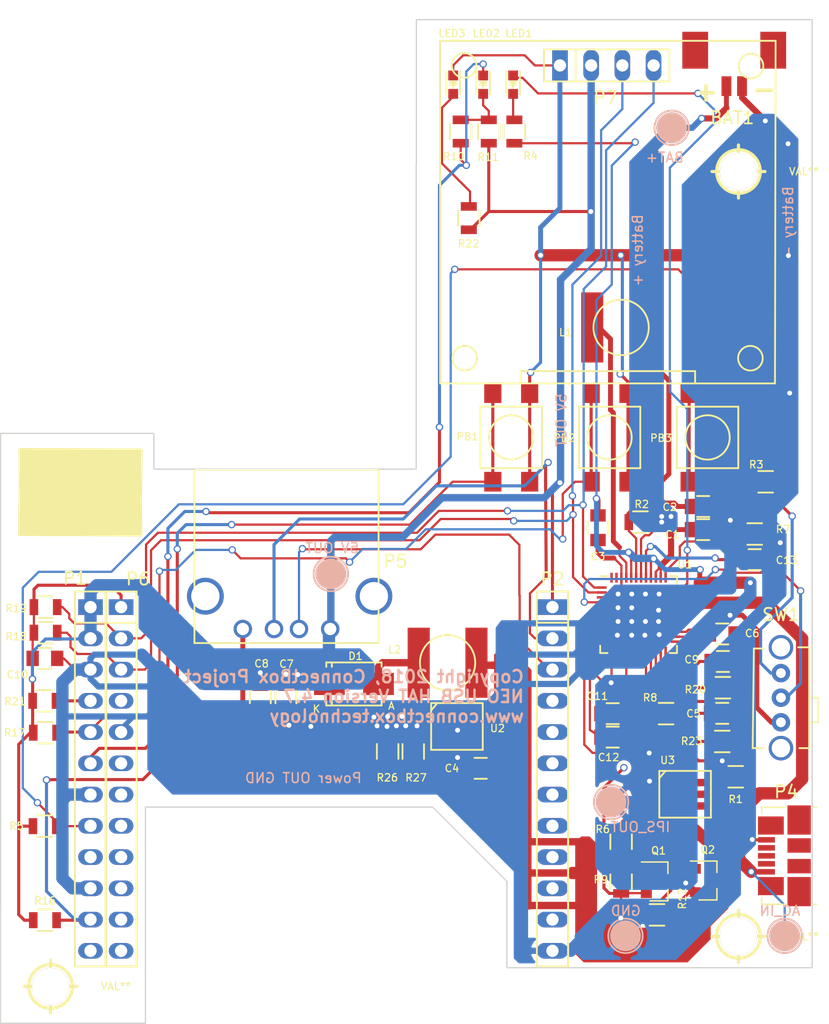
<source format=kicad_pcb>
(kicad_pcb (version 4) (host pcbnew 4.0.6)
  (title_block (title "NanoPi NEO USB HAT - Version 4.7") (date 2018-05-08) (rev 4.7))
  (layers (0 F.Cu signal) (31 B.Cu signal) (34 B.Paste user) (35 F.Paste user) (36 B.SilkS user) (37 F.SilkS user) (38 B.Mask user) (39 F.Mask user) (44 Edge.Cuts user))
  (net 0 "")
  (net 1 "Net-(L1-Pad2)")
  (net 2 "Net-(P2-Pad2)")
  (net 3 "Net-(P2-Pad3)")
  (net 4 "Net-(P2-Pad4)")
  (net 5 "Net-(P2-Pad5)")
  (net 6 "Net-(LED1-Pad2)")
  (net 7 "Net-(LED1-Pad1)")
  (net 8 "Net-(LED2-Pad2)")
  (net 9 "Net-(LED2-Pad1)")
  (net 10 "Net-(P1-Pad4)")
  (net 11 "Net-(P1-Pad5)")
  (net 12 "Net-(P1-Pad11)")
  (net 13 "Net-(LED3-Pad2)")
  (net 14 "Net-(C2-Pad1)")
  (net 15 "Net-(C6-Pad2)")
  (net 16 "Net-(C9-Pad2)")
  (net 17 "Net-(D1-Pad2)")
  (net 18 /SDA)
  (net 19 /SCL)
  (net 20 "Net-(R7-Pad1)")
  (net 21 "Net-(R8-Pad1)")
  (net 22 "Net-(R20-Pad2)")
  (net 23 "Net-(R26-Pad2)")
  (net 24 /BAT+)
  (net 25 /GND)
  (net 26 /IPS_OUT)
  (net 27 /5V_OUT)
  (net 28 /AC_IN)
  (net 29 /A_GND)
  (net 30 /3v3)
  (net 31 "Net-(SW1-Pad2)")
  (net 32 "Net-(C11-Pad2)")
  (net 33 "Net-(C12-Pad2)")
  (net 34 "Net-(C13-Pad2)")
  (net 35 "Net-(C4-Pad1)")
  (net 36 "Net-(R1-Pad1)")
  (net 37 "Net-(P1-Pad8)")
  (net 38 "Net-(Q1-Pad1)")
  (net 39 "Net-(Q1-Pad3)")
  (net 40 "Net-(R3-Pad1)")
  (net 41 "Net-(R6-Pad2)")
  (module w_details:hole_3mm (layer F.Cu) (at 112.6236 136.8552)
    (fp_text reference hole_3mm hide)
    (fp_text value VAL** (at 5.334 0) (layer F.SilkS) (effects (font (size 0.6 0.6) (thickness 0.1))))
    (pad 1 thru_hole circle (at 0 0) (size 2.99974 2.99974) (drill 2.99974) (layers *.Cu F.SilkS))
  )
  (module w_details:hole_3mm (layer F.Cu) (at 168.6052 132.7912)
    (fp_text reference hole_3mm hide)
    (fp_text value VAL** (at 5.334 0) (layer F.SilkS) (effects (font (size 0.6 0.6) (thickness 0.1))))
    (pad 1 thru_hole circle (at 0 0) (size 2.99974 2.99974) (drill 2.99974) (layers *.Cu F.SilkS))
  )
  (module w_details:hole_3mm (layer F.Cu) (at 168.6052 70.612)
    (fp_text reference hole_3mm hide)
    (fp_text value VAL** (at 5.334 0) (layer F.SilkS) (effects (font (size 0.6 0.6) (thickness 0.1))))
    (pad 1 thru_hole circle (at 0 0) (size 2.99974 2.99974) (drill 2.99974) (layers *.Cu F.SilkS))
  )
  (module Molex_53261:Molex_53261 (layer F.Cu) (at 164.068 59.2268)
    (fp_text reference BAT1 (at 4.0292 7.0164) (layer F.SilkS))
    (fp_text value Battery)
    (pad 1 smd rect (at 3.556 4.445) (size 0.8 1.6) (layers F.Cu F.Paste F.Mask) (net 24 /BAT+))
    (pad 4 smd rect (at 7.366 1.524) (size 2.1 3) (layers F.Cu F.Paste F.Mask))
    (pad 3 smd rect (at 1.016 1.524) (size 2.1 3) (layers F.Cu F.Paste F.Mask))
    (pad 2 smd rect (at 4.826 4.445) (size 0.8 1.6) (layers F.Cu F.Paste F.Mask) (net 25 /GND))
  )
  (module CustomComponents:SPDT-OS10211 (layer F.Cu) (at 172.0596 113.3856 90)
    (fp_text reference SW1 (at 6.7564 0 180) (layer F.SilkS))
    (fp_text value SPDT-2C)
    (pad 1 thru_hole circle (at -2 0 90) (size 1.5 1.5) (drill 0.8) (layers *.Cu *.Mask) (net 26 /IPS_OUT))
    (pad 2 thru_hole circle (at 0 0 90) (size 1.5 1.5) (drill 0.8) (layers *.Cu *.Mask) (net 31 "Net-(SW1-Pad2)"))
    (pad 3 thru_hole circle (at 2 0 90) (size 1.5 1.5) (drill 0.8) (layers *.Cu *.Mask) (net 40 "Net-(R3-Pad1)"))
    (pad "" thru_hole circle (at -4.1 0 90) (size 2 2) (drill 1.5) (layers *.Cu *.Mask))
    (pad "" thru_hole circle (at 4.1 0 90) (size 2 2) (drill 1.5) (layers *.Cu *.Mask))
  )
  (module LEDs:LED_0603 (layer F.Cu) (at 147.828 63.5508 270)
    (fp_text reference LED2 (at -4.1656 -0.254 360) (layer F.SilkS) (effects (font (size 0.6 0.6) (thickness 0.1))))
    (fp_text value Amber)
    (pad 2 smd rect (at 0.7493 0 90) (size 0.79756 0.79756) (layers F.Cu F.Paste F.Mask) (net 8 "Net-(LED2-Pad2)"))
    (pad 1 smd rect (at -0.7493 0 90) (size 0.79756 0.79756) (layers F.Cu F.Paste F.Mask) (net 9 "Net-(LED2-Pad1)"))
  )
  (module Resistors_SMD:R_0805 (layer F.Cu) (at 145.9992 67.3608 270)
    (fp_text reference R10 (at 2.032 0.5588 360) (layer F.SilkS) (effects (font (size 0.6 0.6) (thickness 0.1))))
    (fp_text value 1K)
    (pad 1 smd rect (at -0.95 0 270) (size 0.7 1.3) (layers F.Cu F.Paste F.Mask) (net 8 "Net-(LED2-Pad2)"))
    (pad 2 smd rect (at 0.95 0 270) (size 0.7 1.3) (layers F.Cu F.Paste F.Mask) (net 9 "Net-(LED2-Pad1)"))
  )
  (module LEDs:LED_0603 (layer F.Cu) (at 150.2664 63.5508 270)
    (fp_text reference LED1 (at -4.1656 -0.4572 360) (layer F.SilkS) (effects (font (size 0.6 0.6) (thickness 0.1))))
    (fp_text value Red)
    (pad 2 smd rect (at 0.7493 0 90) (size 0.79756 0.79756) (layers F.Cu F.Paste F.Mask) (net 6 "Net-(LED1-Pad2)"))
    (pad 1 smd rect (at -0.7493 0 90) (size 0.79756 0.79756) (layers F.Cu F.Paste F.Mask) (net 7 "Net-(LED1-Pad1)"))
  )
  (module Resistors_SMD:R_0805 (layer F.Cu) (at 150.368 67.3608 90)
    (fp_text reference R4 (at -1.9812 1.3208 180) (layer F.SilkS) (effects (font (size 0.6 0.6) (thickness 0.1))))
    (fp_text value 1K)
    (pad 1 smd rect (at -0.95 0 90) (size 0.7 1.3) (layers F.Cu F.Paste F.Mask) (net 26 /IPS_OUT))
    (pad 2 smd rect (at 0.95 0 90) (size 0.7 1.3) (layers F.Cu F.Paste F.Mask) (net 6 "Net-(LED1-Pad2)"))
  )
  (module Resistors_SMD:R_0805 (layer F.Cu) (at 148.2852 67.3608 90)
    (fp_text reference R11 (at -2.0828 -0.0508 180) (layer F.SilkS) (effects (font (size 0.6 0.6) (thickness 0.1))))
    (fp_text value 1K)
    (pad 1 smd rect (at -0.95 0 90) (size 0.7 1.3) (layers F.Cu F.Paste F.Mask) (net 27 /5V_OUT))
    (pad 2 smd rect (at 0.95 0 90) (size 0.7 1.3) (layers F.Cu F.Paste F.Mask) (net 8 "Net-(LED2-Pad2)"))
  )
  (module CustomComponents:USB_A (layer F.Cu) (at 135.382 107.7976 180)
    (fp_text reference P5 (at -5.3086 5.5118 180) (layer F.SilkS))
    (fp_text value USB_A)
    (pad 4 thru_hole circle (at 7.11286 -0.00212 90) (size 1.50114 1.50114) (drill 1.00076) (layers *.Cu *.Mask) (net 25 /GND))
    (pad 3 thru_hole circle (at 4.57286 -0.00212 90) (size 1.50114 1.50114) (drill 1.00076) (layers *.Cu *.Mask) (net 2 "Net-(P2-Pad2)"))
    (pad 2 thru_hole circle (at 2.54086 -0.00212 90) (size 1.50114 1.50114) (drill 1.00076) (layers *.Cu *.Mask) (net 3 "Net-(P2-Pad3)"))
    (pad 1 thru_hole circle (at 0.00086 -0.00212 90) (size 1.50114 1.50114) (drill 1.00076) (layers *.Cu *.Mask) (net 27 /5V_OUT))
    (pad "" thru_hole circle (at 10.16086 2.66488 90) (size 2.99974 2.99974) (drill 2.30124) (layers *.Cu *.Mask))
    (pad 5 thru_hole circle (at -3.55514 2.66488 90) (size 2.99974 2.99974) (drill 2.30124) (layers *.Cu *.Mask))
  )
  (module CustomComponents:USB_Micro-B_Molex_47346-0001 (layer F.Cu) (at 172.212 126.238 180)
    (fp_text reference P4 (at -0.2794 5.207 180) (layer F.SilkS))
    (fp_text value "MICROUSB - Power" hide)
    (pad 1 smd rect (at 1.33 -1.3 180) (size 1.38 0.45) (layers F.Cu F.Paste F.Mask) (net 28 /AC_IN))
    (pad 2 smd rect (at 1.33 -0.65 180) (size 1.38 0.45) (layers F.Cu F.Paste F.Mask))
    (pad 3 smd rect (at 1.33 0 180) (size 1.38 0.45) (layers F.Cu F.Paste F.Mask))
    (pad 4 smd rect (at 1.33 0.65 180) (size 1.38 0.45) (layers F.Cu F.Paste F.Mask))
    (pad 5 smd rect (at 1.33 1.3 180) (size 1.38 0.45) (layers F.Cu F.Paste F.Mask) (net 25 /GND))
    (pad "" smd rect (at 0.97 -2.4625 180) (size 2.1 1.475) (layers F.Cu F.Paste F.Mask))
    (pad "" smd rect (at 0.97 2.4625 180) (size 2.1 1.475) (layers F.Cu F.Paste F.Mask))
    (pad 6 smd rect (at -1.33 -2.91 180) (size 1.9 2.375) (layers F.Cu F.Paste F.Mask))
    (pad "" smd rect (at -1.33 2.91 180) (size 1.9 2.375) (layers F.Cu F.Paste F.Mask))
    (pad "" smd rect (at -1.33 -0.84 180) (size 1.9 1.175) (layers F.Cu F.Paste F.Mask))
    (pad "" smd rect (at -1.33 0.84 180) (size 1.9 1.175) (layers F.Cu F.Paste F.Mask))
  )
  (module CustomComponents:OLED (layer F.Cu) (at 154.0764 61.9868)
    (fp_text reference P7 (at 3.7084 2.6308) (layer F.SilkS))
    (fp_text value CONN_01X04 hide)
    (pad 1 thru_hole rect (at 0 0) (size 1.27 2.54) (drill 1) (layers *.Cu *.Mask) (net 25 /GND))
    (pad 2 thru_hole oval (at 2.54 0) (size 1.27 2.54) (drill 1) (layers *.Cu *.Mask) (net 27 /5V_OUT))
    (pad 3 thru_hole oval (at 5.08 0) (size 1.27 2.54) (drill 1) (layers *.Cu *.Mask) (net 19 /SCL))
    (pad 4 thru_hole oval (at 7.62 0) (size 1.27 2.54) (drill 1) (layers *.Cu *.Mask) (net 18 /SDA))
  )
  (module Resistors_SMD:R_0805 (layer F.Cu) (at 161.9758 131.0386 180)
    (fp_text reference R12 (at -2.0574 1.3208 270) (layer F.SilkS) (effects (font (size 0.6 0.6) (thickness 0.1))))
    (fp_text value 10K)
    (pad 1 smd rect (at -0.95 0 180) (size 0.7 1.3) (layers F.Cu F.Paste F.Mask) (net 26 /IPS_OUT))
    (pad 2 smd rect (at 0.95 0 180) (size 0.7 1.3) (layers F.Cu F.Paste F.Mask) (net 39 "Net-(Q1-Pad3)"))
  )
  (module CustomComponents:SW-TL3305 (layer F.Cu) (at 150.114 92.2274 90)
    (fp_text reference PB1 (at 0.0762 -3.556 180) (layer F.SilkS) (effects (font (size 0.6 0.6) (thickness 0.1))))
    (fp_text value SPST-PUSH)
    (pad 1 smd rect (at -3.6 -1.5 90) (size 1.6 1.4) (layers F.Cu F.Paste F.Mask) (net 12 "Net-(P1-Pad11)"))
    (pad 2 smd rect (at -3.6 1.5 90) (size 1.6 1.4) (layers F.Cu F.Paste F.Mask) (net 25 /GND))
    (pad 1 smd rect (at 3.6 -1.5 90) (size 1.6 1.4) (layers F.Cu F.Paste F.Mask) (net 12 "Net-(P1-Pad11)"))
    (pad 2 smd rect (at 3.6 1.5 90) (size 1.6 1.4) (layers F.Cu F.Paste F.Mask) (net 25 /GND))
  )
  (module CustomComponents:SW-TL3305 (layer F.Cu) (at 158.115 92.2274 90)
    (fp_text reference PB2 (at -0.0508 -3.683 180) (layer F.SilkS) (effects (font (size 0.6 0.6) (thickness 0.1))))
    (fp_text value SPST-PUSH)
    (pad 1 smd rect (at -3.6 -1.5 90) (size 1.6 1.4) (layers F.Cu F.Paste F.Mask) (net 11 "Net-(P1-Pad5)"))
    (pad 2 smd rect (at -3.6 1.5 90) (size 1.6 1.4) (layers F.Cu F.Paste F.Mask) (net 25 /GND))
    (pad 1 smd rect (at 3.6 -1.5 90) (size 1.6 1.4) (layers F.Cu F.Paste F.Mask) (net 11 "Net-(P1-Pad5)"))
    (pad 2 smd rect (at 3.6 1.5 90) (size 1.6 1.4) (layers F.Cu F.Paste F.Mask) (net 25 /GND))
  )
  (module CustomComponents:PinStrip_12-N (layer F.Cu) (at 115.8748 106.0196 270)
    (fp_text reference P1 (at -2.3368 1.27 360) (layer F.SilkS))
    (fp_text value NEO_GPIO_PINS1 hide)
    (pad 1 thru_hole rect (at 0 0 270) (size 1.27 2) (drill 1) (layers *.Cu *.Mask) (net 27 /5V_OUT))
    (pad 2 thru_hole oval (at 2.54 0 270) (size 1.27 2) (drill 1) (layers *.Cu *.Mask) (net 27 /5V_OUT))
    (pad 3 thru_hole oval (at 5.08 0 270) (size 1.27 2) (drill 1) (layers *.Cu *.Mask) (net 25 /GND))
    (pad 4 thru_hole oval (at 7.62 0 270) (size 1.27 2) (drill 1) (layers *.Cu *.Mask) (net 10 "Net-(P1-Pad4)"))
    (pad 5 thru_hole oval (at 10.16 0 270) (size 1.27 2) (drill 1) (layers *.Cu *.Mask) (net 11 "Net-(P1-Pad5)"))
    (pad 6 thru_hole oval (at 12.7 0 270) (size 1.27 2) (drill 1) (layers *.Cu *.Mask) (net 9 "Net-(LED2-Pad1)"))
    (pad 7 thru_hole oval (at 15.24 0 270) (size 1.27 2) (drill 1) (layers *.Cu *.Mask) (net 25 /GND))
    (pad 8 thru_hole oval (at 17.78 0 270) (size 1.27 2) (drill 1) (layers *.Cu *.Mask) (net 37 "Net-(P1-Pad8)"))
    (pad 9 thru_hole oval (at 20.32 0 270) (size 1.27 2) (drill 1) (layers *.Cu *.Mask))
    (pad 10 thru_hole oval (at 22.86 0 270) (size 1.27 2) (drill 1) (layers *.Cu *.Mask) (net 25 /GND))
    (pad 11 thru_hole oval (at 25.4 0 270) (size 1.27 2) (drill 1) (layers *.Cu *.Mask) (net 12 "Net-(P1-Pad11)"))
    (pad 12 thru_hole oval (at 27.94 0 270) (size 1.27 2) (drill 1) (layers *.Cu *.Mask))
  )
  (module Resistors_SMD:R_0805 (layer F.Cu) (at 112.1156 113.6396 180)
    (fp_text reference R21 (at 2.3876 -0.0508 180) (layer F.SilkS) (effects (font (size 0.6 0.6) (thickness 0.1))))
    (fp_text value 10K)
    (pad 1 smd rect (at -0.95 0 180) (size 0.7 1.3) (layers F.Cu F.Paste F.Mask) (net 10 "Net-(P1-Pad4)"))
    (pad 2 smd rect (at 0.95 0 180) (size 0.7 1.3) (layers F.Cu F.Paste F.Mask) (net 27 /5V_OUT))
  )
  (module LEDs:LED_0603 (layer F.Cu) (at 145.3896 63.5508 270)
    (fp_text reference LED3 (at -4.1656 0.1016 360) (layer F.SilkS) (effects (font (size 0.6 0.6) (thickness 0.1))))
    (fp_text value Green)
    (pad 2 smd rect (at 0.7493 0 90) (size 0.79756 0.79756) (layers F.Cu F.Paste F.Mask) (net 13 "Net-(LED3-Pad2)"))
    (pad 1 smd rect (at -0.7493 0 90) (size 0.79756 0.79756) (layers F.Cu F.Paste F.Mask) (net 25 /GND))
  )
  (module Resistors_SMD:R_0805 (layer F.Cu) (at 146.6596 74.3966 90)
    (fp_text reference R22 (at -2.0828 -0.0254 180) (layer F.SilkS) (effects (font (size 0.6 0.6) (thickness 0.1))))
    (fp_text value 1K)
    (pad 1 smd rect (at -0.95 0 90) (size 0.7 1.3) (layers F.Cu F.Paste F.Mask) (net 27 /5V_OUT))
    (pad 2 smd rect (at 0.95 0 90) (size 0.7 1.3) (layers F.Cu F.Paste F.Mask) (net 13 "Net-(LED3-Pad2)"))
  )
  (module PinStrip:PinStrip_12 (layer F.Cu) (at 153.4668 106.0196 270)
    (fp_text reference P2 (at -2.286 0 360) (layer F.SilkS))
    (fp_text value NEO_GPIO_PINS2 hide)
    (pad 1 thru_hole rect (at 0 0 270) (size 1.27 2.54) (drill 1) (layers *.Cu *.Mask) (net 27 /5V_OUT))
    (pad 2 thru_hole oval (at 2.54 0 270) (size 1.27 2.54) (drill 1) (layers *.Cu *.Mask) (net 2 "Net-(P2-Pad2)"))
    (pad 3 thru_hole oval (at 5.08 0 270) (size 1.27 2.54) (drill 1) (layers *.Cu *.Mask) (net 3 "Net-(P2-Pad3)"))
    (pad 4 thru_hole oval (at 7.62 0 270) (size 1.27 2.54) (drill 1) (layers *.Cu *.Mask) (net 4 "Net-(P2-Pad4)"))
    (pad 5 thru_hole oval (at 10.16 0 270) (size 1.27 2.54) (drill 1) (layers *.Cu *.Mask) (net 5 "Net-(P2-Pad5)"))
    (pad 6 thru_hole oval (at 12.7 0 270) (size 1.27 2.54) (drill 1) (layers *.Cu *.Mask))
    (pad 7 thru_hole oval (at 15.24 0 270) (size 1.27 2.54) (drill 1) (layers *.Cu *.Mask))
    (pad 8 thru_hole oval (at 17.78 0 270) (size 1.27 2.54) (drill 1) (layers *.Cu *.Mask))
    (pad 9 thru_hole oval (at 20.32 0 270) (size 1.27 2.54) (drill 1) (layers *.Cu *.Mask))
    (pad 10 thru_hole oval (at 22.86 0 270) (size 1.27 2.54) (drill 1) (layers *.Cu *.Mask))
    (pad 11 thru_hole oval (at 25.4 0 270) (size 1.27 2.54) (drill 1) (layers *.Cu *.Mask))
    (pad 12 thru_hole oval (at 27.94 0 270) (size 1.27 2.54) (drill 1) (layers *.Cu *.Mask) (net 25 /GND))
  )
  (module Capacitors_SMD:C_0805 (layer F.Cu) (at 165.735 99.7204)
    (fp_text reference C1 (at -2.5146 0.4064) (layer F.SilkS) (effects (font (size 0.6 0.6) (thickness 0.1))))
    (fp_text value 10uF)
    (pad 1 smd rect (at -1 0) (size 1 1.25) (layers F.Cu F.Paste F.Mask) (net 24 /BAT+))
    (pad 2 smd rect (at 1 0) (size 1 1.25) (layers F.Cu F.Paste F.Mask) (net 25 /GND))
  )
  (module Capacitors_SMD:C_0805 (layer F.Cu) (at 165.735 97.8408)
    (fp_text reference C2 (at -2.7178 0.0508) (layer F.SilkS) (effects (font (size 0.6 0.6) (thickness 0.1))))
    (fp_text value 10uF)
    (pad 1 smd rect (at -1 0) (size 1 1.25) (layers F.Cu F.Paste F.Mask) (net 14 "Net-(C2-Pad1)"))
    (pad 2 smd rect (at 1 0) (size 1 1.25) (layers F.Cu F.Paste F.Mask) (net 25 /GND))
  )
  (module Capacitors_SMD:C_0805 (layer F.Cu) (at 157.1752 99.568 270)
    (fp_text reference C3 (at 2.3368 0 360) (layer F.SilkS) (effects (font (size 0.6 0.6) (thickness 0.1))))
    (fp_text value 10uF)
    (pad 1 smd rect (at -1 0 270) (size 1 1.25) (layers F.Cu F.Paste F.Mask) (net 26 /IPS_OUT))
    (pad 2 smd rect (at 1 0 270) (size 1 1.25) (layers F.Cu F.Paste F.Mask) (net 25 /GND))
  )
  (module Capacitors_SMD:C_0805 (layer F.Cu) (at 147.6248 119.126 180)
    (fp_text reference C4 (at 2.3368 0 360) (layer F.SilkS) (effects (font (size 0.6 0.6) (thickness 0.1))))
    (fp_text value 10uF)
    (pad 1 smd rect (at -1 0 180) (size 1 1.25) (layers F.Cu F.Paste F.Mask) (net 35 "Net-(C4-Pad1)"))
    (pad 2 smd rect (at 1 0 180) (size 1 1.25) (layers F.Cu F.Paste F.Mask) (net 25 /GND))
  )
  (module Capacitors_SMD:C_0805 (layer F.Cu) (at 167.2844 114.6556 180)
    (fp_text reference C5 (at 2.3368 -0.0254 180) (layer F.SilkS) (effects (font (size 0.6 0.6) (thickness 0.1))))
    (fp_text value 10uF)
    (pad 1 smd rect (at -1 0 180) (size 1 1.25) (layers F.Cu F.Paste F.Mask) (net 29 /A_GND))
    (pad 2 smd rect (at 1 0 180) (size 1 1.25) (layers F.Cu F.Paste F.Mask) (net 26 /IPS_OUT))
  )
  (module Capacitors_SMD:C_0805 (layer F.Cu) (at 167.2844 108.204 180)
    (fp_text reference C6 (at -2.4384 0.0508 180) (layer F.SilkS) (effects (font (size 0.6 0.6) (thickness 0.1))))
    (fp_text value 1uF)
    (pad 1 smd rect (at -1 0 180) (size 1 1.25) (layers F.Cu F.Paste F.Mask) (net 29 /A_GND))
    (pad 2 smd rect (at 1 0 180) (size 1 1.25) (layers F.Cu F.Paste F.Mask) (net 15 "Net-(C6-Pad2)"))
  )
  (module Capacitors_SMD:C_0805 (layer F.Cu) (at 131.7752 113.3348 270)
    (fp_text reference C7 (at -2.6924 -0.0508 360) (layer F.SilkS) (effects (font (size 0.6 0.6) (thickness 0.1))))
    (fp_text value 10uF/25V)
    (pad 1 smd rect (at -1 0 270) (size 1 1.25) (layers F.Cu F.Paste F.Mask) (net 27 /5V_OUT))
    (pad 2 smd rect (at 1 0 270) (size 1 1.25) (layers F.Cu F.Paste F.Mask) (net 25 /GND))
  )
  (module Capacitors_SMD:C_0805 (layer F.Cu) (at 129.6924 113.3348 270)
    (fp_text reference C8 (at -2.7178 -0.1016 360) (layer F.SilkS) (effects (font (size 0.6 0.6) (thickness 0.1))))
    (fp_text value 10uF/25V)
    (pad 1 smd rect (at -1 0 270) (size 1 1.25) (layers F.Cu F.Paste F.Mask) (net 27 /5V_OUT))
    (pad 2 smd rect (at 1 0 270) (size 1 1.25) (layers F.Cu F.Paste F.Mask) (net 25 /GND))
  )
  (module Capacitors_SMD:C_0805 (layer F.Cu) (at 167.3352 110.4392 180)
    (fp_text reference C9 (at 2.54 0.1524 180) (layer F.SilkS) (effects (font (size 0.6 0.6) (thickness 0.1))))
    (fp_text value 1uF)
    (pad 1 smd rect (at -1 0 180) (size 1 1.25) (layers F.Cu F.Paste F.Mask) (net 29 /A_GND))
    (pad 2 smd rect (at 1 0 180) (size 1 1.25) (layers F.Cu F.Paste F.Mask) (net 16 "Net-(C9-Pad2)"))
  )
  (module Resistors_SMD:R_0805 (layer F.Cu) (at 160.6296 99.1108 180)
    (fp_text reference R2 (at -0.1016 1.4478 180) (layer F.SilkS) (effects (font (size 0.6 0.6) (thickness 0.1))))
    (fp_text value "0.03 ohm")
    (pad 1 smd rect (at -0.95 0 180) (size 0.7 1.3) (layers F.Cu F.Paste F.Mask) (net 24 /BAT+))
    (pad 2 smd rect (at 0.95 0 180) (size 0.7 1.3) (layers F.Cu F.Paste F.Mask) (net 14 "Net-(C2-Pad1)"))
  )
  (module Resistors_SMD:R_0805 (layer F.Cu) (at 169.926 100.076)
    (fp_text reference R7 (at 2.3114 -0.381) (layer F.SilkS) (effects (font (size 0.6 0.6) (thickness 0.1))))
    (fp_text value 100)
    (pad 1 smd rect (at -0.95 0) (size 0.7 1.3) (layers F.Cu F.Paste F.Mask) (net 20 "Net-(R7-Pad1)"))
    (pad 2 smd rect (at 0.95 0) (size 0.7 1.3) (layers F.Cu F.Paste F.Mask) (net 25 /GND))
  )
  (module Resistors_SMD:R_0805 (layer F.Cu) (at 162.7124 114.681)
    (fp_text reference R8 (at -1.2954 -1.2954) (layer F.SilkS) (effects (font (size 0.6 0.6) (thickness 0.1))))
    (fp_text value 10K)
    (pad 1 smd rect (at -0.95 0) (size 0.7 1.3) (layers F.Cu F.Paste F.Mask) (net 21 "Net-(R8-Pad1)"))
    (pad 2 smd rect (at 0.95 0) (size 0.7 1.3) (layers F.Cu F.Paste F.Mask) (net 26 /IPS_OUT))
  )
  (module Resistors_SMD:R_0805 (layer F.Cu) (at 112.1664 131.4704)
    (fp_text reference R16 (at 0 -1.5748) (layer F.SilkS) (effects (font (size 0.6 0.6) (thickness 0.1))))
    (fp_text value 10K)
    (pad 1 smd rect (at -0.95 0) (size 0.7 1.3) (layers F.Cu F.Paste F.Mask) (net 27 /5V_OUT))
    (pad 2 smd rect (at 0.95 0) (size 0.7 1.3) (layers F.Cu F.Paste F.Mask) (net 12 "Net-(P1-Pad11)"))
  )
  (module Resistors_SMD:R_0805 (layer F.Cu) (at 112.1664 116.2304)
    (fp_text reference R17 (at -2.4638 0) (layer F.SilkS) (effects (font (size 0.6 0.6) (thickness 0.1))))
    (fp_text value 10K)
    (pad 1 smd rect (at -0.95 0) (size 0.7 1.3) (layers F.Cu F.Paste F.Mask) (net 27 /5V_OUT))
    (pad 2 smd rect (at 0.95 0) (size 0.7 1.3) (layers F.Cu F.Paste F.Mask) (net 11 "Net-(P1-Pad5)"))
  )
  (module Resistors_SMD:R_0805 (layer F.Cu) (at 167.3352 112.5728 180)
    (fp_text reference R20 (at 2.2352 -0.1524 180) (layer F.SilkS) (effects (font (size 0.6 0.6) (thickness 0.1))))
    (fp_text value 200K)
    (pad 1 smd rect (at -0.95 0 180) (size 0.7 1.3) (layers F.Cu F.Paste F.Mask) (net 29 /A_GND))
    (pad 2 smd rect (at 0.95 0 180) (size 0.7 1.3) (layers F.Cu F.Paste F.Mask) (net 22 "Net-(R20-Pad2)"))
  )
  (module Resistors_SMD:R_0805 (layer F.Cu) (at 167.2844 116.9416)
    (fp_text reference R23 (at -2.4892 -0.0254) (layer F.SilkS) (effects (font (size 0.6 0.6) (thickness 0.1))))
    (fp_text value 0)
    (pad 1 smd rect (at -0.95 0) (size 0.7 1.3) (layers F.Cu F.Paste F.Mask) (net 25 /GND))
    (pad 2 smd rect (at 0.95 0) (size 0.7 1.3) (layers F.Cu F.Paste F.Mask) (net 29 /A_GND))
  )
  (module Resistors_SMD:R_0805 (layer F.Cu) (at 140.0556 117.7544 270)
    (fp_text reference R26 (at 2.1336 0.0254 360) (layer F.SilkS) (effects (font (size 0.6 0.6) (thickness 0.1))))
    (fp_text value 200K)
    (pad 1 smd rect (at -0.95 0 270) (size 0.7 1.3) (layers F.Cu F.Paste F.Mask) (net 27 /5V_OUT))
    (pad 2 smd rect (at 0.95 0 270) (size 0.7 1.3) (layers F.Cu F.Paste F.Mask) (net 23 "Net-(R26-Pad2)"))
  )
  (module Resistors_SMD:R_0805 (layer F.Cu) (at 142.1384 117.7544 90)
    (fp_text reference R27 (at -2.1336 0.2286 180) (layer F.SilkS) (effects (font (size 0.6 0.6) (thickness 0.1))))
    (fp_text value 27.3K)
    (pad 1 smd rect (at -0.95 0 90) (size 0.7 1.3) (layers F.Cu F.Paste F.Mask) (net 23 "Net-(R26-Pad2)"))
    (pad 2 smd rect (at 0.95 0 90) (size 0.7 1.3) (layers F.Cu F.Paste F.Mask) (net 25 /GND))
  )
  (module CustomComponents:UQFN-48-1EP_6x6mm_Pitch0.4mm (layer F.Cu) (at 160.4772 106.6292)
    (fp_text reference U1 (at 3.7592 -4.064) (layer F.SilkS) (effects (font (size 0.6 0.6) (thickness 0.1))))
    (fp_text value AXP209)
    (pad 1 smd rect (at -3 -2.2) (size 0.8 0.2) (layers F.Cu F.Paste F.Mask) (net 18 /SDA))
    (pad 2 smd rect (at -3 -1.8) (size 0.8 0.2) (layers F.Cu F.Paste F.Mask) (net 19 /SCL))
    (pad 3 smd rect (at -3 -1.4) (size 0.8 0.2) (layers F.Cu F.Paste F.Mask))
    (pad 4 smd rect (at -3 -1) (size 0.8 0.2) (layers F.Cu F.Paste F.Mask) (net 31 "Net-(SW1-Pad2)"))
    (pad 5 smd rect (at -3 -0.6) (size 0.8 0.2) (layers F.Cu F.Paste F.Mask))
    (pad 6 smd rect (at -3 -0.2) (size 0.8 0.2) (layers F.Cu F.Paste F.Mask) (net 21 "Net-(R8-Pad1)"))
    (pad 7 smd rect (at -3 0.2) (size 0.8 0.2) (layers F.Cu F.Paste F.Mask))
    (pad 8 smd rect (at -3 0.6) (size 0.8 0.2) (layers F.Cu F.Paste F.Mask))
    (pad 9 smd rect (at -3 1) (size 0.8 0.2) (layers F.Cu F.Paste F.Mask) (net 25 /GND))
    (pad 10 smd rect (at -3 1.4) (size 0.8 0.2) (layers F.Cu F.Paste F.Mask))
    (pad 11 smd rect (at -3 1.8) (size 0.8 0.2) (layers F.Cu F.Paste F.Mask) (net 33 "Net-(C12-Pad2)"))
    (pad 12 smd rect (at -3 2.2) (size 0.8 0.2) (layers F.Cu F.Paste F.Mask) (net 32 "Net-(C11-Pad2)"))
    (pad 13 smd rect (at -2.2 3 90) (size 0.8 0.2) (layers F.Cu F.Paste F.Mask) (net 26 /IPS_OUT))
    (pad 14 smd rect (at -1.8 3 90) (size 0.8 0.2) (layers F.Cu F.Paste F.Mask))
    (pad 15 smd rect (at -1.4 3 90) (size 0.8 0.2) (layers F.Cu F.Paste F.Mask))
    (pad 16 smd rect (at -1 3 90) (size 0.8 0.2) (layers F.Cu F.Paste F.Mask) (net 25 /GND))
    (pad 17 smd rect (at -0.6 3 90) (size 0.8 0.2) (layers F.Cu F.Paste F.Mask))
    (pad 18 smd rect (at -0.2 3 90) (size 0.8 0.2) (layers F.Cu F.Paste F.Mask))
    (pad 19 smd rect (at 0.2 3 90) (size 0.8 0.2) (layers F.Cu F.Paste F.Mask))
    (pad 20 smd rect (at 0.6 3 90) (size 0.8 0.2) (layers F.Cu F.Paste F.Mask) (net 41 "Net-(R6-Pad2)"))
    (pad 21 smd rect (at 1 3 90) (size 0.8 0.2) (layers F.Cu F.Paste F.Mask) (net 26 /IPS_OUT))
    (pad 22 smd rect (at 1.4 3 90) (size 0.8 0.2) (layers F.Cu F.Paste F.Mask) (net 29 /A_GND))
    (pad 23 smd rect (at 1.8 3 90) (size 0.8 0.2) (layers F.Cu F.Paste F.Mask) (net 22 "Net-(R20-Pad2)"))
    (pad 24 smd rect (at 2.2 3 90) (size 0.8 0.2) (layers F.Cu F.Paste F.Mask) (net 16 "Net-(C9-Pad2)"))
    (pad 25 smd rect (at 3 2.2) (size 0.8 0.2) (layers F.Cu F.Paste F.Mask))
    (pad 26 smd rect (at 3 1.8) (size 0.8 0.2) (layers F.Cu F.Paste F.Mask) (net 15 "Net-(C6-Pad2)"))
    (pad 27 smd rect (at 3 1.4) (size 0.8 0.2) (layers F.Cu F.Paste F.Mask) (net 15 "Net-(C6-Pad2)"))
    (pad 28 smd rect (at 3 1) (size 0.8 0.2) (layers F.Cu F.Paste F.Mask))
    (pad 29 smd rect (at 3 0.6) (size 0.8 0.2) (layers F.Cu F.Paste F.Mask))
    (pad 30 smd rect (at 3 0.2) (size 0.8 0.2) (layers F.Cu F.Paste F.Mask))
    (pad 31 smd rect (at 3 -0.2) (size 0.8 0.2) (layers F.Cu F.Paste F.Mask))
    (pad 32 smd rect (at 3 -0.6) (size 0.8 0.2) (layers F.Cu F.Paste F.Mask) (net 28 /AC_IN))
    (pad 33 smd rect (at 3 -1) (size 0.8 0.2) (layers F.Cu F.Paste F.Mask) (net 28 /AC_IN))
    (pad 34 smd rect (at 3 -1.4) (size 0.8 0.2) (layers F.Cu F.Paste F.Mask) (net 26 /IPS_OUT))
    (pad 35 smd rect (at 3 -1.8) (size 0.8 0.2) (layers F.Cu F.Paste F.Mask) (net 26 /IPS_OUT))
    (pad 36 smd rect (at 3 -2.2) (size 0.8 0.2) (layers F.Cu F.Paste F.Mask) (net 7 "Net-(LED1-Pad1)"))
    (pad 37 smd rect (at 2.2 -3 90) (size 0.8 0.2) (layers F.Cu F.Paste F.Mask) (net 20 "Net-(R7-Pad1)"))
    (pad 38 smd rect (at 1.8 -3 90) (size 0.8 0.2) (layers F.Cu F.Paste F.Mask) (net 24 /BAT+))
    (pad 39 smd rect (at 1.4 -3 90) (size 0.8 0.2) (layers F.Cu F.Paste F.Mask) (net 24 /BAT+))
    (pad 40 smd rect (at 1 -3 90) (size 0.8 0.2) (layers F.Cu F.Paste F.Mask) (net 26 /IPS_OUT))
    (pad 41 smd rect (at 0.6 -3 90) (size 0.8 0.2) (layers F.Cu F.Paste F.Mask) (net 34 "Net-(C13-Pad2)"))
    (pad 42 smd rect (at 0.2 -3 90) (size 0.8 0.2) (layers F.Cu F.Paste F.Mask) (net 24 /BAT+))
    (pad 43 smd rect (at -0.2 -3 90) (size 0.8 0.2) (layers F.Cu F.Paste F.Mask) (net 14 "Net-(C2-Pad1)"))
    (pad 44 smd rect (at -0.6 -3 90) (size 0.8 0.2) (layers F.Cu F.Paste F.Mask) (net 26 /IPS_OUT))
    (pad 45 smd rect (at -1 -3 90) (size 0.8 0.2) (layers F.Cu F.Paste F.Mask) (net 1 "Net-(L1-Pad2)"))
    (pad 46 smd rect (at -1.4 -3 90) (size 0.8 0.2) (layers F.Cu F.Paste F.Mask) (net 25 /GND))
    (pad 47 smd rect (at -1.8 -3 90) (size 0.8 0.2) (layers F.Cu F.Paste F.Mask))
    (pad 48 smd rect (at -2.2 -3 90) (size 0.8 0.2) (layers F.Cu F.Paste F.Mask))
    (pad 49 smd rect (at 1.66875 1.66875) (size 1.1125 1.1125) (layers F.Cu F.Paste F.Mask) (net 25 /GND))
    (pad 49 smd rect (at 1.66875 0.55625) (size 1.1125 1.1125) (layers F.Cu F.Paste F.Mask) (net 25 /GND))
    (pad 49 smd rect (at 1.66875 -0.55625) (size 1.1125 1.1125) (layers F.Cu F.Paste F.Mask) (net 25 /GND))
    (pad 49 smd rect (at 1.66875 -1.66875) (size 1.1125 1.1125) (layers F.Cu F.Paste F.Mask) (net 25 /GND))
    (pad 49 smd rect (at 0.55625 1.66875) (size 1.1125 1.1125) (layers F.Cu F.Paste F.Mask) (net 25 /GND))
    (pad 49 smd rect (at 0.55625 0.55625) (size 1.1125 1.1125) (layers F.Cu F.Paste F.Mask) (net 25 /GND))
    (pad 49 smd rect (at 0.55625 -0.55625) (size 1.1125 1.1125) (layers F.Cu F.Paste F.Mask) (net 25 /GND))
    (pad 49 smd rect (at 0.55625 -1.66875) (size 1.1125 1.1125) (layers F.Cu F.Paste F.Mask) (net 25 /GND))
    (pad 49 smd rect (at -0.55625 1.66875) (size 1.1125 1.1125) (layers F.Cu F.Paste F.Mask) (net 25 /GND))
    (pad 49 smd rect (at -0.55625 0.55625) (size 1.1125 1.1125) (layers F.Cu F.Paste F.Mask) (net 25 /GND))
    (pad 49 smd rect (at -0.55625 -0.55625) (size 1.1125 1.1125) (layers F.Cu F.Paste F.Mask) (net 25 /GND))
    (pad 49 smd rect (at -0.55625 -1.66875) (size 1.1125 1.1125) (layers F.Cu F.Paste F.Mask) (net 25 /GND))
    (pad 49 smd rect (at -1.66875 1.66875) (size 1.1125 1.1125) (layers F.Cu F.Paste F.Mask) (net 25 /GND))
    (pad 49 smd rect (at -1.66875 0.55625) (size 1.1125 1.1125) (layers F.Cu F.Paste F.Mask) (net 25 /GND))
    (pad 49 smd rect (at -1.66875 -0.55625) (size 1.1125 1.1125) (layers F.Cu F.Paste F.Mask) (net 25 /GND))
    (pad 49 smd rect (at -1.66875 -1.66875) (size 1.1125 1.1125) (layers F.Cu F.Paste F.Mask) (net 25 /GND))
  )
  (module CustomComponents:SOT-23-6a (layer F.Cu) (at 145.6944 115.7224)
    (fp_text reference U2 (at 3.302 0.1524) (layer F.SilkS) (effects (font (size 0.6 0.6) (thickness 0.1))))
    (fp_text value MT3608)
    (pad 1 smd rect (at -1.3 -0.95) (size 1.2 0.6) (layers F.Cu F.Paste F.Mask) (net 17 "Net-(D1-Pad2)"))
    (pad 2 smd rect (at -1.3 0) (size 1.2 0.6) (layers F.Cu F.Paste F.Mask) (net 25 /GND))
    (pad 3 smd rect (at -1.3 0.95) (size 1.2 0.6) (layers F.Cu F.Paste F.Mask) (net 23 "Net-(R26-Pad2)"))
    (pad 4 smd rect (at 1.3 0.95) (size 1.2 0.6) (layers F.Cu F.Paste F.Mask) (net 35 "Net-(C4-Pad1)"))
    (pad 6 smd rect (at 1.3 -0.95) (size 1.2 0.6) (layers F.Cu F.Paste F.Mask))
    (pad 5 smd rect (at 1.3 0) (size 1.2 0.6) (layers F.Cu F.Paste F.Mask) (net 35 "Net-(C4-Pad1)"))
  )
  (module CustomComponents:PinStrip_12-N (layer F.Cu) (at 118.364 106.0196 270)
    (fp_text reference P6 (at -2.286 -1.3716 360) (layer F.SilkS))
    (fp_text value NEO_GPIO_PINS2 hide)
    (pad 1 thru_hole rect (at 0 0 270) (size 1.27 2) (drill 1) (layers *.Cu *.Mask) (net 30 /3v3))
    (pad 2 thru_hole oval (at 2.54 0 270) (size 1.27 2) (drill 1) (layers *.Cu *.Mask) (net 18 /SDA))
    (pad 3 thru_hole oval (at 5.08 0 270) (size 1.27 2) (drill 1) (layers *.Cu *.Mask) (net 19 /SCL))
    (pad 4 thru_hole oval (at 7.62 0 270) (size 1.27 2) (drill 1) (layers *.Cu *.Mask))
    (pad 5 thru_hole oval (at 10.16 0 270) (size 1.27 2) (drill 1) (layers *.Cu *.Mask) (net 25 /GND))
    (pad 6 thru_hole oval (at 12.7 0 270) (size 1.27 2) (drill 1) (layers *.Cu *.Mask))
    (pad 7 thru_hole oval (at 15.24 0 270) (size 1.27 2) (drill 1) (layers *.Cu *.Mask))
    (pad 8 thru_hole oval (at 17.78 0 270) (size 1.27 2) (drill 1) (layers *.Cu *.Mask))
    (pad 9 thru_hole oval (at 20.32 0 270) (size 1.27 2) (drill 1) (layers *.Cu *.Mask))
    (pad 10 thru_hole oval (at 22.86 0 270) (size 1.27 2) (drill 1) (layers *.Cu *.Mask))
    (pad 11 thru_hole oval (at 25.4 0 270) (size 1.27 2) (drill 1) (layers *.Cu *.Mask))
    (pad 12 thru_hole oval (at 27.94 0 270) (size 1.27 2) (drill 1) (layers *.Cu *.Mask))
  )
  (module Diodes_SMD:SMA_Standard (layer F.Cu) (at 137.3124 112.268)
    (fp_text reference D1 (at 0.127 -2.2606 180) (layer F.SilkS) (effects (font (size 0.6 0.6) (thickness 0.1))))
    (fp_text value NRVTS260ESFT1G)
    (fp_text user K (at -3.048 2.032 180) (layer F.SilkS) (effects (font (size 0.6 0.6) (thickness 0.1))))
    (fp_text user A (at 3.048 1.778) (layer F.SilkS) (effects (font (size 0.6 0.6) (thickness 0.1))))
    (pad 1 smd rect (at -1.99898 0) (size 2.49936 1.80086) (layers F.Cu F.Paste F.Mask) (net 27 /5V_OUT))
    (pad 2 smd rect (at 1.99898 0) (size 2.49936 1.80086) (layers F.Cu F.Paste F.Mask) (net 17 "Net-(D1-Pad2)"))
  )
  (module Resistors_SMD:R_0805 (layer F.Cu) (at 112.2172 106.0196 180)
    (fp_text reference R18 (at 2.3876 -2.3876 360) (layer F.SilkS) (effects (font (size 0.6 0.6) (thickness 0.1))))
    (fp_text value 2.2K)
    (pad 1 smd rect (at -0.95 0 180) (size 0.7 1.3) (layers F.Cu F.Paste F.Mask) (net 18 /SDA))
    (pad 2 smd rect (at 0.95 0 180) (size 0.7 1.3) (layers F.Cu F.Paste F.Mask) (net 30 /3v3))
  )
  (module Resistors_SMD:R_0805 (layer F.Cu) (at 112.2172 108.1024 180)
    (fp_text reference R19 (at 2.3876 1.9812 360) (layer F.SilkS) (effects (font (size 0.6 0.6) (thickness 0.1))))
    (fp_text value 2.2K)
    (pad 1 smd rect (at -0.95 0 180) (size 0.7 1.3) (layers F.Cu F.Paste F.Mask) (net 19 /SCL))
    (pad 2 smd rect (at 0.95 0 180) (size 0.7 1.3) (layers F.Cu F.Paste F.Mask) (net 30 /3v3))
  )
  (module CustomComponents:ProbePad (layer F.Cu) (at 135.4328 103.3272)
    (fp_text reference TP_+5 hide)
    (fp_text value TestPoint)
    (pad 1 smd circle (at 0 0) (size 2.5 2.5) (layers B.Cu B.Paste B.SilkS B.Mask) (net 27 /5V_OUT))
  )
  (module CustomComponents:ProbePad (layer F.Cu) (at 172.3644 132.7404)
    (fp_text reference TP_AC_IN1 hide)
    (fp_text value TestPoint)
    (pad 1 smd circle (at 0 0) (size 2.5 2.5) (layers B.Cu B.Paste B.SilkS B.Mask) (net 28 /AC_IN))
  )
  (module CustomComponents:ProbePad (layer F.Cu) (at 163.1696 67.056)
    (fp_text reference TP_BATT+1 hide)
    (fp_text value TestPoint)
    (pad 1 smd circle (at 0 0) (size 2.5 2.5) (layers B.Cu B.Paste B.SilkS B.Mask) (net 24 /BAT+))
  )
  (module CustomComponents:ProbePad (layer F.Cu) (at 159.4104 132.7404)
    (fp_text reference TP_GND1 hide)
    (fp_text value TestPoint)
    (pad 1 smd circle (at 0 0) (size 2.5 2.5) (layers B.Cu B.Paste B.SilkS B.Mask) (net 25 /GND))
  )
  (module CustomComponents:ProbePad (layer F.Cu) (at 158.242 121.8692)
    (fp_text reference TP_IPS_OUT1 hide)
    (fp_text value TestPoint)
    (pad 1 smd circle (at 0 0) (size 2.5 2.5) (layers B.Cu B.Paste B.SilkS B.Mask) (net 26 /IPS_OUT))
  )
  (module Capacitors_SMD:C_0805 (layer F.Cu) (at 112.1664 110.1852)
    (fp_text reference C10 (at -2.2352 1.3208) (layer F.SilkS) (effects (font (size 0.6 0.6) (thickness 0.1))))
    (fp_text value 1uF)
    (pad 1 smd rect (at -1 0) (size 1 1.25) (layers F.Cu F.Paste F.Mask) (net 30 /3v3))
    (pad 2 smd rect (at 1 0) (size 1 1.25) (layers F.Cu F.Paste F.Mask) (net 25 /GND))
  )
  (module Capacitors_SMD:C_0805 (layer F.Cu) (at 158.369 114.681 180)
    (fp_text reference C11 (at 1.2446 1.4224 180) (layer F.SilkS) (effects (font (size 0.6 0.6) (thickness 0.1))))
    (fp_text value 4.7uF)
    (pad 1 smd rect (at -1 0 180) (size 1 1.25) (layers F.Cu F.Paste F.Mask) (net 25 /GND))
    (pad 2 smd rect (at 1 0 180) (size 1 1.25) (layers F.Cu F.Paste F.Mask) (net 32 "Net-(C11-Pad2)"))
  )
  (module Capacitors_SMD:C_0805 (layer F.Cu) (at 158.369 116.586 180)
    (fp_text reference C12 (at 0.3302 -1.651 180) (layer F.SilkS) (effects (font (size 0.6 0.6) (thickness 0.1))))
    (fp_text value 4.7uF)
    (pad 1 smd rect (at -1 0 180) (size 1 1.25) (layers F.Cu F.Paste F.Mask) (net 25 /GND))
    (pad 2 smd rect (at 1 0 180) (size 1 1.25) (layers F.Cu F.Paste F.Mask) (net 33 "Net-(C12-Pad2)"))
  )
  (module Capacitors_SMD:C_0805 (layer F.Cu) (at 169.926 102.1588 180)
    (fp_text reference C13 (at -2.5908 -0.0508 180) (layer F.SilkS) (effects (font (size 0.6 0.6) (thickness 0.1))))
    (fp_text value 4.7uF)
    (pad 1 smd rect (at -1 0 180) (size 1 1.25) (layers F.Cu F.Paste F.Mask) (net 25 /GND))
    (pad 2 smd rect (at 1 0 180) (size 1 1.25) (layers F.Cu F.Paste F.Mask) (net 34 "Net-(C13-Pad2)"))
  )
  (module Resistors_SMD:R_0805 (layer F.Cu) (at 168.3766 119.8118 180)
    (fp_text reference R1 (at 0 -1.8288 360) (layer F.SilkS) (effects (font (size 0.6 0.6) (thickness 0.1))))
    (fp_text value 162)
    (pad 1 smd rect (at -0.95 0 180) (size 0.7 1.3) (layers F.Cu F.Paste F.Mask) (net 36 "Net-(R1-Pad1)"))
    (pad 2 smd rect (at 0.95 0 180) (size 0.7 1.3) (layers F.Cu F.Paste F.Mask) (net 25 /GND))
  )
  (module CustomComponents:SOT-23-6a (layer F.Cu) (at 164.2618 121.2342)
    (fp_text reference U3 (at -1.4224 -2.7686) (layer F.SilkS) (effects (font (size 0.6 0.6) (thickness 0.1))))
    (fp_text value MIC2019)
    (pad 1 smd rect (at -1.3 -0.95) (size 1.2 0.6) (layers F.Cu F.Paste F.Mask) (net 26 /IPS_OUT))
    (pad 2 smd rect (at -1.3 0) (size 1.2 0.6) (layers F.Cu F.Paste F.Mask) (net 25 /GND))
    (pad 3 smd rect (at -1.3 0.95) (size 1.2 0.6) (layers F.Cu F.Paste F.Mask) (net 41 "Net-(R6-Pad2)"))
    (pad 4 smd rect (at 1.3 0.95) (size 1.2 0.6) (layers F.Cu F.Paste F.Mask))
    (pad 6 smd rect (at 1.3 -0.95) (size 1.2 0.6) (layers F.Cu F.Paste F.Mask) (net 35 "Net-(C4-Pad1)"))
    (pad 5 smd rect (at 1.3 0) (size 1.2 0.6) (layers F.Cu F.Paste F.Mask) (net 36 "Net-(R1-Pad1)"))
  )
  (module CustomComponents:INDUCTOR_SMD_6x6-1 (layer F.Cu) (at 159.0548 83.2866 270)
    (fp_text reference L1 (at 0.4064 4.5212 540) (layer F.SilkS) (effects (font (size 0.6 0.6) (thickness 0.1))))
    (fp_text value "4.7 uH")
    (pad 1 smd rect (at 0 -2.35 270) (size 5.7 1.8) (layers F.Cu F.Paste F.Mask) (net 14 "Net-(C2-Pad1)"))
    (pad 2 smd rect (at 0 2.35 270) (size 5.7 1.8) (layers F.Cu F.Paste F.Mask) (net 1 "Net-(L1-Pad2)"))
  )
  (module CustomComponents:INDUCTOR_SMD_6x6-1 (layer F.Cu) (at 144.9324 110.5408 270)
    (fp_text reference L2 (at -1.0668 4.318 540) (layer F.SilkS) (effects (font (size 0.6 0.6) (thickness 0.1))))
    (fp_text value "4.7 uH")
    (pad 1 smd rect (at 0 -2.35 270) (size 5.7 1.8) (layers F.Cu F.Paste F.Mask) (net 35 "Net-(C4-Pad1)"))
    (pad 2 smd rect (at 0 2.35 270) (size 5.7 1.8) (layers F.Cu F.Paste F.Mask) (net 17 "Net-(D1-Pad2)"))
  )
  (module CustomComponents:SW-TL3305 (layer F.Cu) (at 166.0906 92.2274 90)
    (fp_text reference PB3 (at -0.0508 -3.7846 180) (layer F.SilkS) (effects (font (size 0.6 0.6) (thickness 0.1))))
    (fp_text value SPST-PUSH)
    (pad 1 smd rect (at -3.6 -1.5 90) (size 1.6 1.4) (layers F.Cu F.Paste F.Mask) (net 37 "Net-(P1-Pad8)"))
    (pad 2 smd rect (at -3.6 1.5 90) (size 1.6 1.4) (layers F.Cu F.Paste F.Mask) (net 25 /GND))
    (pad 1 smd rect (at 3.6 -1.5 90) (size 1.6 1.4) (layers F.Cu F.Paste F.Mask) (net 37 "Net-(P1-Pad8)"))
    (pad 2 smd rect (at 3.6 1.5 90) (size 1.6 1.4) (layers F.Cu F.Paste F.Mask) (net 25 /GND))
  )
  (module TO_SOT_Packages_SMD:SOT-23 (layer F.Cu) (at 162.1028 128.3208)
    (fp_text reference Q1 (at 0 -2.5) (layer F.SilkS) (effects (font (size 0.6 0.6) (thickness 0.1))))
    (fp_text value IRLML2502)
    (pad 1 smd rect (at -1 -0.95) (size 0.9 0.8) (layers F.Cu F.Paste F.Mask) (net 38 "Net-(Q1-Pad1)"))
    (pad 2 smd rect (at -1 0.95) (size 0.9 0.8) (layers F.Cu F.Paste F.Mask) (net 25 /GND))
    (pad 3 smd rect (at 1 0) (size 0.9 0.8) (layers F.Cu F.Paste F.Mask) (net 39 "Net-(Q1-Pad3)"))
  )
  (module TO_SOT_Packages_SMD:SOT-23 (layer F.Cu) (at 166.0906 128.2446)
    (fp_text reference Q2 (at 0 -2.5) (layer F.SilkS) (effects (font (size 0.6 0.6) (thickness 0.1))))
    (fp_text value IRLML6402)
    (pad 1 smd rect (at -1 -0.95) (size 0.9 0.8) (layers F.Cu F.Paste F.Mask) (net 39 "Net-(Q1-Pad3)"))
    (pad 2 smd rect (at -1 0.95) (size 0.9 0.8) (layers F.Cu F.Paste F.Mask) (net 26 /IPS_OUT))
    (pad 3 smd rect (at 1 0) (size 0.9 0.8) (layers F.Cu F.Paste F.Mask) (net 35 "Net-(C4-Pad1)"))
  )
  (module Resistors_SMD:R_0805 (layer F.Cu) (at 170.815 95.8342 180)
    (fp_text reference R3 (at 0.762 1.397 180) (layer F.SilkS) (effects (font (size 0.6 0.6) (thickness 0.1))))
    (fp_text value 1K)
    (pad 1 smd rect (at -0.95 0 180) (size 0.7 1.3) (layers F.Cu F.Paste F.Mask) (net 40 "Net-(R3-Pad1)"))
    (pad 2 smd rect (at 0.95 0 180) (size 0.7 1.3) (layers F.Cu F.Paste F.Mask) (net 25 /GND))
  )
  (module Resistors_SMD:R_0805 (layer F.Cu) (at 112.141 123.825)
    (fp_text reference R5 (at -2.286 0) (layer F.SilkS) (effects (font (size 0.6 0.6) (thickness 0.1))))
    (fp_text value 10K)
    (pad 1 smd rect (at -0.95 0) (size 0.7 1.3) (layers F.Cu F.Paste F.Mask) (net 27 /5V_OUT))
    (pad 2 smd rect (at 0.95 0) (size 0.7 1.3) (layers F.Cu F.Paste F.Mask) (net 37 "Net-(P1-Pad8)"))
  )
  (module Resistors_SMD:R_0805 (layer F.Cu) (at 159.0548 125.095 90)
    (fp_text reference R6 (at 1.016 -1.4986 180) (layer F.SilkS) (effects (font (size 0.6 0.6) (thickness 0.1))))
    (fp_text value 10K)
    (pad 1 smd rect (at -0.95 0 90) (size 0.7 1.3) (layers F.Cu F.Paste F.Mask) (net 38 "Net-(Q1-Pad1)"))
    (pad 2 smd rect (at 0.95 0 90) (size 0.7 1.3) (layers F.Cu F.Paste F.Mask) (net 41 "Net-(R6-Pad2)"))
  )
  (module Resistors_SMD:R_0805 (layer F.Cu) (at 159.0548 128.3462 270)
    (fp_text reference R9 (at -0.1778 1.651 360) (layer F.SilkS) (effects (font (size 0.6 0.6) (thickness 0.1))))
    (fp_text value 10K)
    (pad 1 smd rect (at -0.95 0 270) (size 0.7 1.3) (layers F.Cu F.Paste F.Mask) (net 38 "Net-(Q1-Pad1)"))
    (pad 2 smd rect (at 0.95 0 270) (size 0.7 1.3) (layers F.Cu F.Paste F.Mask) (net 25 /GND))
  )
  (gr_text AC_IN (at 171.9834 130.7084) (layer B.SilkS) (effects (font (size 0.8 0.8) (thickness 0.125)) (justify mirror)))
  (gr_text "5V OUT" (at 135.5344 101.219) (layer B.SilkS) (effects (font (size 0.8 0.8) (thickness 0.125)) (justify mirror)))
  (gr_text IPS_OUT (at 160.6296 123.9012) (layer B.SilkS) (effects (font (size 0.8 0.8) (thickness 0.125)) (justify mirror)))
  (gr_text BAT+ (at 162.6108 69.469) (layer B.SilkS) (effects (font (size 0.8 0.8) (thickness 0.125)) (justify mirror)))
  (gr_text GND (at 159.4358 130.7084) (layer B.SilkS) (effects (font (size 0.8 0.8) (thickness 0.125)) (justify mirror)))
  (gr_text "5V OUT" (at 154.2034 90.8304 90) (layer B.SilkS) (effects (font (size 0.8 0.8) (thickness 0.125)) (justify mirror)))
  (gr_line (start 119.761 96.6978) (end 110.3122 96.6978) (angle 90) (layer F.SilkS) (width 0.5))
  (gr_line (start 110.3122 96.6978) (end 110.3122 93.345) (angle 90) (layer F.SilkS) (width 0.2))
  (gr_line (start 110.3122 93.345) (end 119.8626 93.3958) (angle 90) (layer F.SilkS) (width 0.5))
  (gr_line (start 119.8626 93.3958) (end 119.8118 96.647) (angle 90) (layer F.SilkS) (width 0.2))
  (gr_line (start 119.8118 96.647) (end 119.761 96.647) (angle 90) (layer F.SilkS) (width 0.2))
  (gr_line (start 119.8118 96.3422) (end 110.3122 96.3422) (angle 90) (layer F.SilkS) (width 0.5))
  (gr_line (start 110.3122 96.3422) (end 110.363 96.3422) (angle 90) (layer F.SilkS) (width 0.2))
  (gr_line (start 110.3122 95.9866) (end 119.761 95.9866) (angle 90) (layer F.SilkS) (width 0.5))
  (gr_line (start 119.8118 95.5802) (end 110.4138 95.5802) (angle 90) (layer F.SilkS) (width 0.5))
  (gr_line (start 110.363 95.123) (end 119.761 95.123) (angle 90) (layer F.SilkS) (width 0.5))
  (gr_line (start 119.8118 94.615) (end 110.363 94.615) (angle 90) (layer F.SilkS) (width 0.5))
  (gr_line (start 110.363 94.2086) (end 119.8118 94.2086) (angle 90) (layer F.SilkS) (width 0.5))
  (gr_line (start 119.8118 93.853) (end 110.4138 93.853) (angle 90) (layer F.SilkS) (width 0.5))
  (gr_line (start 110.4138 93.5482) (end 119.761 93.599) (angle 90) (layer F.SilkS) (width 0.2))
  (gr_line (start 119.507 93.3958) (end 119.3546 93.3958) (angle 90) (layer F.SilkS) (width 0.2))
  (gr_line (start 119.8626 94.869) (end 110.3122 94.869) (angle 90) (layer F.SilkS) (width 0.2))
  (gr_line (start 110.3122 94.869) (end 118.745 96.0882) (angle 90) (layer F.SilkS) (width 0.2))
  (gr_line (start 119.761 96.8502) (end 119.9642 96.8502) (angle 90) (layer F.SilkS) (width 0.2))
  (gr_line (start 119.9642 96.8502) (end 120.015 93.2434) (angle 90) (layer F.SilkS) (width 0.2))
  (gr_line (start 120.015 93.2434) (end 110.1598 93.2434) (angle 90) (layer F.SilkS) (width 0.2))
  (gr_line (start 110.1598 93.2434) (end 110.2106 96.7994) (angle 90) (layer F.SilkS) (width 0.2))
  (gr_line (start 110.2106 96.7994) (end 110.1598 96.7994) (angle 90) (layer F.SilkS) (width 0.2))
  (gr_line (start 110.1598 96.7994) (end 110.109 93.1926) (angle 90) (layer F.SilkS) (width 0.2))
  (gr_line (start 110.109 93.1926) (end 111.2774 93.2434) (angle 90) (layer F.SilkS) (width 0.2))
  (gr_line (start 111.2774 93.2434) (end 111.379 94.0562) (angle 90) (layer F.SilkS) (width 0.2))
  (gr_line (start 111.2774 93.2434) (end 111.379 94.0562) (angle 90) (layer F.SilkS) (width 0.2))
  (gr_line (start 110.109 93.1926) (end 111.2774 93.2434) (angle 90) (layer F.SilkS) (width 0.2))
  (gr_line (start 110.1598 96.7994) (end 110.109 93.1926) (angle 90) (layer F.SilkS) (width 0.2))
  (gr_line (start 110.2106 96.7994) (end 110.1598 96.7994) (angle 90) (layer F.SilkS) (width 0.2))
  (gr_line (start 110.1598 93.2434) (end 110.2106 96.7994) (angle 90) (layer F.SilkS) (width 0.2))
  (gr_line (start 120.015 93.2434) (end 110.1598 93.2434) (angle 90) (layer F.SilkS) (width 0.2))
  (gr_line (start 119.9642 96.8502) (end 120.015 93.2434) (angle 90) (layer F.SilkS) (width 0.2))
  (gr_line (start 119.761 96.8502) (end 119.9642 96.8502) (angle 90) (layer F.SilkS) (width 0.2))
  (gr_line (start 110.3122 94.869) (end 118.745 96.0882) (angle 90) (layer F.SilkS) (width 0.2))
  (gr_line (start 119.8626 94.869) (end 110.3122 94.869) (angle 90) (layer F.SilkS) (width 0.2))
  (gr_line (start 119.507 93.3958) (end 119.3546 93.3958) (angle 90) (layer F.SilkS) (width 0.2))
  (gr_line (start 110.4138 93.5482) (end 119.761 93.599) (angle 90) (layer F.SilkS) (width 0.2))
  (gr_line (start 119.8118 93.853) (end 110.4138 93.853) (angle 90) (layer F.SilkS) (width 0.5))
  (gr_line (start 110.363 94.2086) (end 119.8118 94.2086) (angle 90) (layer F.SilkS) (width 0.5))
  (gr_line (start 119.8118 94.615) (end 110.363 94.615) (angle 90) (layer F.SilkS) (width 0.5))
  (gr_line (start 110.363 95.123) (end 119.761 95.123) (angle 90) (layer F.SilkS) (width 0.5))
  (gr_line (start 119.8118 95.5802) (end 110.4138 95.5802) (angle 90) (layer F.SilkS) (width 0.5))
  (gr_line (start 110.3122 95.9866) (end 119.761 95.9866) (angle 90) (layer F.SilkS) (width 0.5))
  (gr_line (start 110.3122 96.3422) (end 110.363 96.3422) (angle 90) (layer F.SilkS) (width 0.2))
  (gr_line (start 119.8118 96.3422) (end 110.3122 96.3422) (angle 90) (layer F.SilkS) (width 0.5))
  (gr_line (start 119.8118 96.647) (end 119.761 96.647) (angle 90) (layer F.SilkS) (width 0.2))
  (gr_line (start 119.8626 93.3958) (end 119.8118 96.647) (angle 90) (layer F.SilkS) (width 0.2))
  (gr_line (start 110.3122 93.345) (end 119.8626 93.3958) (angle 90) (layer F.SilkS) (width 0.5))
  (gr_line (start 110.3122 96.6978) (end 110.3122 93.345) (angle 90) (layer F.SilkS) (width 0.2))
  (gr_line (start 119.761 96.6978) (end 110.3122 96.6978) (angle 90) (layer F.SilkS) (width 0.5))
  (gr_line (start 110.3376 96.6724) (end 119.7864 96.6724) (angle 90) (layer F.SilkS) (width 0.5))
  (gr_line (start 119.7864 96.6724) (end 119.7864 100.0252) (angle 90) (layer F.SilkS) (width 0.2))
  (gr_line (start 119.7864 100.0252) (end 110.236 99.9744) (angle 90) (layer F.SilkS) (width 0.5))
  (gr_line (start 110.236 99.9744) (end 110.2868 96.7232) (angle 90) (layer F.SilkS) (width 0.2))
  (gr_line (start 110.2868 96.7232) (end 110.3376 96.7232) (angle 90) (layer F.SilkS) (width 0.2))
  (gr_line (start 110.2868 97.028) (end 119.7864 97.028) (angle 90) (layer F.SilkS) (width 0.5))
  (gr_line (start 119.7864 97.028) (end 119.7356 97.028) (angle 90) (layer F.SilkS) (width 0.2))
  (gr_line (start 119.7864 97.3836) (end 110.3376 97.3836) (angle 90) (layer F.SilkS) (width 0.5))
  (gr_line (start 110.2868 97.79) (end 119.6848 97.79) (angle 90) (layer F.SilkS) (width 0.5))
  (gr_line (start 119.7356 98.2472) (end 110.3376 98.2472) (angle 90) (layer F.SilkS) (width 0.5))
  (gr_line (start 110.2868 98.7552) (end 119.7356 98.7552) (angle 90) (layer F.SilkS) (width 0.5))
  (gr_line (start 119.7356 99.1616) (end 110.2868 99.1616) (angle 90) (layer F.SilkS) (width 0.5))
  (gr_line (start 110.2868 99.5172) (end 119.6848 99.5172) (angle 90) (layer F.SilkS) (width 0.5))
  (gr_line (start 119.6848 99.822) (end 110.3376 99.7712) (angle 90) (layer F.SilkS) (width 0.2))
  (gr_line (start 110.5916 99.9744) (end 110.744 99.9744) (angle 90) (layer F.SilkS) (width 0.2))
  (gr_line (start 110.236 98.5012) (end 119.7864 98.5012) (angle 90) (layer F.SilkS) (width 0.2))
  (gr_line (start 119.7864 98.5012) (end 111.3536 97.282) (angle 90) (layer F.SilkS) (width 0.2))
  (gr_line (start 110.3376 96.52) (end 110.1344 96.52) (angle 90) (layer F.SilkS) (width 0.2))
  (gr_line (start 110.1344 96.52) (end 110.0836 100.1268) (angle 90) (layer F.SilkS) (width 0.2))
  (gr_line (start 110.0836 100.1268) (end 119.9388 100.1268) (angle 90) (layer F.SilkS) (width 0.2))
  (gr_line (start 119.9388 100.1268) (end 119.888 96.5708) (angle 90) (layer F.SilkS) (width 0.2))
  (gr_line (start 119.888 96.5708) (end 119.9388 96.5708) (angle 90) (layer F.SilkS) (width 0.2))
  (gr_line (start 119.9388 96.5708) (end 119.9896 100.1776) (angle 90) (layer F.SilkS) (width 0.2))
  (gr_line (start 119.9896 100.1776) (end 118.8212 100.1268) (angle 90) (layer F.SilkS) (width 0.2))
  (gr_line (start 118.8212 100.1268) (end 118.7196 99.314) (angle 90) (layer F.SilkS) (width 0.2))
  (gr_line (start 142.3924 66.7512) (end 142.3924 69.9516) (angle 90) (layer Edge.Cuts) (width 0.1))
  (gr_line (start 174.5996 132.334) (end 174.5996 135.3312) (angle 90) (layer Edge.Cuts) (width 0.1))
  (gr_line (start 120.3504 139.8524) (end 108.5596 139.8524) (angle 90) (layer Edge.Cuts) (width 0.1))
  (gr_line (start 108.5596 130.7084) (end 108.5596 139.8016) (angle 90) (layer Edge.Cuts) (width 0.1))
  (gr_line (start 108.56214 130.74142) (end 108.56214 91.89974) (angle 90) (layer Edge.Cuts) (width 0.1))
  (gr_line (start 141.9225 94.8055) (end 141.90472 94.8055) (angle 90) (layer Edge.Cuts) (width 0.1))
  (gr_line (start 142.3797 70) (end 142.3797 94.7547) (angle 90) (layer Edge.Cuts) (width 0.1))
  (gr_line (start 142.39494 58.28004) (end 142.39494 66.79412) (angle 90) (layer Edge.Cuts) (width 0.1))
  (gr_text "Battery -" (at 172.6438 74.7268 90) (layer B.SilkS) (effects (font (size 0.8 0.8) (thickness 0.125)) (justify mirror)))
  (gr_text "Battery +" (at 160.401 77.0128 90) (layer B.SilkS) (effects (font (size 0.8 0.8) (thickness 0.125)) (justify mirror)))
  (gr_line (start 118.8212 100.1268) (end 118.7196 99.314) (angle 90) (layer F.SilkS) (width 0.2))
  (gr_line (start 119.9896 100.1776) (end 118.8212 100.1268) (angle 90) (layer F.SilkS) (width 0.2))
  (gr_line (start 119.9388 96.5708) (end 119.9896 100.1776) (angle 90) (layer F.SilkS) (width 0.2))
  (gr_line (start 119.888 96.5708) (end 119.9388 96.5708) (angle 90) (layer F.SilkS) (width 0.2))
  (gr_line (start 119.9388 100.1268) (end 119.888 96.5708) (angle 90) (layer F.SilkS) (width 0.2))
  (gr_line (start 110.0836 100.1268) (end 119.9388 100.1268) (angle 90) (layer F.SilkS) (width 0.2))
  (gr_line (start 110.1344 96.52) (end 110.0836 100.1268) (angle 90) (layer F.SilkS) (width 0.2))
  (gr_line (start 110.3376 96.52) (end 110.1344 96.52) (angle 90) (layer F.SilkS) (width 0.2))
  (gr_line (start 119.7864 98.5012) (end 111.3536 97.282) (angle 90) (layer F.SilkS) (width 0.2))
  (gr_line (start 110.236 98.5012) (end 119.7864 98.5012) (angle 90) (layer F.SilkS) (width 0.2))
  (gr_line (start 110.5916 99.9744) (end 110.744 99.9744) (angle 90) (layer F.SilkS) (width 0.2))
  (gr_line (start 119.6848 99.822) (end 110.3376 99.7712) (angle 90) (layer F.SilkS) (width 0.2))
  (gr_line (start 110.2868 99.5172) (end 119.6848 99.5172) (angle 90) (layer F.SilkS) (width 0.5))
  (gr_line (start 119.7356 99.1616) (end 110.2868 99.1616) (angle 90) (layer F.SilkS) (width 0.5))
  (gr_line (start 110.2868 98.7552) (end 119.7356 98.7552) (angle 90) (layer F.SilkS) (width 0.5))
  (gr_line (start 119.7356 98.2472) (end 110.3376 98.2472) (angle 90) (layer F.SilkS) (width 0.5))
  (gr_line (start 110.2868 97.79) (end 119.6848 97.79) (angle 90) (layer F.SilkS) (width 0.5))
  (gr_line (start 119.7864 97.3836) (end 110.3376 97.3836) (angle 90) (layer F.SilkS) (width 0.5))
  (gr_line (start 119.7864 97.028) (end 119.7356 97.028) (angle 90) (layer F.SilkS) (width 0.2))
  (gr_line (start 110.2868 97.028) (end 119.7864 97.028) (angle 90) (layer F.SilkS) (width 0.5))
  (gr_line (start 110.2868 96.7232) (end 110.3376 96.7232) (angle 90) (layer F.SilkS) (width 0.2))
  (gr_line (start 110.236 99.9744) (end 110.2868 96.7232) (angle 90) (layer F.SilkS) (width 0.2))
  (gr_line (start 119.7864 100.0252) (end 110.236 99.9744) (angle 90) (layer F.SilkS) (width 0.5))
  (gr_line (start 119.7864 96.6724) (end 119.7864 100.0252) (angle 90) (layer F.SilkS) (width 0.2))
  (gr_line (start 110.3376 96.6724) (end 119.7864 96.6724) (angle 90) (layer F.SilkS) (width 0.5))
  (gr_line (start 174.5996 58.2648) (end 172.5676 58.2648) (angle 90) (layer Edge.Cuts) (width 0.1))
  (gr_line (start 174.5996 132.3312) (end 174.5996 58.2648) (angle 90) (layer Edge.Cuts) (width 0.1))
  (gr_line (start 172.6184 135.3312) (end 174.5996 135.3312) (angle 90) (layer Edge.Cuts) (width 0.1))
  (gr_line (start 108.5596 91.8972) (end 121.0056 91.8972) (angle 90) (layer Edge.Cuts) (width 0.1))
  (gr_line (start 108.5596 139.8524) (end 108.5596 139.8016) (angle 90) (layer Edge.Cuts) (width 0.1))
  (gr_line (start 121.0945 94.8055) (end 142.35 94.8055) (angle 90) (layer Edge.Cuts) (width 0.1))
  (gr_line (start 121.031 91.8845) (end 121.031 94.8055) (angle 90) (layer Edge.Cuts) (width 0.1))
  (gr_line (start 144.5768 58.2648) (end 172.6184 58.2648) (angle 90) (layer Edge.Cuts) (width 0.1))
  (gr_line (start 144.5768 58.2648) (end 142.4 58.2648) (angle 90) (layer Edge.Cuts) (width 0.1))
  (gr_text - (at 170.688 63.9064) (layer F.SilkS) (effects (font (size 1.5 1.5) (thickness 0.3))))
  (gr_text + (at 165.9636 64.1096) (layer F.SilkS) (effects (font (size 1.5 1.5) (thickness 0.3))))
  (gr_line (start 120.3452 135.636) (end 120.3452 139.8778) (angle 90) (layer Edge.Cuts) (width 0.1))
  (gr_line (start 120.3452 125.2982) (end 120.3452 135.636) (angle 90) (layer Edge.Cuts) (width 0.1))
  (gr_line (start 143.7132 122.2756) (end 120.3212 122.2756) (angle 90) (layer Edge.Cuts) (width 0.1))
  (gr_line (start 149.7584 128.3208) (end 143.7132 122.2756) (angle 90) (layer Edge.Cuts) (width 0.1))
  (gr_line (start 120.3452 125.3236) (end 120.3452 122.2756) (angle 90) (layer Edge.Cuts) (width 0.1))
  (gr_line (start 149.7584 128.3208) (end 149.7584 135.3312) (angle 90) (layer Edge.Cuts) (width 0.1))
  (gr_line (start 149.7584 128.3208) (end 149.7584 128.6256) (angle 90) (layer Edge.Cuts) (width 0.1))
  (gr_text "Power OUT GND" (at 133.1976 119.9134) (layer B.SilkS) (effects (font (size 0.8 0.8) (thickness 0.125)) (justify mirror)))
  (gr_text "Copyright 2018, ConnectBox Project\nNEO USB HAT Version 4.7\nwww.connectbox.technology" (at 151.257 113.284) (layer B.SilkS) (effects (font (size 1 1) (thickness 0.2)) (justify left mirror)))
  (gr_line (start 149.7584 135.3312) (end 172.6184 135.3312) (angle 90) (layer Edge.Cuts) (width 0.1))
  (segment (start 158.4198 91.0082) (end 158.4198 90.2208) (width 0.4) (layer F.Cu) (net 1))
  (segment (start 158.1912 84.2264) (end 157.2514 83.2866) (width 0.4) (layer F.Cu) (net 1))
  (segment (start 158.1912 89.9922) (end 158.1912 84.2264) (width 0.4) (layer F.Cu) (net 1))
  (segment (start 158.4198 90.2208) (end 158.1912 89.9922) (width 0.4) (layer F.Cu) (net 1))
  (segment (start 157.2514 83.2866) (end 156.7048 83.2866) (width 0.4) (layer F.Cu) (net 1))
  (segment (start 159.4772 103.6292) (end 159.4772 102.4034) (width 0.18) (layer F.Cu) (net 1))
  (segment (start 159.4772 102.4034) (end 158.9278 101.854) (width 0.18) (layer F.Cu) (net 1))
  (segment (start 158.9278 101.854) (end 158.9278 101.1682) (width 0.18) (layer F.Cu) (net 1))
  (segment (start 158.9278 101.1682) (end 158.4198 100.6602) (width 0.4) (layer F.Cu) (net 1))
  (segment (start 158.4198 100.6602) (end 158.4198 91.0082) (width 0.4) (layer F.Cu) (net 1))
  (segment (start 158.4198 91.0082) (end 158.4198 90.9828) (width 0.4) (layer F.Cu) (net 1))
  (segment (start 152.908336 95.961136) (end 152.908336 94.462264) (width 0.25) (layer F.Cu) (net 2))
  (segment (start 153.1112 94.2594) (end 151.2062 96.1644) (width 0.25) (layer B.Cu) (net 2))
  (via (at 153.1112 94.2594) (size 0.6) (drill 0.4) (layers F.Cu B.Cu) (net 2))
  (segment (start 152.908336 94.462264) (end 153.1112 94.2594) (width 0.25) (layer F.Cu) (net 2))
  (segment (start 151.2062 96.1644) (end 151.2062 96.139) (width 0.25) (layer B.Cu) (net 2))
  (segment (start 151.2062 96.139) (end 151.2062 96.1644) (width 0.25) (layer B.Cu) (net 2))
  (segment (start 151.2062 96.1644) (end 144.018 96.1644) (width 0.25) (layer B.Cu) (net 2))
  (segment (start 144.018 96.1644) (end 141.3256 98.8568) (width 0.25) (layer B.Cu) (net 2))
  (segment (start 141.3256 98.8568) (end 132.8928 98.8568) (width 0.25) (layer B.Cu) (net 2))
  (segment (start 132.8928 98.8568) (end 130.80914 100.94046) (width 0.25) (layer B.Cu) (net 2))
  (segment (start 130.80914 100.94046) (end 130.80914 107.79972) (width 0.25) (layer B.Cu) (net 2))
  (segment (start 152.9588 103.5812) (end 152.908336 95.961136) (width 0.25) (layer F.Cu) (net 2))
  (segment (start 153.4668 108.5596) (end 152.0444 108.5596) (width 0.18) (layer F.Cu) (net 2))
  (segment (start 151.638 104.902) (end 152.9588 103.5812) (width 0.18) (layer F.Cu) (net 2))
  (segment (start 151.638 108.1532) (end 151.638 104.902) (width 0.18) (layer F.Cu) (net 2))
  (segment (start 152.0444 108.5596) (end 151.638 108.1532) (width 0.18) (layer F.Cu) (net 2))
  (segment (start 153.4668 111.0996) (end 153.1874 111.0996) (width 0.18) (layer F.Cu) (net 3))
  (segment (start 153.1874 111.0996) (end 150.7998 108.712) (width 0.18) (layer F.Cu) (net 3))
  (segment (start 150.7998 108.712) (end 150.7998 105.0798) (width 0.18) (layer F.Cu) (net 3))
  (segment (start 150.7998 105.0798) (end 150.7744 105.0544) (width 0.18) (layer F.Cu) (net 3))
  (segment (start 150.7744 105.0544) (end 150.7744 100.965) (width 0.18) (layer F.Cu) (net 3))
  (segment (start 150.7744 100.965) (end 149.9362 100.1268) (width 0.18) (layer F.Cu) (net 3))
  (segment (start 149.9362 100.1268) (end 143.9418 100.1268) (width 0.18) (layer F.Cu) (net 3))
  (segment (start 143.9418 100.1268) (end 142.748 101.3206) (width 0.18) (layer F.Cu) (net 3))
  (segment (start 142.748 101.3206) (end 133.1722 101.3206) (width 0.18) (layer F.Cu) (net 3))
  (segment (start 133.1722 101.3206) (end 133.1214 101.2698) (width 0.18) (layer F.Cu) (net 3))
  (via (at 133.1214 101.2698) (size 0.6) (drill 0.4) (layers F.Cu B.Cu) (net 3))
  (segment (start 133.1214 101.2698) (end 132.84114 101.55006) (width 0.18) (layer B.Cu) (net 3))
  (segment (start 132.84114 101.55006) (end 132.84114 107.79972) (width 0.18) (layer B.Cu) (net 3))
  (segment (start 154.4828 116.1796) (end 153.4668 116.1796) (width 0.18) (layer F.Cu) (net 5))
  (segment (start 150.2664 64.3001) (end 150.2664 66.3092) (width 0.18) (layer F.Cu) (net 6))
  (segment (start 150.2664 66.3092) (end 150.368 66.4108) (width 0.18) (layer F.Cu) (net 6))
  (segment (start 163.4772 104.4292) (end 164.0996 104.4292) (width 0.18) (layer F.Cu) (net 7))
  (via (at 164.4396 101.3968) (size 0.6) (drill 0.4) (layers F.Cu B.Cu) (net 7))
  (segment (start 164.4396 101.3968) (end 164.4396 89.916) (width 0.18) (layer B.Cu) (net 7))
  (segment (start 165.3032 64.262) (end 152.2984 64.262) (width 0.18) (layer F.Cu) (net 7))
  (segment (start 152.2984 64.262) (end 151.0284 62.992) (width 0.18) (layer F.Cu) (net 7))
  (segment (start 151.0284 62.992) (end 150.4569 62.992) (width 0.18) (layer F.Cu) (net 7))
  (segment (start 166.624 65.5828) (end 165.3032 64.262) (width 0.18) (layer B.Cu) (net 7))
  (segment (start 166.624 66.7004) (end 166.624 65.5828) (width 0.18) (layer B.Cu) (net 7))
  (segment (start 163.0172 70.3072) (end 166.624 66.7004) (width 0.18) (layer B.Cu) (net 7))
  (segment (start 163.0172 88.4936) (end 163.0172 70.3072) (width 0.18) (layer B.Cu) (net 7))
  (segment (start 164.4396 89.916) (end 163.0172 88.4936) (width 0.18) (layer B.Cu) (net 7))
  (via (at 165.3032 64.262) (size 0.6) (drill 0.4) (layers F.Cu B.Cu) (net 7))
  (segment (start 164.4396 104.0892) (end 164.4396 101.3968) (width 0.18) (layer F.Cu) (net 7))
  (segment (start 164.0996 104.4292) (end 164.4396 104.0892) (width 0.18) (layer F.Cu) (net 7))
  (segment (start 150.4569 62.992) (end 150.2664 62.8015) (width 0.18) (layer F.Cu) (net 7))
  (segment (start 150.1648 62.6999) (end 150.2664 62.8015) (width 0.18) (layer F.Cu) (net 7))
  (segment (start 147.828 64.3001) (end 147.828 65.2272) (width 0.18) (layer F.Cu) (net 8))
  (segment (start 148.2852 65.6844) (end 148.2852 66.4108) (width 0.18) (layer F.Cu) (net 8))
  (segment (start 147.828 65.2272) (end 148.2852 65.6844) (width 0.18) (layer F.Cu) (net 8))
  (segment (start 148.2852 66.4108) (end 145.9992 66.4108) (width 0.18) (layer F.Cu) (net 8))
  (segment (start 115.8748 118.7196) (end 115.8748 118.2116) (width 0.25) (layer F.Cu) (net 9))
  (segment (start 115.8748 118.2116) (end 116.586 117.5004) (width 0.25) (layer F.Cu) (net 9))
  (segment (start 116.586 117.5004) (end 120.3452 117.5004) (width 0.25) (layer F.Cu) (net 9))
  (segment (start 120.3452 117.5004) (end 122.174 115.6716) (width 0.25) (layer F.Cu) (net 9))
  (segment (start 122.174 115.6716) (end 122.174 101.9048) (width 0.25) (layer F.Cu) (net 9))
  (via (at 122.174 101.9048) (size 0.6) (drill 0.4) (layers F.Cu B.Cu) (net 9))
  (segment (start 122.174 101.9048) (end 122.174 99.6188) (width 0.25) (layer B.Cu) (net 9))
  (segment (start 122.174 99.6188) (end 123.5456 98.2472) (width 0.25) (layer B.Cu) (net 9))
  (segment (start 123.5456 98.2472) (end 125.2728 98.2472) (width 0.25) (layer B.Cu) (net 9))
  (via (at 125.2728 98.2472) (size 0.6) (drill 0.4) (layers F.Cu B.Cu) (net 9))
  (segment (start 125.2728 98.2472) (end 125.3744 98.3488) (width 0.25) (layer F.Cu) (net 9))
  (segment (start 125.3744 98.3488) (end 141.7828 98.3488) (width 0.25) (layer F.Cu) (net 9))
  (segment (start 141.7828 98.3488) (end 144.272 95.8596) (width 0.25) (layer F.Cu) (net 9))
  (segment (start 144.272 95.8596) (end 144.272 91.3892) (width 0.25) (layer F.Cu) (net 9))
  (via (at 144.272 91.3892) (size 0.6) (drill 0.4) (layers F.Cu B.Cu) (net 9))
  (segment (start 144.272 91.3892) (end 144.272 71.7296) (width 0.25) (layer B.Cu) (net 9))
  (segment (start 144.272 71.7296) (end 145.8976 70.104) (width 0.25) (layer B.Cu) (net 9))
  (segment (start 145.8976 70.104) (end 146.4564 70.104) (width 0.25) (layer B.Cu) (net 9))
  (segment (start 147.828 62.8015) (end 147.828 61.8744) (width 0.18) (layer F.Cu) (net 9))
  (segment (start 145.9992 69.6468) (end 145.9992 68.3108) (width 0.18) (layer F.Cu) (net 9))
  (segment (start 146.4564 70.104) (end 145.9992 69.6468) (width 0.18) (layer F.Cu) (net 9))
  (via (at 146.4564 70.104) (size 0.6) (drill 0.4) (layers F.Cu B.Cu) (net 9))
  (segment (start 146.4564 62.484) (end 146.4564 70.104) (width 0.18) (layer B.Cu) (net 9))
  (segment (start 147.066 61.8744) (end 146.4564 62.484) (width 0.18) (layer B.Cu) (net 9))
  (segment (start 147.828 61.8744) (end 147.066 61.8744) (width 0.18) (layer B.Cu) (net 9))
  (via (at 147.828 61.8744) (size 0.6) (drill 0.4) (layers F.Cu B.Cu) (net 9))
  (segment (start 115.8748 113.6396) (end 113.0656 113.6396) (width 0.25) (layer F.Cu) (net 10))
  (segment (start 154.305 100.4824) (end 154.051 100.4824) (width 0.18) (layer B.Cu) (net 11))
  (segment (start 155.3024 95.8274) (end 154.305 96.8248) (width 0.18) (layer F.Cu) (net 11))
  (segment (start 154.305 96.8248) (end 154.305 100.4824) (width 0.18) (layer F.Cu) (net 11))
  (via (at 154.305 100.4824) (size 0.6) (drill 0.4) (layers F.Cu B.Cu) (net 11))
  (segment (start 115.8748 116.0526) (end 117.0432 114.8842) (width 0.18) (layer F.Cu) (net 11))
  (via (at 127.4064 101.3714) (size 0.6) (drill 0.4) (layers F.Cu B.Cu) (net 11))
  (segment (start 124.4346 101.3714) (end 127.4064 101.3714) (width 0.18) (layer B.Cu) (net 11))
  (segment (start 122.809 102.997) (end 124.4346 101.3714) (width 0.18) (layer B.Cu) (net 11))
  (segment (start 121.5898 102.997) (end 122.809 102.997) (width 0.18) (layer B.Cu) (net 11))
  (segment (start 121.4882 103.0986) (end 121.5898 102.997) (width 0.18) (layer B.Cu) (net 11))
  (via (at 121.4882 103.0986) (size 0.6) (drill 0.4) (layers F.Cu B.Cu) (net 11))
  (segment (start 121.4882 113.7158) (end 121.4882 103.0986) (width 0.18) (layer F.Cu) (net 11))
  (segment (start 120.3198 114.8842) (end 121.4882 113.7158) (width 0.18) (layer F.Cu) (net 11))
  (segment (start 117.0432 114.8842) (end 120.3198 114.8842) (width 0.18) (layer F.Cu) (net 11))
  (segment (start 155.3024 95.8274) (end 156.615 95.8274) (width 0.18) (layer F.Cu) (net 11))
  (segment (start 128.0922 102.0572) (end 127.4064 101.3714) (width 0.18) (layer F.Cu) (net 11))
  (segment (start 136.652 102.0572) (end 128.0922 102.0572) (width 0.18) (layer F.Cu) (net 11))
  (segment (start 136.9568 102.362) (end 136.652 102.0572) (width 0.18) (layer F.Cu) (net 11))
  (via (at 136.9568 102.362) (size 0.6) (drill 0.4) (layers F.Cu B.Cu) (net 11))
  (segment (start 138.0236 101.2952) (end 136.9568 102.362) (width 0.18) (layer B.Cu) (net 11))
  (segment (start 141.5542 101.2952) (end 138.0236 101.2952) (width 0.18) (layer B.Cu) (net 11))
  (segment (start 143.1544 99.695) (end 141.5542 101.2952) (width 0.18) (layer B.Cu) (net 11))
  (segment (start 153.2636 99.695) (end 143.1544 99.695) (width 0.18) (layer B.Cu) (net 11))
  (segment (start 154.051 100.4824) (end 153.2636 99.695) (width 0.18) (layer B.Cu) (net 11))
  (segment (start 115.8748 116.1796) (end 115.8748 116.0526) (width 0.18) (layer F.Cu) (net 11))
  (segment (start 156.615 88.6274) (end 156.615 95.8274) (width 0.25) (layer F.Cu) (net 11))
  (segment (start 115.8748 116.1796) (end 113.1672 116.1796) (width 0.25) (layer F.Cu) (net 11))
  (segment (start 113.1672 116.1796) (end 113.1164 116.2304) (width 0.25) (layer F.Cu) (net 11))
  (segment (start 127.3556 99.314) (end 141.859 99.314) (width 0.18) (layer F.Cu) (net 12))
  (segment (start 145.3456 95.8274) (end 148.614 95.8274) (width 0.18) (layer F.Cu) (net 12))
  (segment (start 141.859 99.314) (end 145.3456 95.8274) (width 0.18) (layer F.Cu) (net 12))
  (segment (start 148.614 88.6274) (end 148.614 95.8274) (width 0.25) (layer F.Cu) (net 12))
  (segment (start 112.2934 120.0658) (end 112.2934 129.1082) (width 0.25) (layer B.Cu) (net 12))
  (via (at 112.2934 120.0658) (size 0.6) (drill 0.4) (layers F.Cu B.Cu) (net 12))
  (segment (start 112.2934 120.0658) (end 112.9284 120.0404) (width 0.25) (layer F.Cu) (net 12))
  (segment (start 112.9284 120.0404) (end 120.142 120.0404) (width 0.25) (layer F.Cu) (net 12))
  (segment (start 120.142 120.0404) (end 122.936 117.2464) (width 0.25) (layer F.Cu) (net 12))
  (segment (start 122.936 117.2464) (end 122.936 101.2952) (width 0.25) (layer F.Cu) (net 12))
  (segment (start 115.8748 131.4196) (end 114.6048 131.4196) (width 0.25) (layer B.Cu) (net 12))
  (segment (start 114.6048 131.4196) (end 112.2934 129.1082) (width 0.25) (layer B.Cu) (net 12))
  (segment (start 123.6472 99.314) (end 122.936 100.0252) (width 0.25) (layer B.Cu) (net 12))
  (segment (start 122.936 100.0252) (end 122.936 101.2952) (width 0.25) (layer B.Cu) (net 12))
  (via (at 122.936 101.2952) (size 0.6) (drill 0.4) (layers F.Cu B.Cu) (net 12))
  (via (at 127.3556 99.314) (size 0.6) (drill 0.4) (layers F.Cu B.Cu) (net 12))
  (segment (start 123.6472 99.314) (end 127.3556 99.314) (width 0.25) (layer B.Cu) (net 12))
  (segment (start 127.3048 99.2632) (end 127.3556 99.314) (width 0.25) (layer F.Cu) (net 12))
  (segment (start 127.4064 99.2632) (end 127.3048 99.2632) (width 0.25) (layer F.Cu) (net 12))
  (segment (start 127.3556 99.314) (end 127.4064 99.2632) (width 0.25) (layer F.Cu) (net 12))
  (segment (start 113.1164 131.4704) (end 115.824 131.4704) (width 0.25) (layer F.Cu) (net 12))
  (segment (start 115.824 131.4704) (end 115.8748 131.4196) (width 0.25) (layer F.Cu) (net 12))
  (segment (start 145.3896 64.3001) (end 145.3896 64.516) (width 0.18) (layer F.Cu) (net 13))
  (segment (start 145.3896 64.516) (end 144.4752 65.4304) (width 0.18) (layer F.Cu) (net 13))
  (segment (start 144.4752 65.4304) (end 144.4752 69.9516) (width 0.18) (layer F.Cu) (net 13))
  (segment (start 144.4752 69.9516) (end 146.7612 72.2376) (width 0.18) (layer F.Cu) (net 13))
  (segment (start 146.7612 72.2376) (end 146.7612 73.472) (width 0.18) (layer F.Cu) (net 13))
  (segment (start 164.735 97.8408) (end 163.6522 97.8408) (width 0.4) (layer F.Cu) (net 14))
  (segment (start 163.3728 97.5614) (end 160.5788 97.5614) (width 0.4) (layer F.Cu) (net 14))
  (segment (start 163.6522 97.8408) (end 163.3728 97.5614) (width 0.4) (layer F.Cu) (net 14))
  (segment (start 162.941 87.631) (end 162.941 87.6046) (width 0.4) (layer F.Cu) (net 14))
  (segment (start 162.941 87.631) (end 162.941 95.1992) (width 0.4) (layer F.Cu) (net 14))
  (segment (start 162.941 95.1992) (end 160.5788 97.5614) (width 0.4) (layer F.Cu) (net 14))
  (segment (start 160.5788 97.5614) (end 159.6796 98.4606) (width 0.4) (layer F.Cu) (net 14))
  (segment (start 159.6796 99.1108) (end 159.6796 98.4606) (width 0.4) (layer F.Cu) (net 14))
  (segment (start 162.941 87.6046) (end 161.4048 86.0684) (width 0.4) (layer F.Cu) (net 14))
  (segment (start 161.4048 86.0684) (end 161.4048 83.2866) (width 0.4) (layer F.Cu) (net 14))
  (segment (start 160.2772 103.6292) (end 160.2772 100.43368) (width 0.18) (layer F.Cu) (net 14))
  (segment (start 159.6796 99.83608) (end 159.6796 99.1108) (width 0.18) (layer F.Cu) (net 14))
  (segment (start 160.2772 100.43368) (end 159.6796 99.83608) (width 0.18) (layer F.Cu) (net 14))
  (segment (start 159.7304 99.06) (end 159.6796 99.1108) (width 0.4) (layer F.Cu) (net 14))
  (segment (start 163.4772 108.0292) (end 164.3604 108.0292) (width 0.18) (layer F.Cu) (net 15))
  (segment (start 165.2524 107.8484) (end 165.608 108.204) (width 0.18) (layer F.Cu) (net 15))
  (segment (start 164.5412 107.8484) (end 165.2524 107.8484) (width 0.18) (layer F.Cu) (net 15))
  (segment (start 164.3604 108.0292) (end 164.5412 107.8484) (width 0.18) (layer F.Cu) (net 15))
  (segment (start 163.4772 108.4292) (end 164.57 108.4292) (width 0.18) (layer F.Cu) (net 15))
  (segment (start 164.7952 108.204) (end 165.608 108.204) (width 0.25) (layer F.Cu) (net 15))
  (segment (start 165.608 108.204) (end 166.2844 108.204) (width 0.25) (layer F.Cu) (net 15))
  (segment (start 164.57 108.4292) (end 164.7952 108.204) (width 0.25) (layer F.Cu) (net 15))
  (segment (start 162.6772 109.6292) (end 162.6772 110.266802) (width 0.18) (layer F.Cu) (net 16))
  (segment (start 165.4556 110.4392) (end 166.3352 110.4392) (width 0.25) (layer F.Cu) (net 16))
  (segment (start 165.1508 110.744) (end 165.4556 110.4392) (width 0.25) (layer F.Cu) (net 16))
  (segment (start 163.154398 110.744) (end 165.1508 110.744) (width 0.25) (layer F.Cu) (net 16))
  (segment (start 162.6772 110.266802) (end 163.154398 110.744) (width 0.18) (layer F.Cu) (net 16))
  (segment (start 139.31138 112.268) (end 139.31138 110.87862) (width 0.6) (layer F.Cu) (net 17))
  (segment (start 139.31138 110.87862) (end 139.6492 110.5408) (width 0.6) (layer F.Cu) (net 17))
  (segment (start 139.6492 110.5408) (end 142.5824 110.5408) (width 0.6) (layer F.Cu) (net 17))
  (segment (start 144.3944 114.7724) (end 143.2204 114.7724) (width 0.4) (layer F.Cu) (net 17))
  (segment (start 142.5824 114.1344) (end 142.5824 110.5408) (width 0.6) (layer F.Cu) (net 17))
  (segment (start 143.2204 114.7724) (end 142.5824 114.1344) (width 0.6) (layer F.Cu) (net 17))
  (segment (start 149.8092 98.1964) (end 154.3304 98.1964) (width 0.18) (layer B.Cu) (net 18))
  (segment (start 142.4432 99.9744) (end 144.2212 98.1964) (width 0.18) (layer F.Cu) (net 18))
  (segment (start 144.2212 98.1964) (end 149.8092 98.1964) (width 0.18) (layer F.Cu) (net 18))
  (via (at 149.8092 98.1964) (size 0.6) (drill 0.4) (layers F.Cu B.Cu) (net 18))
  (segment (start 142.4432 99.9744) (end 121.3612 99.9744) (width 0.18) (layer F.Cu) (net 18))
  (segment (start 121.3612 99.9744) (end 120.396 100.9396) (width 0.18) (layer F.Cu) (net 18))
  (segment (start 120.396 100.9396) (end 120.396 108.1532) (width 0.18) (layer F.Cu) (net 18))
  (segment (start 120.396 108.1532) (end 119.9896 108.5596) (width 0.18) (layer F.Cu) (net 18))
  (segment (start 118.364 108.5596) (end 119.9896 108.5596) (width 0.18) (layer F.Cu) (net 18))
  (segment (start 155.194 97.7392) (end 155.956 97.7138) (width 0.18) (layer B.Cu) (net 18))
  (segment (start 154.7876 97.7392) (end 155.194 97.7392) (width 0.18) (layer B.Cu) (net 18))
  (segment (start 154.3304 98.1964) (end 154.7876 97.7392) (width 0.18) (layer B.Cu) (net 18))
  (segment (start 113.1672 106.0196) (end 113.5888 106.0196) (width 0.18) (layer F.Cu) (net 18))
  (segment (start 117.1448 107.3404) (end 118.364 108.5596) (width 0.18) (layer F.Cu) (net 18))
  (segment (start 114.554 107.3404) (end 117.1448 107.3404) (width 0.18) (layer F.Cu) (net 18))
  (segment (start 114.1476 106.934) (end 114.554 107.3404) (width 0.18) (layer F.Cu) (net 18))
  (segment (start 114.1476 106.5784) (end 114.1476 106.934) (width 0.18) (layer F.Cu) (net 18))
  (segment (start 113.5888 106.0196) (end 114.1476 106.5784) (width 0.18) (layer F.Cu) (net 18))
  (segment (start 155.956 103.5304) (end 155.956 97.7138) (width 0.18) (layer F.Cu) (net 18))
  (segment (start 156.8548 104.4292) (end 155.956 103.5304) (width 0.18) (layer F.Cu) (net 18))
  (segment (start 157.4772 104.4292) (end 156.8548 104.4292) (width 0.18) (layer F.Cu) (net 18))
  (via (at 155.956 97.7138) (size 0.6) (drill 0.4) (layers F.Cu B.Cu) (net 18))
  (segment (start 161.6964 65.024) (end 161.6964 61.9868) (width 0.18) (layer B.Cu) (net 18))
  (segment (start 155.956 97.7138) (end 156.0068 97.663) (width 0.18) (layer B.Cu) (net 18))
  (segment (start 156.0068 97.663) (end 156.0068 80.1624) (width 0.18) (layer B.Cu) (net 18))
  (segment (start 156.0068 80.1624) (end 157.8356 78.3336) (width 0.18) (layer B.Cu) (net 18))
  (segment (start 157.8356 78.3336) (end 157.8356 68.8848) (width 0.18) (layer B.Cu) (net 18))
  (segment (start 157.8356 68.8848) (end 161.6964 65.024) (width 0.18) (layer B.Cu) (net 18))
  (segment (start 118.364 108.5596) (end 118.364 108.204) (width 0.18) (layer F.Cu) (net 18))
  (segment (start 150.3172 99.0092) (end 154.6352 99.0092) (width 0.18) (layer B.Cu) (net 19))
  (segment (start 144.3736 98.8568) (end 150.1648 98.8568) (width 0.18) (layer F.Cu) (net 19))
  (segment (start 150.1648 98.8568) (end 150.3172 99.0092) (width 0.18) (layer F.Cu) (net 19))
  (via (at 150.3172 99.0092) (size 0.6) (drill 0.4) (layers F.Cu B.Cu) (net 19))
  (via (at 155.1432 98.5012) (size 0.6) (drill 0.4) (layers F.Cu B.Cu) (net 19))
  (segment (start 155.1432 98.6536) (end 155.1432 98.5012) (width 0.18) (layer F.Cu) (net 19))
  (segment (start 120.2944 111.0996) (end 118.364 111.0996) (width 0.18) (layer F.Cu) (net 19))
  (segment (start 120.8024 110.5916) (end 120.2944 111.0996) (width 0.18) (layer F.Cu) (net 19))
  (segment (start 120.8024 101.3968) (end 120.8024 110.5916) (width 0.18) (layer F.Cu) (net 19))
  (segment (start 121.6152 100.584) (end 120.8024 101.3968) (width 0.18) (layer F.Cu) (net 19))
  (segment (start 142.6464 100.584) (end 121.6152 100.584) (width 0.18) (layer F.Cu) (net 19))
  (segment (start 142.6464 100.584) (end 144.3736 98.8568) (width 0.18) (layer F.Cu) (net 19))
  (segment (start 154.6352 99.0092) (end 155.1432 98.5012) (width 0.18) (layer B.Cu) (net 19))
  (segment (start 113.1672 108.1024) (end 113.9444 108.1024) (width 0.18) (layer F.Cu) (net 19))
  (segment (start 113.9444 108.1024) (end 114.2492 108.4072) (width 0.18) (layer F.Cu) (net 19))
  (segment (start 114.2492 108.4072) (end 114.2492 109.2708) (width 0.18) (layer F.Cu) (net 19))
  (segment (start 114.2492 109.2708) (end 114.808 109.8296) (width 0.18) (layer F.Cu) (net 19))
  (segment (start 114.808 109.8296) (end 117.094 109.8296) (width 0.18) (layer F.Cu) (net 19))
  (segment (start 117.094 109.8296) (end 118.364 111.0996) (width 0.18) (layer F.Cu) (net 19))
  (segment (start 155.1432 103.5812) (end 155.1432 98.6536) (width 0.18) (layer F.Cu) (net 19))
  (segment (start 157.4772 104.8292) (end 156.3912 104.8292) (width 0.18) (layer F.Cu) (net 19))
  (segment (start 156.3912 104.8292) (end 155.1432 103.5812) (width 0.18) (layer F.Cu) (net 19))
  (segment (start 155.1432 98.6536) (end 155.1432 97.028) (width 0.18) (layer F.Cu) (net 19))
  (segment (start 159.1564 65.532) (end 159.1564 61.9868) (width 0.18) (layer B.Cu) (net 19))
  (segment (start 157.4292 67.2592) (end 159.1564 65.532) (width 0.18) (layer B.Cu) (net 19))
  (segment (start 157.4292 77.47) (end 157.4292 67.2592) (width 0.18) (layer B.Cu) (net 19))
  (segment (start 155.0924 79.8068) (end 157.4292 77.47) (width 0.18) (layer B.Cu) (net 19))
  (segment (start 155.0924 96.9772) (end 155.0924 79.8068) (width 0.18) (layer B.Cu) (net 19))
  (via (at 155.0924 96.9772) (size 0.6) (drill 0.4) (layers F.Cu B.Cu) (net 19))
  (segment (start 155.1432 97.028) (end 155.0924 96.9772) (width 0.18) (layer F.Cu) (net 19))
  (segment (start 118.364 111.0996) (end 118.364 110.8456) (width 0.18) (layer F.Cu) (net 19))
  (segment (start 163.83 101.1936) (end 163.83 101.092) (width 0.18) (layer F.Cu) (net 20))
  (segment (start 168.4528 100.076) (end 168.976 100.076) (width 0.18) (layer F.Cu) (net 20))
  (segment (start 167.8432 100.6856) (end 168.4528 100.076) (width 0.18) (layer F.Cu) (net 20))
  (segment (start 164.2364 100.6856) (end 167.8432 100.6856) (width 0.18) (layer F.Cu) (net 20))
  (segment (start 163.83 101.092) (end 164.2364 100.6856) (width 0.18) (layer F.Cu) (net 20))
  (segment (start 162.6772 103.6292) (end 162.6772 103.1084) (width 0.18) (layer F.Cu) (net 20))
  (segment (start 163.83 101.9556) (end 163.83 101.1936) (width 0.18) (layer F.Cu) (net 20))
  (segment (start 163.83 101.1936) (end 163.83 101.1682) (width 0.18) (layer F.Cu) (net 20))
  (segment (start 162.6772 103.1084) (end 163.83 101.9556) (width 0.18) (layer F.Cu) (net 20))
  (segment (start 156.0576 110.8964) (end 156.0576 110.8964) (width 0.18) (layer F.Cu) (net 21))
  (segment (start 156.7148 106.4292) (end 156.0576 107.0864) (width 0.18) (layer F.Cu) (net 21))
  (segment (start 156.0576 107.0864) (end 156.0576 110.8964) (width 0.18) (layer F.Cu) (net 21))
  (segment (start 157.4772 106.4292) (end 156.7148 106.4292) (width 0.18) (layer F.Cu) (net 21))
  (segment (start 156.0576 117.1956) (end 156.7307 117.8687) (width 0.18) (layer F.Cu) (net 21))
  (segment (start 156.0576 110.8964) (end 156.0576 117.1956) (width 0.18) (layer F.Cu) (net 21))
  (segment (start 156.7307 117.8687) (end 159.8803 117.8687) (width 0.18) (layer F.Cu) (net 21))
  (segment (start 159.8803 117.8687) (end 160.782 116.967) (width 0.18) (layer F.Cu) (net 21))
  (segment (start 160.782 116.967) (end 160.782 115.189) (width 0.18) (layer F.Cu) (net 21))
  (segment (start 160.782 115.189) (end 161.29 114.681) (width 0.18) (layer F.Cu) (net 21))
  (segment (start 161.29 114.681) (end 161.7624 114.681) (width 0.18) (layer F.Cu) (net 21))
  (segment (start 166.3852 112.5728) (end 164.011804 112.5728) (width 0.25) (layer F.Cu) (net 22))
  (segment (start 162.2772 110.838196) (end 162.2772 109.6292) (width 0.18) (layer F.Cu) (net 22))
  (segment (start 164.011804 112.5728) (end 162.2772 110.838196) (width 0.25) (layer F.Cu) (net 22))
  (segment (start 142.1384 118.7044) (end 140.0556 118.7044) (width 0.4) (layer F.Cu) (net 23))
  (segment (start 144.3944 116.6724) (end 144.3944 118.0384) (width 0.4) (layer F.Cu) (net 23))
  (segment (start 143.7284 118.7044) (end 142.1384 118.7044) (width 0.4) (layer F.Cu) (net 23))
  (segment (start 144.3944 118.0384) (end 143.7284 118.7044) (width 0.4) (layer F.Cu) (net 23))
  (segment (start 162.3568 99.1108) (end 162.6616 99.1108) (width 0.6) (layer F.Cu) (net 24))
  (segment (start 162.6616 99.1108) (end 163.1188 98.6536) (width 0.6) (layer F.Cu) (net 24))
  (segment (start 163.1188 98.6536) (end 162.3568 98.6536) (width 0.6) (layer F.Cu) (net 24))
  (segment (start 164.735 99.7204) (end 163.449 99.7204) (width 0.4) (layer F.Cu) (net 24))
  (segment (start 163.449 99.7204) (end 163.1188 100.0506) (width 0.4) (layer F.Cu) (net 24))
  (segment (start 162.2772 102.7464) (end 162.2772 102.6702) (width 0.5) (layer F.Cu) (net 24))
  (segment (start 163.1188 101.8286) (end 163.1188 100.0506) (width 0.5) (layer F.Cu) (net 24))
  (segment (start 163.1188 100.0506) (end 163.1188 98.6536) (width 0.5) (layer F.Cu) (net 24))
  (segment (start 162.2772 102.6702) (end 163.1188 101.8286) (width 0.5) (layer F.Cu) (net 24))
  (segment (start 160.6772 103.6292) (end 160.6772 100.4856) (width 0.18) (layer F.Cu) (net 24))
  (segment (start 161.5796 99.9388) (end 161.5796 99.1108) (width 0.18) (layer F.Cu) (net 24))
  (segment (start 161.3408 100.1776) (end 161.5796 99.9388) (width 0.18) (layer F.Cu) (net 24))
  (segment (start 160.9852 100.1776) (end 161.3408 100.1776) (width 0.18) (layer F.Cu) (net 24))
  (segment (start 160.6772 100.4856) (end 160.9852 100.1776) (width 0.18) (layer F.Cu) (net 24))
  (segment (start 161.8772 103.6292) (end 161.8772 103.1464) (width 0.18) (layer F.Cu) (net 24))
  (segment (start 162.2772 102.7464) (end 162.2772 103.6292) (width 0.18) (layer F.Cu) (net 24))
  (segment (start 161.8772 103.1464) (end 162.2772 102.7464) (width 0.18) (layer F.Cu) (net 24))
  (segment (start 163.068 98.7044) (end 163.1188 98.6536) (width 0.5) (layer F.Cu) (net 24))
  (segment (start 162.3568 98.6536) (end 163.1188 98.6536) (width 1) (layer B.Cu) (net 24))
  (via (at 163.1188 98.6536) (size 0.6) (drill 0.4) (layers F.Cu B.Cu) (net 24))
  (segment (start 160.3756 97.1296) (end 161.8996 98.6536) (width 1) (layer B.Cu) (net 24))
  (segment (start 160.3756 97.1296) (end 160.3756 69.85) (width 1) (layer B.Cu) (net 24))
  (segment (start 163.1696 67.056) (end 160.3756 69.85) (width 1) (layer B.Cu) (net 24))
  (segment (start 161.8996 98.6536) (end 162.3568 98.6536) (width 1) (layer B.Cu) (net 24))
  (segment (start 162.3568 98.6536) (end 162.3568 99.1108) (width 0.25) (layer B.Cu) (net 24))
  (via (at 162.3568 99.1108) (size 0.6) (drill 0.4) (layers F.Cu B.Cu) (net 24))
  (segment (start 162.3568 99.1108) (end 162.3568 98.6536) (width 0.25) (layer F.Cu) (net 24))
  (via (at 162.3568 98.6536) (size 0.6) (drill 0.4) (layers F.Cu B.Cu) (net 24))
  (segment (start 161.5796 99.7356) (end 161.5796 99.1108) (width 0.18) (layer F.Cu) (net 24))
  (segment (start 163.1696 67.056) (end 164.846 67.056) (width 0.5) (layer B.Cu) (net 24))
  (segment (start 164.846 67.056) (end 165.608 66.294) (width 0.5) (layer B.Cu) (net 24))
  (segment (start 162.3568 99.1108) (end 161.5796 99.1108) (width 0.5) (layer F.Cu) (net 24))
  (segment (start 161.6812 99.2124) (end 161.5796 99.1108) (width 0.4) (layer F.Cu) (net 24))
  (segment (start 167.624 63.6718) (end 167.624 65.4464) (width 0.4) (layer F.Cu) (net 24))
  (via (at 165.608 66.294) (size 0.6) (drill 0.4) (layers F.Cu B.Cu) (net 24))
  (segment (start 166.7764 66.294) (end 165.608 66.294) (width 0.5) (layer F.Cu) (net 24))
  (segment (start 167.624 65.4464) (end 166.7764 66.294) (width 0.5) (layer F.Cu) (net 24))
  (segment (start 170.7896 66.4972) (end 172.6438 68.3514) (width 0.4) (layer F.Cu) (net 25))
  (segment (start 172.6946 68.4022) (end 172.6946 68.4784) (width 0.4) (layer B.Cu) (net 25))
  (segment (start 172.6438 68.3514) (end 172.6946 68.4022) (width 0.4) (layer B.Cu) (net 25))
  (via (at 172.6438 68.3514) (size 0.6) (drill 0.4) (layers F.Cu B.Cu) (net 25))
  (segment (start 159.0548 129.2962) (end 158.0998 129.2962) (width 0.25) (layer F.Cu) (net 25))
  (segment (start 159.2834 119.0752) (end 159.3088 119.0752) (width 0.25) (layer B.Cu) (net 25))
  (via (at 159.2834 119.0752) (size 0.6) (drill 0.4) (layers F.Cu B.Cu) (net 25))
  (segment (start 157.6578 120.7008) (end 159.2834 119.0752) (width 0.25) (layer F.Cu) (net 25))
  (segment (start 157.6578 128.8542) (end 157.6578 120.7008) (width 0.25) (layer F.Cu) (net 25))
  (segment (start 158.0998 129.2962) (end 157.6578 128.8542) (width 0.25) (layer F.Cu) (net 25))
  (segment (start 145.3896 62.8015) (end 145.3896 61.976) (width 0.18) (layer F.Cu) (net 25))
  (segment (start 152.0298 61.9868) (end 154.0764 61.9868) (width 0.18) (layer F.Cu) (net 25))
  (segment (start 151.2062 61.1632) (end 152.0298 61.9868) (width 0.18) (layer F.Cu) (net 25))
  (segment (start 146.2024 61.1632) (end 151.2062 61.1632) (width 0.18) (layer F.Cu) (net 25))
  (segment (start 145.3896 61.976) (end 146.2024 61.1632) (width 0.18) (layer F.Cu) (net 25))
  (segment (start 161.1028 129.2708) (end 159.0802 129.2708) (width 0.18) (layer F.Cu) (net 25))
  (segment (start 159.0802 129.2708) (end 159.0548 129.2962) (width 0.18) (layer F.Cu) (net 25))
  (segment (start 159.0548 129.2962) (end 159.0548 131.2672) (width 0.18) (layer F.Cu) (net 25))
  (via (at 159.0294 131.2926) (size 0.6) (drill 0.4) (layers F.Cu B.Cu) (net 25))
  (segment (start 159.0548 131.2672) (end 159.0294 131.2926) (width 0.18) (layer F.Cu) (net 25))
  (segment (start 159.0294 131.2926) (end 159.0294 131.2672) (width 0.18) (layer B.Cu) (net 25))
  (segment (start 159.0294 131.2672) (end 159.0294 131.2926) (width 0.18) (layer B.Cu) (net 25))
  (segment (start 159.0294 131.2926) (end 159.0294 131.2672) (width 0.18) (layer B.Cu) (net 25))
  (segment (start 167.5906 95.8274) (end 167.5906 96.9024) (width 0.4) (layer F.Cu) (net 25))
  (segment (start 167.9448 97.2566) (end 167.9448 98.0948) (width 0.4) (layer F.Cu) (net 25))
  (segment (start 167.5906 96.9024) (end 167.9448 97.2566) (width 0.4) (layer F.Cu) (net 25))
  (segment (start 167.9448 98.9584) (end 167.9448 98.0948) (width 0.4) (layer F.Cu) (net 25))
  (segment (start 167.767 97.917) (end 166.8112 97.917) (width 0.4) (layer F.Cu) (net 25))
  (segment (start 167.9448 98.0948) (end 167.767 97.917) (width 0.4) (layer F.Cu) (net 25))
  (segment (start 166.8112 97.917) (end 166.735 97.8408) (width 0.4) (layer F.Cu) (net 25))
  (segment (start 166.735 99.7204) (end 167.1828 99.7204) (width 0.4) (layer F.Cu) (net 25))
  (segment (start 167.1828 99.7204) (end 167.9448 98.9584) (width 0.4) (layer F.Cu) (net 25))
  (segment (start 172.0088 103.6828) (end 172.0088 104.8512) (width 1) (layer B.Cu) (net 25))
  (segment (start 169.0812 111.3856) (end 167.2844 113.1824) (width 1) (layer B.Cu) (net 25))
  (segment (start 167.2844 118.5164) (end 167.2844 113.1824) (width 1) (layer B.Cu) (net 25))
  (segment (start 172.0088 103.6828) (end 172.0088 100.7872) (width 1) (layer B.Cu) (net 25))
  (segment (start 169.0812 107.7788) (end 169.0812 111.3856) (width 1) (layer B.Cu) (net 25))
  (segment (start 172.0088 104.8512) (end 169.0812 107.7788) (width 1) (layer B.Cu) (net 25))
  (segment (start 167.5906 95.8274) (end 169.8582 95.8274) (width 0.25) (layer F.Cu) (net 25))
  (segment (start 169.8582 95.8274) (end 169.865 95.8342) (width 0.25) (layer F.Cu) (net 25))
  (segment (start 162.9618 121.2342) (end 161.925 121.2342) (width 0.18) (layer F.Cu) (net 25))
  (segment (start 161.4678 118.4656) (end 165.3032 118.4656) (width 0.18) (layer F.Cu) (net 25))
  (segment (start 160.7566 119.1768) (end 161.4678 118.4656) (width 0.18) (layer F.Cu) (net 25))
  (segment (start 160.7566 121.0056) (end 160.7566 119.1768) (width 0.18) (layer F.Cu) (net 25))
  (segment (start 160.9852 121.2342) (end 160.7566 121.0056) (width 0.18) (layer F.Cu) (net 25))
  (segment (start 161.925 121.2342) (end 160.9852 121.2342) (width 0.18) (layer F.Cu) (net 25))
  (segment (start 167.2844 118.5164) (end 167.2844 119.6696) (width 0.25) (layer F.Cu) (net 25))
  (segment (start 167.2844 119.6696) (end 167.4266 119.8118) (width 0.25) (layer F.Cu) (net 25))
  (segment (start 167.5906 88.6274) (end 167.5906 95.8274) (width 0.25) (layer F.Cu) (net 25))
  (via (at 172.7708 88.6206) (size 0.6) (drill 0.4) (layers F.Cu B.Cu) (net 25))
  (segment (start 172.764 88.6274) (end 172.7708 88.6206) (width 0.25) (layer F.Cu) (net 25))
  (segment (start 172.7708 88.6206) (end 172.6692 88.6206) (width 0.25) (layer B.Cu) (net 25))
  (segment (start 172.6692 88.6206) (end 172.7708 88.6206) (width 0.25) (layer B.Cu) (net 25))
  (segment (start 172.7708 88.6206) (end 172.6692 88.6206) (width 0.25) (layer B.Cu) (net 25))
  (segment (start 159.615 88.6274) (end 159.615 95.8274) (width 0.25) (layer F.Cu) (net 25))
  (via (at 159.029397 77.418921) (size 0.6) (drill 0.4) (layers F.Cu B.Cu) (net 25))
  (segment (start 159.615 88.6274) (end 159.615 87.7076) (width 0.25) (layer F.Cu) (net 25))
  (segment (start 158.9786 87.0712) (end 159.615 87.7076) (width 0.25) (layer F.Cu) (net 25))
  (via (at 158.9786 87.0712) (size 0.6) (drill 0.4) (layers F.Cu B.Cu) (net 25))
  (segment (start 159.1564 86.8934) (end 158.9786 87.0712) (width 0.25) (layer B.Cu) (net 25))
  (segment (start 159.1564 77.545924) (end 159.1564 86.8934) (width 0.25) (layer B.Cu) (net 25))
  (segment (start 159.1564 77.545924) (end 159.029397 77.418921) (width 0.25) (layer B.Cu) (net 25))
  (segment (start 151.614 88.6274) (end 151.614 95.8274) (width 0.25) (layer F.Cu) (net 25))
  (segment (start 152.5016 77.4192) (end 152.5016 86.1314) (width 0.25) (layer B.Cu) (net 25))
  (segment (start 151.614 87.019) (end 151.614 88.6274) (width 0.25) (layer F.Cu) (net 25))
  (segment (start 151.6888 86.9442) (end 151.614 87.019) (width 0.25) (layer F.Cu) (net 25))
  (via (at 151.6888 86.9442) (size 0.6) (drill 0.4) (layers F.Cu B.Cu) (net 25))
  (segment (start 152.5016 86.1314) (end 151.6888 86.9442) (width 0.25) (layer B.Cu) (net 25))
  (segment (start 154.0764 61.9868) (end 154.0764 73.5838) (width 0.4) (layer B.Cu) (net 25))
  (via (at 152.5016 77.4192) (size 0.6) (drill 0.4) (layers F.Cu B.Cu) (net 25))
  (segment (start 152.5016 77.4192) (end 159.029397 77.418921) (width 1) (layer F.Cu) (net 25))
  (segment (start 159.029397 77.418921) (end 172.64294 77.41834) (width 1) (layer F.Cu) (net 25))
  (segment (start 152.5016 75.1586) (end 152.5016 77.4192) (width 0.4) (layer B.Cu) (net 25))
  (segment (start 154.0764 73.5838) (end 152.5016 75.1586) (width 0.4) (layer B.Cu) (net 25))
  (segment (start 170.18 98.9584) (end 172.6946 96.4438) (width 1) (layer B.Cu) (net 25))
  (segment (start 172.6692 92.5068) (end 172.6692 88.6206) (width 1) (layer B.Cu) (net 25))
  (segment (start 172.6692 88.6206) (end 172.6692 77.47) (width 1) (layer B.Cu) (net 25))
  (segment (start 172.6946 92.4814) (end 172.6692 92.5068) (width 1) (layer B.Cu) (net 25))
  (segment (start 172.6946 96.4438) (end 172.6946 92.4814) (width 1) (layer B.Cu) (net 25))
  (segment (start 167.9448 98.9584) (end 170.18 98.9584) (width 1) (layer B.Cu) (net 25))
  (segment (start 170.18 98.9584) (end 172.0088 100.7872) (width 1) (layer B.Cu) (net 25))
  (segment (start 159.0772 103.6292) (end 159.0772 102.6384) (width 0.18) (layer F.Cu) (net 25))
  (segment (start 157.1752 101.6) (end 157.1752 100.568) (width 0.4) (layer F.Cu) (net 25))
  (segment (start 157.607 102.0318) (end 157.1752 101.6) (width 0.4) (layer F.Cu) (net 25))
  (segment (start 158.4706 102.0318) (end 157.607 102.0318) (width 0.4) (layer F.Cu) (net 25))
  (segment (start 159.0772 102.6384) (end 158.4706 102.0318) (width 0.18) (layer F.Cu) (net 25))
  (segment (start 157.6324 131.2672) (end 159.0294 131.2672) (width 1) (layer B.Cu) (net 25))
  (segment (start 159.0294 131.2672) (end 161.3662 131.2672) (width 1) (layer B.Cu) (net 25))
  (segment (start 167.3606 127.762) (end 167.3606 124.6632) (width 1) (layer B.Cu) (net 25))
  (segment (start 164.5412 130.5814) (end 167.3606 127.762) (width 1) (layer B.Cu) (net 25))
  (segment (start 162.052 130.5814) (end 164.5412 130.5814) (width 1) (layer B.Cu) (net 25))
  (segment (start 161.3662 131.2672) (end 162.052 130.5814) (width 1) (layer B.Cu) (net 25))
  (segment (start 172.64294 77.41834) (end 172.6692 77.4446) (width 0.6) (layer F.Cu) (net 25))
  (via (at 172.6692 77.4446) (size 0.6) (drill 0.4) (layers F.Cu B.Cu) (net 25))
  (segment (start 172.6692 77.4446) (end 172.64294 77.41834) (width 0.6) (layer B.Cu) (net 25))
  (segment (start 172.64294 77.41834) (end 172.56846 77.41834) (width 0.6) (layer B.Cu) (net 25))
  (segment (start 172.56846 77.41834) (end 172.6692 77.51908) (width 0.4) (layer B.Cu) (net 25))
  (segment (start 172.6692 77.51908) (end 172.6692 77.47) (width 0.4) (layer B.Cu) (net 25))
  (segment (start 129.6924 114.3348) (end 131.7752 114.3348) (width 0.4) (layer F.Cu) (net 25))
  (segment (start 118.364 116.1796) (end 118.364 115.9256) (width 0.4) (layer B.Cu) (net 25))
  (segment (start 118.364 115.9256) (end 119.38 114.9096) (width 0.4) (layer B.Cu) (net 25))
  (segment (start 119.38 114.9096) (end 119.2276 114.9096) (width 0.4) (layer B.Cu) (net 25))
  (segment (start 119.2276 114.9096) (end 119.1768 114.9604) (width 0.4) (layer B.Cu) (net 25))
  (segment (start 119.1768 114.9604) (end 119.1768 114.9096) (width 0.4) (layer B.Cu) (net 25))
  (via (at 145.7452 116.0272) (size 0.6) (drill 0.4) (layers F.Cu B.Cu) (net 25))
  (segment (start 145.6944 115.6716) (end 145.6944 115.9764) (width 0.4) (layer B.Cu) (net 25))
  (segment (start 145.6944 115.9764) (end 145.7452 116.0272) (width 0.4) (layer B.Cu) (net 25))
  (via (at 145.7452 118.2464) (size 0.6) (drill 0.4) (layers F.Cu B.Cu) (net 25))
  (segment (start 145.7452 118.2464) (end 145.7452 118.1608) (width 0.6) (layer B.Cu) (net 25))
  (segment (start 144.3944 115.7224) (end 145.4404 115.7224) (width 0.4) (layer F.Cu) (net 25))
  (segment (start 145.4404 115.7224) (end 145.7452 116.0272) (width 0.4) (layer F.Cu) (net 25))
  (segment (start 145.7452 118.2464) (end 146.6248 119.126) (width 0.4) (layer F.Cu) (net 25))
  (segment (start 145.7452 116.0272) (end 145.7452 118.2464) (width 0.4) (layer F.Cu) (net 25))
  (segment (start 172.0088 100.4824) (end 171.6024 100.076) (width 0.25) (layer F.Cu) (net 25))
  (segment (start 172.0088 100.7872) (end 172.0088 100.4824) (width 0.25) (layer F.Cu) (net 25))
  (via (at 172.0088 100.7872) (size 0.6) (drill 0.4) (layers F.Cu B.Cu) (net 25))
  (segment (start 170.876 100.076) (end 171.6024 100.076) (width 0.25) (layer F.Cu) (net 25))
  (segment (start 113.5888 114.9096) (end 119.1768 114.9096) (width 0.5) (layer B.Cu) (net 25))
  (segment (start 119.1768 114.9096) (end 120.9548 114.9096) (width 0.5) (layer B.Cu) (net 25))
  (segment (start 122.3772 113.4872) (end 122.3772 112.2172) (width 0.5) (layer B.Cu) (net 25))
  (segment (start 120.9548 114.9096) (end 122.3772 113.4872) (width 0.5) (layer B.Cu) (net 25))
  (segment (start 115.8748 111.0996) (end 115.8748 111.8362) (width 0.5) (layer B.Cu) (net 25))
  (segment (start 120.7008 112.4712) (end 121.666 111.506) (width 0.5) (layer B.Cu) (net 25))
  (segment (start 116.5098 112.4712) (end 120.7008 112.4712) (width 0.5) (layer B.Cu) (net 25))
  (segment (start 115.8748 111.8362) (end 116.5098 112.4712) (width 0.5) (layer B.Cu) (net 25))
  (segment (start 120.0404 109.8804) (end 116.1796 109.8804) (width 0.5) (layer B.Cu) (net 25))
  (segment (start 115.8748 110.1852) (end 115.8748 111.0996) (width 0.5) (layer B.Cu) (net 25))
  (segment (start 116.1796 109.8804) (end 115.8748 110.1852) (width 0.5) (layer B.Cu) (net 25))
  (segment (start 159.369 114.681) (end 159.369 116.5352) (width 0.18) (layer F.Cu) (net 25))
  (segment (start 159.369 116.5352) (end 159.4198 116.586) (width 0.18) (layer F.Cu) (net 25))
  (segment (start 159.4772 109.6292) (end 159.4772 114.5728) (width 0.18) (layer F.Cu) (net 25))
  (segment (start 159.4772 114.5728) (end 159.369 114.681) (width 0.18) (layer F.Cu) (net 25))
  (segment (start 170.876 100.076) (end 170.876 102.1088) (width 0.18) (layer F.Cu) (net 25))
  (segment (start 170.876 102.1088) (end 170.926 102.1588) (width 0.18) (layer F.Cu) (net 25))
  (segment (start 113.1664 110.1852) (end 113.6904 110.1852) (width 0.18) (layer F.Cu) (net 25))
  (segment (start 113.6904 110.1852) (end 114.6048 111.0996) (width 0.18) (layer F.Cu) (net 25))
  (segment (start 114.6048 111.0996) (end 115.8748 111.0996) (width 0.18) (layer F.Cu) (net 25))
  (segment (start 158.75 108.3056) (end 158.75 108.204) (width 0.5) (layer B.Cu) (net 25))
  (segment (start 149.3012 113.7412) (end 149.3012 114.808) (width 0.5) (layer B.Cu) (net 25))
  (segment (start 150.7744 112.268) (end 149.3012 113.7412) (width 0.5) (layer B.Cu) (net 25))
  (segment (start 154.686 112.268) (end 150.7744 112.268) (width 0.5) (layer B.Cu) (net 25))
  (segment (start 158.75 108.204) (end 154.686 112.268) (width 0.5) (layer B.Cu) (net 25))
  (segment (start 158.80845 107.18545) (end 157.93975 107.18545) (width 0.5) (layer B.Cu) (net 25))
  (segment (start 150.0124 109.8804) (end 149.3012 109.1692) (width 0.5) (layer B.Cu) (net 25))
  (segment (start 155.2448 109.8804) (end 150.0124 109.8804) (width 0.5) (layer B.Cu) (net 25))
  (segment (start 157.93975 107.18545) (end 155.2448 109.8804) (width 0.5) (layer B.Cu) (net 25))
  (segment (start 158.80845 104.96045) (end 158.18355 104.96045) (width 0.5) (layer B.Cu) (net 25))
  (segment (start 158.18355 104.96045) (end 155.8036 107.3404) (width 0.5) (layer B.Cu) (net 25))
  (segment (start 155.8036 107.3404) (end 150.9268 107.3404) (width 0.5) (layer B.Cu) (net 25))
  (segment (start 150.9268 107.3404) (end 149.3012 108.966) (width 0.5) (layer B.Cu) (net 25))
  (segment (start 149.3012 108.966) (end 149.3012 109.1692) (width 0.25) (layer B.Cu) (net 25))
  (segment (start 149.3012 114.808) (end 148.4376 115.6716) (width 1) (layer B.Cu) (net 25))
  (segment (start 148.4376 115.6716) (end 145.6944 115.6716) (width 1) (layer B.Cu) (net 25))
  (segment (start 145.6944 115.6716) (end 142.4432 115.6716) (width 1) (layer B.Cu) (net 25))
  (segment (start 149.3012 109.1692) (end 149.3012 114.808) (width 0.25) (layer B.Cu) (net 25))
  (segment (start 142.4432 115.6716) (end 141.5288 115.6716) (width 0.4) (layer F.Cu) (net 25))
  (via (at 141.5288 115.6716) (size 0.6) (drill 0.4) (layers F.Cu B.Cu) (net 25))
  (segment (start 141.5288 115.6716) (end 140.7668 115.6716) (width 0.4) (layer B.Cu) (net 25))
  (via (at 140.7668 115.6716) (size 0.6) (drill 0.4) (layers F.Cu B.Cu) (net 25))
  (segment (start 140.7668 115.6716) (end 140.716 115.7224) (width 0.4) (layer F.Cu) (net 25))
  (segment (start 140.716 115.7224) (end 140.0048 115.7224) (width 0.4) (layer F.Cu) (net 25))
  (via (at 140.0048 115.7224) (size 0.6) (drill 0.4) (layers F.Cu B.Cu) (net 25))
  (segment (start 140.0048 115.7224) (end 139.954 115.6716) (width 0.4) (layer B.Cu) (net 25))
  (segment (start 139.954 115.6716) (end 139.192 115.6716) (width 0.4) (layer B.Cu) (net 25))
  (via (at 139.192 115.6716) (size 0.6) (drill 0.4) (layers F.Cu B.Cu) (net 25))
  (segment (start 139.192 115.6716) (end 138.938 115.4176) (width 0.4) (layer F.Cu) (net 25))
  (segment (start 138.938 115.4176) (end 138.938 114.9604) (width 0.4) (layer F.Cu) (net 25))
  (via (at 138.938 114.9604) (size 0.6) (drill 0.4) (layers F.Cu B.Cu) (net 25))
  (segment (start 138.938 114.9604) (end 138.9888 114.9096) (width 0.4) (layer B.Cu) (net 25))
  (segment (start 138.9888 114.9096) (end 140.0556 114.9096) (width 0.4) (layer B.Cu) (net 25))
  (via (at 140.0556 114.9096) (size 0.6) (drill 0.4) (layers F.Cu B.Cu) (net 25))
  (segment (start 140.0556 114.9096) (end 141.224 114.9096) (width 0.4) (layer F.Cu) (net 25))
  (via (at 141.224 114.9096) (size 0.6) (drill 0.4) (layers F.Cu B.Cu) (net 25))
  (segment (start 141.224 114.9096) (end 141.2748 114.9604) (width 0.4) (layer B.Cu) (net 25))
  (segment (start 141.2748 114.9604) (end 141.3764 114.9604) (width 0.4) (layer B.Cu) (net 25))
  (segment (start 162.1536 108.2548) (end 162.1536 107.2388) (width 0.4) (layer B.Cu) (net 25))
  (segment (start 162.1536 107.2388) (end 162.1028 107.188) (width 0.4) (layer B.Cu) (net 25))
  (via (at 162.1028 107.188) (size 0.6) (drill 0.4) (layers F.Cu B.Cu) (net 25))
  (segment (start 162.1028 107.188) (end 162.10025 107.18545) (width 0.4) (layer F.Cu) (net 25))
  (segment (start 162.10025 107.18545) (end 161.03345 107.18545) (width 0.4) (layer F.Cu) (net 25))
  (segment (start 159.9184 108.3056) (end 159.9184 107.188) (width 0.4) (layer B.Cu) (net 25))
  (segment (start 159.9184 107.188) (end 159.92095 107.18545) (width 0.4) (layer B.Cu) (net 25))
  (via (at 159.92095 107.18545) (size 0.6) (drill 0.4) (layers F.Cu B.Cu) (net 25))
  (segment (start 159.92095 107.18545) (end 161.03345 107.18545) (width 0.4) (layer F.Cu) (net 25))
  (segment (start 160.9852 108.3056) (end 160.9852 108.2497) (width 0.4) (layer B.Cu) (net 25))
  (segment (start 160.9852 108.2497) (end 159.92095 107.18545) (width 0.4) (layer B.Cu) (net 25))
  (segment (start 162.1536 108.2548) (end 161.036 108.2548) (width 0.4) (layer B.Cu) (net 25))
  (segment (start 160.9852 108.3056) (end 161.03345 108.25735) (width 0.4) (layer F.Cu) (net 25))
  (via (at 160.9852 108.3056) (size 0.6) (drill 0.4) (layers F.Cu B.Cu) (net 25))
  (segment (start 161.036 108.2548) (end 160.9852 108.3056) (width 0.4) (layer B.Cu) (net 25))
  (segment (start 161.03345 108.25735) (end 161.03345 107.18545) (width 0.4) (layer F.Cu) (net 25))
  (segment (start 161.03345 107.18545) (end 159.92095 107.18545) (width 0.4) (layer B.Cu) (net 25))
  (via (at 161.03345 107.18545) (size 0.6) (drill 0.4) (layers F.Cu B.Cu) (net 25))
  (segment (start 159.92095 107.18545) (end 159.87015 107.18545) (width 0.4) (layer B.Cu) (net 25))
  (segment (start 158.75 108.3056) (end 158.75765 108.29795) (width 0.4) (layer F.Cu) (net 25))
  (via (at 158.75 108.3056) (size 0.6) (drill 0.4) (layers F.Cu B.Cu) (net 25))
  (segment (start 159.87015 107.18545) (end 158.75 108.3056) (width 0.4) (layer B.Cu) (net 25))
  (segment (start 158.75765 108.29795) (end 159.92095 108.29795) (width 0.4) (layer F.Cu) (net 25))
  (via (at 161.03345 104.96045) (size 0.6) (drill 0.4) (layers F.Cu B.Cu) (net 25))
  (segment (start 161.03345 104.96045) (end 161.03345 106.07295) (width 0.4) (layer F.Cu) (net 25))
  (segment (start 162.1028 106.2736) (end 162.1028 107.188) (width 0.4) (layer B.Cu) (net 25))
  (segment (start 162.1536 108.2548) (end 162.11045 108.29795) (width 0.4) (layer F.Cu) (net 25))
  (via (at 162.1536 108.2548) (size 0.6) (drill 0.4) (layers F.Cu B.Cu) (net 25))
  (segment (start 159.92095 106.07295) (end 158.80335 106.07295) (width 0.4) (layer B.Cu) (net 25))
  (via (at 159.92095 106.07295) (size 0.6) (drill 0.4) (layers F.Cu B.Cu) (net 25))
  (segment (start 158.8008 106.0704) (end 158.80845 106.07805) (width 0.4) (layer F.Cu) (net 25))
  (via (at 158.8008 106.0704) (size 0.6) (drill 0.4) (layers F.Cu B.Cu) (net 25))
  (segment (start 158.80335 106.07295) (end 158.8008 106.0704) (width 0.4) (layer B.Cu) (net 25))
  (segment (start 158.80845 106.07805) (end 158.80845 107.18545) (width 0.4) (layer F.Cu) (net 25))
  (via (at 158.80845 107.18545) (size 0.6) (drill 0.4) (layers F.Cu B.Cu) (net 25))
  (segment (start 158.80845 107.18545) (end 159.92095 107.18545) (width 0.4) (layer B.Cu) (net 25))
  (segment (start 159.92095 107.18545) (end 159.9184 107.188) (width 0.4) (layer B.Cu) (net 25))
  (segment (start 159.9184 108.3056) (end 159.92095 108.30305) (width 0.4) (layer F.Cu) (net 25))
  (via (at 159.9184 108.3056) (size 0.6) (drill 0.4) (layers F.Cu B.Cu) (net 25))
  (segment (start 159.92095 108.30305) (end 159.92095 108.29795) (width 0.4) (layer F.Cu) (net 25))
  (segment (start 161.03345 104.96045) (end 159.92095 106.07295) (width 1) (layer B.Cu) (net 25))
  (via (at 158.80845 104.96045) (size 0.6) (drill 0.4) (layers F.Cu B.Cu) (net 25))
  (segment (start 159.0772 104.6917) (end 158.80845 104.96045) (width 0.18) (layer F.Cu) (net 25))
  (segment (start 158.80845 104.96045) (end 158.85925 104.96045) (width 0.25) (layer B.Cu) (net 25))
  (segment (start 158.85925 104.96045) (end 159.0548 105.156) (width 0.25) (layer B.Cu) (net 25))
  (segment (start 159.1056 105.156) (end 159.1056 105.2068) (width 0.25) (layer B.Cu) (net 25))
  (segment (start 159.0548 105.156) (end 159.1056 105.156) (width 0.25) (layer B.Cu) (net 25))
  (segment (start 161.03345 104.96045) (end 159.92095 104.96045) (width 0.25) (layer F.Cu) (net 25))
  (via (at 159.92095 104.96045) (size 0.6) (drill 0.4) (layers F.Cu B.Cu) (net 25))
  (segment (start 158.85925 104.96045) (end 159.1056 105.2068) (width 1) (layer B.Cu) (net 25))
  (segment (start 159.92095 104.96045) (end 158.85925 104.96045) (width 1) (layer B.Cu) (net 25))
  (segment (start 161.03345 104.96045) (end 159.92095 104.96045) (width 0.25) (layer B.Cu) (net 25))
  (segment (start 159.4104 132.7404) (end 157.7848 131.1148) (width 0.25) (layer B.Cu) (net 25))
  (segment (start 157.6324 131.1656) (end 157.6324 131.2672) (width 0.25) (layer B.Cu) (net 25))
  (segment (start 157.6832 131.1148) (end 157.6324 131.1656) (width 0.25) (layer B.Cu) (net 25))
  (segment (start 157.7848 131.1148) (end 157.6832 131.1148) (width 0.25) (layer B.Cu) (net 25))
  (segment (start 115.8748 121.2596) (end 114.046 121.2596) (width 1) (layer B.Cu) (net 25))
  (segment (start 114.046 121.2596) (end 113.5888 121.7168) (width 1) (layer B.Cu) (net 25))
  (segment (start 115.8748 111.0996) (end 114.6048 111.0996) (width 1) (layer B.Cu) (net 25))
  (segment (start 114.6048 111.0996) (end 113.5888 112.1156) (width 1) (layer B.Cu) (net 25))
  (segment (start 113.5888 112.1156) (end 113.5888 114.9096) (width 1) (layer B.Cu) (net 25))
  (segment (start 113.5888 114.9096) (end 113.5888 121.7168) (width 1) (layer B.Cu) (net 25))
  (segment (start 114.4016 128.8796) (end 115.8748 128.8796) (width 1) (layer B.Cu) (net 25))
  (segment (start 113.5888 128.0668) (end 114.4016 128.8796) (width 1) (layer B.Cu) (net 25))
  (segment (start 113.5888 121.7168) (end 113.5888 128.0668) (width 1) (layer B.Cu) (net 25))
  (segment (start 131.7752 114.3348) (end 128.9144 114.3348) (width 0.4) (layer F.Cu) (net 25))
  (segment (start 128.26914 113.68954) (end 128.26914 107.79972) (width 0.4) (layer F.Cu) (net 25))
  (segment (start 128.9144 114.3348) (end 128.26914 113.68954) (width 0.4) (layer F.Cu) (net 25))
  (segment (start 131.7752 114.3348) (end 131.7752 115.3668) (width 0.4) (layer F.Cu) (net 25))
  (segment (start 132.08 115.6716) (end 132.0292 115.6716) (width 0.4) (layer B.Cu) (net 25))
  (segment (start 132.0292 115.6208) (end 132.08 115.6716) (width 0.4) (layer B.Cu) (net 25))
  (via (at 132.0292 115.6208) (size 0.6) (drill 0.4) (layers F.Cu B.Cu) (net 25))
  (segment (start 131.7752 115.3668) (end 132.0292 115.6208) (width 0.4) (layer F.Cu) (net 25))
  (segment (start 134.1628 115.7224) (end 134.1628 115.6716) (width 0.4) (layer B.Cu) (net 25))
  (segment (start 134.112 115.6716) (end 134.1628 115.7224) (width 0.4) (layer B.Cu) (net 25))
  (segment (start 133.858 115.6716) (end 134.112 115.6716) (width 0.4) (layer B.Cu) (net 25))
  (segment (start 133.8072 115.7224) (end 133.858 115.6716) (width 0.4) (layer B.Cu) (net 25))
  (via (at 133.8072 115.7224) (size 0.6) (drill 0.4) (layers F.Cu B.Cu) (net 25))
  (segment (start 142.4432 115.6716) (end 134.1628 115.6716) (width 1) (layer B.Cu) (net 25))
  (segment (start 134.1628 115.6716) (end 132.0292 115.6716) (width 1) (layer B.Cu) (net 25))
  (segment (start 132.0292 115.6716) (end 131.3434 116.3574) (width 1) (layer B.Cu) (net 25))
  (segment (start 126.5174 116.3574) (end 131.3434 116.3574) (width 1) (layer B.Cu) (net 25))
  (segment (start 122.3772 112.2172) (end 126.5174 116.3574) (width 1) (layer B.Cu) (net 25))
  (segment (start 121.666 111.506) (end 122.3772 112.2172) (width 1) (layer B.Cu) (net 25))
  (segment (start 142.4432 115.6716) (end 142.4432 116.4996) (width 0.4) (layer F.Cu) (net 25))
  (segment (start 142.4432 116.4996) (end 142.1384 116.8044) (width 0.4) (layer F.Cu) (net 25))
  (segment (start 115.8748 111.0996) (end 115.8748 110.6932) (width 0.4) (layer B.Cu) (net 25))
  (segment (start 120.0404 109.8804) (end 121.666 111.506) (width 1) (layer B.Cu) (net 25))
  (segment (start 144.3944 115.7224) (end 142.494 115.7224) (width 0.4) (layer F.Cu) (net 25))
  (segment (start 142.494 115.7224) (end 142.4432 115.6716) (width 0.25) (layer F.Cu) (net 25))
  (via (at 142.4432 115.6716) (size 0.6) (drill 0.4) (layers F.Cu B.Cu) (net 25))
  (segment (start 162.1028 106.2736) (end 162.1028 105.0036) (width 1) (layer B.Cu) (net 25))
  (segment (start 162.1028 105.0036) (end 162.14595 104.96045) (width 1) (layer B.Cu) (net 25))
  (segment (start 153.4668 133.9596) (end 154.94 133.9596) (width 0.5) (layer B.Cu) (net 25))
  (segment (start 154.94 133.9596) (end 157.6324 131.2672) (width 1) (layer B.Cu) (net 25))
  (segment (start 167.9448 104.4956) (end 166.7256 104.4956) (width 1) (layer B.Cu) (net 25))
  (segment (start 162.1028 106.2736) (end 162.14595 106.23045) (width 1) (layer F.Cu) (net 25))
  (via (at 162.1028 106.2736) (size 0.6) (drill 0.4) (layers F.Cu B.Cu) (net 25))
  (segment (start 164.9476 106.2736) (end 162.1028 106.2736) (width 1) (layer B.Cu) (net 25))
  (segment (start 166.7256 104.4956) (end 164.9476 106.2736) (width 1) (layer B.Cu) (net 25))
  (segment (start 162.14595 106.23045) (end 162.14595 106.07295) (width 1) (layer F.Cu) (net 25))
  (segment (start 168.894 63.6718) (end 168.894 64.6016) (width 0.4) (layer F.Cu) (net 25))
  (segment (start 168.894 64.6016) (end 170.7896 66.4972) (width 0.5) (layer F.Cu) (net 25))
  (via (at 170.7896 66.4972) (size 0.6) (drill 0.4) (layers F.Cu B.Cu) (net 25))
  (segment (start 170.7896 66.4972) (end 172.6692 68.3768) (width 1) (layer B.Cu) (net 25))
  (segment (start 172.6692 68.3768) (end 172.6692 77.47) (width 1) (layer B.Cu) (net 25))
  (segment (start 162.14595 104.96045) (end 161.03345 104.96045) (width 1) (layer B.Cu) (net 25))
  (segment (start 159.92095 107.18545) (end 162.14595 104.96045) (width 1) (layer B.Cu) (net 25))
  (segment (start 167.9448 98.9584) (end 167.9448 99.1108) (width 0.25) (layer B.Cu) (net 25))
  (via (at 167.9448 98.9584) (size 0.6) (drill 0.4) (layers F.Cu B.Cu) (net 25))
  (segment (start 167.9448 104.4956) (end 167.9448 99.1108) (width 1) (layer B.Cu) (net 25))
  (via (at 162.14595 104.96045) (size 0.6) (drill 0.4) (layers F.Cu B.Cu) (net 25))
  (segment (start 157.4772 107.6292) (end 158.3647 107.6292) (width 0.18) (layer F.Cu) (net 25))
  (segment (start 158.3647 107.6292) (end 158.80845 107.18545) (width 0.18) (layer F.Cu) (net 25))
  (segment (start 159.4772 109.6292) (end 159.4772 108.7417) (width 0.18) (layer F.Cu) (net 25))
  (segment (start 159.4772 108.7417) (end 159.92095 108.29795) (width 0.18) (layer F.Cu) (net 25))
  (segment (start 159.0772 103.6292) (end 159.0772 104.6917) (width 0.18) (layer F.Cu) (net 25))
  (segment (start 170.882 124.938) (end 169.7436 124.938) (width 0.25) (layer F.Cu) (net 25))
  (segment (start 169.7436 124.938) (end 169.7228 124.9172) (width 0.25) (layer F.Cu) (net 25))
  (via (at 169.7228 124.9172) (size 0.6) (drill 0.4) (layers F.Cu B.Cu) (net 25))
  (segment (start 169.7228 124.9172) (end 169.4688 124.6632) (width 0.25) (layer B.Cu) (net 25))
  (segment (start 169.4688 124.6632) (end 167.3606 124.6632) (width 1) (layer B.Cu) (net 25))
  (segment (start 167.3606 124.6632) (end 167.1828 124.6632) (width 1) (layer B.Cu) (net 25))
  (segment (start 167.2844 124.5616) (end 167.1828 124.6632) (width 0.25) (layer B.Cu) (net 25))
  (segment (start 167.2844 118.5164) (end 167.2844 124.5616) (width 1) (layer B.Cu) (net 25))
  (segment (start 165.354 116.9416) (end 166.3344 116.9416) (width 0.25) (layer F.Cu) (net 25))
  (segment (start 164.8968 117.3988) (end 165.354 116.9416) (width 0.25) (layer F.Cu) (net 25))
  (segment (start 164.8968 118.0592) (end 164.8968 117.3988) (width 0.25) (layer F.Cu) (net 25))
  (segment (start 165.354 118.5164) (end 165.3032 118.4656) (width 0.25) (layer F.Cu) (net 25))
  (segment (start 165.3032 118.4656) (end 164.8968 118.0592) (width 0.25) (layer F.Cu) (net 25))
  (segment (start 167.2844 118.5164) (end 165.354 118.5164) (width 0.25) (layer F.Cu) (net 25))
  (via (at 167.2844 118.5164) (size 0.6) (drill 0.4) (layers F.Cu B.Cu) (net 25))
  (segment (start 162.9258 131.0386) (end 163.6776 131.0386) (width 0.25) (layer F.Cu) (net 26))
  (segment (start 164.6072 129.1946) (end 165.0906 129.1946) (width 0.25) (layer F.Cu) (net 26))
  (segment (start 164.1094 129.6924) (end 164.6072 129.1946) (width 0.25) (layer F.Cu) (net 26))
  (segment (start 164.1094 130.6068) (end 164.1094 129.6924) (width 0.25) (layer F.Cu) (net 26))
  (segment (start 163.6776 131.0386) (end 164.1094 130.6068) (width 0.25) (layer F.Cu) (net 26))
  (segment (start 158.2772 109.6292) (end 158.2772 112.1312) (width 0.18) (layer F.Cu) (net 26))
  (segment (start 159.3342 113.2586) (end 161.3154 113.2586) (width 0.18) (layer B.Cu) (net 26))
  (segment (start 158.242 112.1664) (end 159.3342 113.2586) (width 0.18) (layer B.Cu) (net 26))
  (via (at 158.242 112.1664) (size 0.6) (drill 0.4) (layers F.Cu B.Cu) (net 26))
  (segment (start 158.2772 112.1312) (end 158.242 112.1664) (width 0.18) (layer F.Cu) (net 26))
  (segment (start 163.6624 114.681) (end 163.6624 115.5598) (width 0.18) (layer F.Cu) (net 26))
  (segment (start 161.3408 117.8814) (end 161.3154 117.9068) (width 0.18) (layer B.Cu) (net 26))
  (via (at 161.3408 117.8814) (size 0.6) (drill 0.4) (layers F.Cu B.Cu) (net 26))
  (segment (start 163.6624 115.5598) (end 161.3408 117.8814) (width 0.18) (layer F.Cu) (net 26))
  (segment (start 161.3154 117.9068) (end 161.3408 117.9068) (width 0.18) (layer B.Cu) (net 26))
  (segment (start 161.3408 117.9068) (end 161.3154 117.9068) (width 0.18) (layer B.Cu) (net 26))
  (segment (start 165.0906 129.1946) (end 165.0594 129.1946) (width 0.6) (layer F.Cu) (net 26))
  (segment (start 165.0594 129.1946) (end 164.3126 128.4478) (width 0.6) (layer F.Cu) (net 26))
  (segment (start 160.147 126.873) (end 160.147 121.8692) (width 1) (layer B.Cu) (net 26))
  (segment (start 161.6964 128.4224) (end 160.147 126.873) (width 1) (layer B.Cu) (net 26))
  (segment (start 164.2872 128.4224) (end 161.6964 128.4224) (width 1) (layer B.Cu) (net 26))
  (segment (start 164.3126 128.4478) (end 164.2872 128.4224) (width 0.6) (layer B.Cu) (net 26))
  (via (at 164.3126 128.4478) (size 0.6) (drill 0.4) (layers F.Cu B.Cu) (net 26))
  (segment (start 161.6964 102.0826) (end 161.7472 102.0826) (width 0.4) (layer B.Cu) (net 26))
  (segment (start 165.5064 103.0732) (end 165.4556 103.0732) (width 0.4) (layer F.Cu) (net 26))
  (segment (start 165.4556 103.0224) (end 165.5064 103.0732) (width 0.4) (layer F.Cu) (net 26))
  (segment (start 165.4556 102.997) (end 165.4556 103.0224) (width 0.4) (layer F.Cu) (net 26))
  (segment (start 165.481 102.9716) (end 165.4556 102.997) (width 0.4) (layer F.Cu) (net 26))
  (via (at 165.481 102.9716) (size 0.6) (drill 0.4) (layers F.Cu B.Cu) (net 26))
  (segment (start 162.6362 102.9716) (end 165.481 102.9716) (width 0.4) (layer B.Cu) (net 26))
  (segment (start 161.7472 102.0826) (end 162.6362 102.9716) (width 0.4) (layer B.Cu) (net 26))
  (segment (start 170.1038 108.3056) (end 170.1038 107.8738) (width 0.4) (layer F.Cu) (net 26))
  (via (at 167.9194 106.68) (size 0.6) (drill 0.4) (layers F.Cu B.Cu) (net 26))
  (segment (start 168.91 106.68) (end 167.9194 106.68) (width 0.4) (layer F.Cu) (net 26))
  (segment (start 170.1038 107.8738) (end 168.91 106.68) (width 0.4) (layer F.Cu) (net 26))
  (segment (start 167.9194 106.68) (end 167.9067 106.6673) (width 0.4) (layer B.Cu) (net 26))
  (segment (start 167.9067 106.6673) (end 167.9194 106.68) (width 0.4) (layer B.Cu) (net 26))
  (segment (start 167.9194 106.68) (end 167.9194 106.6546) (width 0.4) (layer B.Cu) (net 26))
  (segment (start 161.3154 116.078) (end 161.3154 113.2586) (width 1) (layer B.Cu) (net 26))
  (segment (start 161.3154 113.2586) (end 167.9194 106.6546) (width 1) (layer B.Cu) (net 26))
  (segment (start 161.3154 117.9068) (end 161.3154 116.078) (width 1) (layer B.Cu) (net 26))
  (segment (start 161.3154 120.1674) (end 161.3154 117.9068) (width 1) (layer B.Cu) (net 26))
  (segment (start 167.9194 106.6546) (end 169.5704 105.0036) (width 1) (layer B.Cu) (net 26))
  (segment (start 172.0596 115.3856) (end 171.291 115.3856) (width 0.4) (layer F.Cu) (net 26))
  (segment (start 170.1038 114.1984) (end 170.1038 108.3056) (width 0.4) (layer F.Cu) (net 26))
  (segment (start 170.1038 108.3056) (end 170.1038 108.2548) (width 0.4) (layer F.Cu) (net 26))
  (segment (start 171.291 115.3856) (end 170.1038 114.1984) (width 0.4) (layer F.Cu) (net 26))
  (segment (start 162.9618 120.2842) (end 161.483 120.2842) (width 0.4) (layer F.Cu) (net 26))
  (via (at 161.3662 120.1674) (size 0.6) (drill 0.4) (layers F.Cu B.Cu) (net 26))
  (segment (start 161.483 120.2842) (end 161.3662 120.1674) (width 0.4) (layer F.Cu) (net 26))
  (segment (start 161.3662 120.1674) (end 161.3154 120.1674) (width 0.4) (layer B.Cu) (net 26))
  (segment (start 161.3154 120.1674) (end 161.3662 120.1674) (width 0.4) (layer B.Cu) (net 26))
  (segment (start 161.3662 120.1674) (end 161.3154 120.1674) (width 0.4) (layer B.Cu) (net 26))
  (segment (start 157.0482 97.2058) (end 157.0482 81.0514) (width 0.18) (layer B.Cu) (net 26))
  (segment (start 160.1114 68.3108) (end 150.368 68.3108) (width 0.18) (layer F.Cu) (net 26))
  (segment (start 160.1978 68.2244) (end 160.1114 68.3108) (width 0.18) (layer F.Cu) (net 26))
  (via (at 160.1978 68.2244) (size 0.6) (drill 0.4) (layers F.Cu B.Cu) (net 26))
  (segment (start 158.2928 70.1294) (end 160.1978 68.2244) (width 0.18) (layer B.Cu) (net 26))
  (segment (start 158.2928 79.8068) (end 158.2928 70.1294) (width 0.18) (layer B.Cu) (net 26))
  (segment (start 157.0482 81.0514) (end 158.2928 79.8068) (width 0.18) (layer B.Cu) (net 26))
  (segment (start 159.6644 101.5746) (end 157.5816 101.5746) (width 0.4) (layer B.Cu) (net 26))
  (segment (start 157.1752 97.3328) (end 157.1752 98.568) (width 0.4) (layer F.Cu) (net 26))
  (segment (start 157.0482 97.2058) (end 157.1752 97.3328) (width 0.4) (layer F.Cu) (net 26))
  (via (at 157.0482 97.2058) (size 0.6) (drill 0.4) (layers F.Cu B.Cu) (net 26))
  (segment (start 157.0482 101.0412) (end 157.0482 97.2058) (width 0.4) (layer B.Cu) (net 26))
  (segment (start 157.5816 101.5746) (end 157.0482 101.0412) (width 0.4) (layer B.Cu) (net 26))
  (segment (start 159.863198 101.7524) (end 159.8422 101.7524) (width 0.25) (layer F.Cu) (net 26))
  (segment (start 159.683289 101.555711) (end 159.683289 101.555238) (width 0.25) (layer B.Cu) (net 26))
  (segment (start 159.6644 101.5746) (end 159.683289 101.555711) (width 0.25) (layer B.Cu) (net 26))
  (via (at 159.6644 101.5746) (size 0.6) (drill 0.4) (layers F.Cu B.Cu) (net 26))
  (segment (start 159.8422 101.7524) (end 159.6644 101.5746) (width 0.25) (layer F.Cu) (net 26))
  (segment (start 161.671 102.0572) (end 160.1978 102.0572) (width 0.6) (layer B.Cu) (net 26))
  (segment (start 160.1978 102.0572) (end 159.683289 101.555238) (width 0.6) (layer B.Cu) (net 26))
  (segment (start 161.671 102.0572) (end 161.6964 102.0826) (width 0.6) (layer B.Cu) (net 26))
  (segment (start 165.4556 103.0732) (end 165.4556 104.0384) (width 0.4) (layer F.Cu) (net 26))
  (segment (start 161.4772 103.6292) (end 161.4772 102.3018) (width 0.18) (layer F.Cu) (net 26))
  (segment (start 161.6964 102.0826) (end 161.671 102.0572) (width 0.18) (layer B.Cu) (net 26))
  (via (at 161.6964 102.0826) (size 0.6) (drill 0.4) (layers F.Cu B.Cu) (net 26))
  (segment (start 161.4772 102.3018) (end 161.6964 102.0826) (width 0.18) (layer F.Cu) (net 26))
  (via (at 169.5704 104.0384) (size 0.6) (drill 0.4) (layers F.Cu B.Cu) (net 26))
  (segment (start 165.4556 104.0384) (end 169.5704 104.0384) (width 1) (layer F.Cu) (net 26))
  (segment (start 169.5704 104.0384) (end 169.5704 105.0036) (width 1) (layer B.Cu) (net 26))
  (segment (start 161.3154 120.1674) (end 161.3154 120.7008) (width 1) (layer B.Cu) (net 26))
  (segment (start 161.3154 120.7008) (end 160.147 121.8692) (width 1) (layer B.Cu) (net 26))
  (segment (start 160.147 121.8692) (end 158.242 121.8692) (width 1) (layer B.Cu) (net 26))
  (segment (start 158.2166 121.8438) (end 158.242 121.8692) (width 0.18) (layer B.Cu) (net 26))
  (segment (start 161.4772 109.6292) (end 161.4772 111.4392) (width 0.18) (layer F.Cu) (net 26))
  (segment (start 163.6624 113.6244) (end 163.6624 114.681) (width 0.18) (layer F.Cu) (net 26))
  (segment (start 161.4772 111.4392) (end 163.6624 113.6244) (width 0.18) (layer F.Cu) (net 26))
  (segment (start 163.6624 114.681) (end 163.6878 114.6556) (width 0.18) (layer F.Cu) (net 26))
  (segment (start 163.6878 114.6556) (end 164.3888 114.6556) (width 0.18) (layer F.Cu) (net 26))
  (segment (start 159.8772 102.297198) (end 159.863198 102.3112) (width 0.18) (layer F.Cu) (net 26))
  (segment (start 159.863198 102.3112) (end 159.863198 101.7524) (width 0.18) (layer F.Cu) (net 26))
  (segment (start 159.8772 103.6292) (end 159.8772 102.297198) (width 0.18) (layer F.Cu) (net 26))
  (segment (start 164.2364 105.0544) (end 164.4396 105.0544) (width 0.5) (layer F.Cu) (net 26))
  (segment (start 164.4396 105.0544) (end 165.4556 104.0384) (width 0.5) (layer F.Cu) (net 26))
  (segment (start 163.4772 105.2292) (end 164.1632 105.2292) (width 0.18) (layer F.Cu) (net 26))
  (segment (start 164.2364 105.156) (end 164.2364 105.0544) (width 0.18) (layer F.Cu) (net 26))
  (segment (start 164.2364 105.0544) (end 164.2364 104.8292) (width 0.18) (layer F.Cu) (net 26))
  (segment (start 164.1632 105.2292) (end 164.2364 105.156) (width 0.18) (layer F.Cu) (net 26))
  (segment (start 163.4772 104.8292) (end 164.2364 104.8292) (width 0.18) (layer F.Cu) (net 26))
  (segment (start 164.3888 114.6556) (end 166.2844 114.6556) (width 0.25) (layer F.Cu) (net 26))
  (segment (start 111.191 123.825) (end 110.2106 123.825) (width 0.25) (layer F.Cu) (net 27))
  (segment (start 110.2106 123.825) (end 110.0328 124.0028) (width 0.25) (layer F.Cu) (net 27))
  (segment (start 111.2164 116.2304) (end 110.9726 116.2304) (width 0.25) (layer F.Cu) (net 27))
  (segment (start 110.9726 116.2304) (end 110.0328 117.1702) (width 0.25) (layer F.Cu) (net 27))
  (segment (start 110.0328 117.1702) (end 110.0328 124.0028) (width 0.25) (layer F.Cu) (net 27))
  (segment (start 110.49 131.4704) (end 111.2164 131.4704) (width 0.25) (layer F.Cu) (net 27))
  (segment (start 110.0328 124.0028) (end 110.0328 131.0132) (width 0.25) (layer F.Cu) (net 27))
  (segment (start 110.0328 131.0132) (end 110.49 131.4704) (width 0.25) (layer F.Cu) (net 27))
  (segment (start 111.2164 123.7996) (end 111.191 123.825) (width 0.18) (layer F.Cu) (net 27))
  (segment (start 148.2852 73.8632) (end 156.591 73.8632) (width 0.25) (layer F.Cu) (net 27))
  (via (at 156.591 73.8632) (size 0.6) (drill 0.4) (layers F.Cu B.Cu) (net 27))
  (segment (start 156.591 73.8632) (end 156.6164 73.8632) (width 0.25) (layer B.Cu) (net 27))
  (segment (start 156.6164 73.8632) (end 156.591 73.8632) (width 0.25) (layer B.Cu) (net 27))
  (segment (start 156.591 73.8632) (end 156.6164 73.8632) (width 0.25) (layer B.Cu) (net 27))
  (segment (start 154.1272 79.6036) (end 154.1272 79.4004) (width 0.6) (layer B.Cu) (net 27))
  (segment (start 154.1272 95.8088) (end 154.1272 84.6328) (width 0.6) (layer B.Cu) (net 27))
  (segment (start 154.1272 79.6036) (end 154.1272 84.6328) (width 0.6) (layer B.Cu) (net 27))
  (segment (start 156.6164 76.9112) (end 156.6164 73.8632) (width 0.6) (layer B.Cu) (net 27))
  (segment (start 154.1272 79.4004) (end 156.6164 76.9112) (width 0.6) (layer B.Cu) (net 27))
  (segment (start 156.6164 73.8632) (end 156.6164 61.9868) (width 0.6) (layer B.Cu) (net 27))
  (segment (start 135.31342 112.268) (end 135.31342 113.87582) (width 0.4) (layer F.Cu) (net 27))
  (segment (start 138.242 116.8044) (end 140.0556 116.8044) (width 0.4) (layer F.Cu) (net 27))
  (segment (start 135.31342 113.87582) (end 138.242 116.8044) (width 0.4) (layer F.Cu) (net 27))
  (segment (start 135.31342 112.268) (end 132.8072 112.268) (width 0.4) (layer F.Cu) (net 27))
  (segment (start 132.8072 112.268) (end 132.7404 112.3348) (width 0.4) (layer F.Cu) (net 27))
  (segment (start 129.6924 112.3348) (end 129.6924 111.3536) (width 0.4) (layer F.Cu) (net 27))
  (segment (start 129.6924 111.3536) (end 129.3368 111.3536) (width 0.4) (layer B.Cu) (net 27))
  (via (at 129.6924 111.3536) (size 0.6) (drill 0.4) (layers F.Cu B.Cu) (net 27))
  (segment (start 129.6924 112.3348) (end 131.7752 112.3348) (width 0.4) (layer F.Cu) (net 27))
  (segment (start 115.8748 106.0196) (end 115.8748 108.5596) (width 1) (layer B.Cu) (net 27))
  (segment (start 120.0912 104.2416) (end 116.3828 104.2416) (width 1) (layer B.Cu) (net 27))
  (segment (start 120.0912 104.2416) (end 122.5804 106.7308) (width 1) (layer B.Cu) (net 27))
  (segment (start 122.5804 106.7308) (end 122.5804 109.6772) (width 1) (layer B.Cu) (net 27))
  (segment (start 122.5804 109.6772) (end 125.1712 112.268) (width 1) (layer B.Cu) (net 27))
  (segment (start 135.2804 112.3188) (end 125.1712 112.268) (width 1) (layer B.Cu) (net 27))
  (segment (start 115.8748 104.7496) (end 115.8748 106.0196) (width 1) (layer B.Cu) (net 27))
  (segment (start 116.3828 104.2416) (end 115.8748 104.7496) (width 1) (layer B.Cu) (net 27))
  (segment (start 131.7752 112.3348) (end 131.7752 111.4552) (width 0.25) (layer F.Cu) (net 27))
  (via (at 131.7752 111.4552) (size 0.6) (drill 0.4) (layers F.Cu B.Cu) (net 27))
  (segment (start 132.7404 112.3348) (end 132.7404 111.506) (width 0.4) (layer F.Cu) (net 27))
  (segment (start 132.7404 111.506) (end 132.9436 111.506) (width 0.4) (layer B.Cu) (net 27))
  (via (at 132.7404 111.506) (size 0.6) (drill 0.4) (layers F.Cu B.Cu) (net 27))
  (segment (start 135.4328 103.3272) (end 135.4328 100.6348) (width 0.25) (layer B.Cu) (net 27))
  (segment (start 153.4668 106.0196) (end 153.4668 96.5708) (width 0.25) (layer F.Cu) (net 27))
  (segment (start 154.1272 95.8596) (end 154.1272 95.8088) (width 0.25) (layer B.Cu) (net 27))
  (segment (start 154.0764 95.9104) (end 154.1272 95.8596) (width 0.25) (layer B.Cu) (net 27))
  (via (at 154.0764 95.9104) (size 0.6) (drill 0.4) (layers F.Cu B.Cu) (net 27))
  (segment (start 154.0764 95.9612) (end 154.0764 95.9104) (width 0.25) (layer F.Cu) (net 27))
  (segment (start 153.4668 96.5708) (end 154.0764 95.9612) (width 0.25) (layer F.Cu) (net 27))
  (segment (start 135.4328 100.6348) (end 135.4328 107.74806) (width 0.6) (layer B.Cu) (net 27))
  (segment (start 135.4328 107.74806) (end 135.38114 107.79972) (width 0.6) (layer B.Cu) (net 27))
  (segment (start 135.7376 100.33) (end 141.2748 100.33) (width 0.6) (layer B.Cu) (net 27))
  (segment (start 135.7376 100.33) (end 135.4328 100.6348) (width 0.6) (layer B.Cu) (net 27))
  (segment (start 152.8064 97.1296) (end 154.1272 95.8088) (width 0.6) (layer B.Cu) (net 27))
  (segment (start 152.8064 97.1296) (end 144.4752 97.1296) (width 0.6) (layer B.Cu) (net 27))
  (segment (start 144.4752 97.1296) (end 141.2748 100.33) (width 0.6) (layer B.Cu) (net 27))
  (segment (start 135.2804 112.3188) (end 135.2804 107.90046) (width 1) (layer B.Cu) (net 27))
  (segment (start 135.2804 107.90046) (end 135.38114 107.79972) (width 0.4) (layer B.Cu) (net 27))
  (segment (start 132.7404 112.3348) (end 131.7752 112.3348) (width 0.4) (layer F.Cu) (net 27))
  (segment (start 115.8748 106.0196) (end 115.8748 105.41) (width 0.4) (layer B.Cu) (net 27))
  (segment (start 111.1656 113.6396) (end 111.1656 116.1796) (width 0.25) (layer F.Cu) (net 27))
  (segment (start 111.1656 116.1796) (end 111.2164 116.2304) (width 0.25) (layer F.Cu) (net 27))
  (segment (start 115.8748 108.5596) (end 115.824 108.6104) (width 0.25) (layer B.Cu) (net 27))
  (segment (start 115.824 108.6104) (end 112.2172 108.6104) (width 0.25) (layer B.Cu) (net 27))
  (segment (start 112.2172 108.6104) (end 111.1504 109.6772) (width 0.25) (layer B.Cu) (net 27))
  (segment (start 111.1504 109.6772) (end 111.1504 111.8616) (width 0.25) (layer B.Cu) (net 27))
  (via (at 111.1504 111.8616) (size 0.6) (drill 0.4) (layers F.Cu B.Cu) (net 27))
  (segment (start 111.1504 111.8616) (end 111.1656 111.8768) (width 0.25) (layer F.Cu) (net 27))
  (segment (start 111.1656 111.8768) (end 111.1656 113.6396) (width 0.25) (layer F.Cu) (net 27))
  (segment (start 147.508 74.6252) (end 147.5232 74.6252) (width 0.25) (layer F.Cu) (net 27))
  (segment (start 148.2852 73.8632) (end 148.2852 68.3108) (width 0.25) (layer F.Cu) (net 27))
  (segment (start 147.5232 74.6252) (end 148.2852 73.8632) (width 0.25) (layer F.Cu) (net 27))
  (segment (start 147.508 74.6252) (end 146.7612 75.372) (width 0.25) (layer F.Cu) (net 27))
  (segment (start 172.3644 132.7404) (end 172.3644 130.2512) (width 0.18) (layer B.Cu) (net 28))
  (segment (start 169.6466 127.5334) (end 169.6512 127.538) (width 0.18) (layer F.Cu) (net 28))
  (via (at 169.6466 127.5334) (size 0.6) (drill 0.4) (layers F.Cu B.Cu) (net 28))
  (segment (start 172.3644 130.2512) (end 169.6466 127.5334) (width 0.18) (layer B.Cu) (net 28))
  (segment (start 168.681226 122.834578) (end 168.681226 122.783774) (width 1) (layer F.Cu) (net 28))
  (segment (start 172.6184 121.158) (end 173.7868 119.9896) (width 1) (layer F.Cu) (net 28))
  (segment (start 173.7868 119.9896) (end 173.7868 108.585) (width 1) (layer F.Cu) (net 28))
  (segment (start 173.7868 108.585) (end 170.8658 105.664) (width 1) (layer F.Cu) (net 28))
  (segment (start 165.4302 105.8418) (end 165.608 105.664) (width 1) (layer F.Cu) (net 28))
  (segment (start 165.608 105.664) (end 170.8658 105.664) (width 1) (layer F.Cu) (net 28))
  (segment (start 165.4302 105.8418) (end 164.8206 105.8418) (width 0.6) (layer F.Cu) (net 28))
  (segment (start 170.307 121.158) (end 172.6184 121.158) (width 1) (layer F.Cu) (net 28))
  (segment (start 168.681226 122.783774) (end 170.307 121.158) (width 1) (layer F.Cu) (net 28))
  (segment (start 163.4772 106.0292) (end 164.6332 106.0292) (width 0.18) (layer F.Cu) (net 28))
  (segment (start 164.6332 106.0292) (end 164.8206 105.8418) (width 0.18) (layer F.Cu) (net 28))
  (segment (start 164.8206 105.8418) (end 164.846 105.8164) (width 0.18) (layer F.Cu) (net 28))
  (segment (start 164.6588 105.6292) (end 164.846 105.8164) (width 0.18) (layer F.Cu) (net 28))
  (segment (start 163.4772 105.6292) (end 164.6588 105.6292) (width 0.18) (layer F.Cu) (net 28))
  (segment (start 168.656 126.5428) (end 168.681226 122.834578) (width 1) (layer F.Cu) (net 28))
  (segment (start 168.681226 122.834578) (end 168.6814 122.809) (width 1) (layer F.Cu) (net 28))
  (segment (start 168.656 126.5428) (end 169.2402 127.127) (width 1) (layer F.Cu) (net 28))
  (segment (start 169.2402 127.127) (end 169.6512 127.538) (width 1) (layer F.Cu) (net 28))
  (segment (start 170.882 127.538) (end 169.6512 127.538) (width 0.4) (layer F.Cu) (net 28))
  (segment (start 170.882 127.538) (end 169.6512 127.538) (width 0.25) (layer F.Cu) (net 28))
  (segment (start 168.2844 108.204) (end 168.8592 108.204) (width 0.4) (layer F.Cu) (net 29))
  (segment (start 169.418 108.7628) (end 169.418 110.6932) (width 0.4) (layer F.Cu) (net 29))
  (segment (start 168.8592 108.204) (end 169.418 108.7628) (width 0.4) (layer F.Cu) (net 29))
  (segment (start 161.8772 109.6292) (end 161.8772 111.2296) (width 0.18) (layer F.Cu) (net 29))
  (segment (start 164.338 113.6904) (end 169.418 113.6904) (width 0.25) (layer F.Cu) (net 29))
  (segment (start 161.8772 111.2296) (end 164.338 113.6904) (width 0.25) (layer F.Cu) (net 29))
  (segment (start 168.2852 112.5728) (end 169.418 112.5728) (width 0.4) (layer F.Cu) (net 29))
  (segment (start 168.2844 114.6556) (end 169.418 114.6556) (width 0.4) (layer F.Cu) (net 29))
  (segment (start 169.4688 114.6048) (end 169.418 114.6048) (width 0.4) (layer F.Cu) (net 29))
  (segment (start 169.418 114.6556) (end 169.4688 114.6048) (width 0.4) (layer F.Cu) (net 29))
  (segment (start 168.3352 110.4392) (end 169.164 110.4392) (width 0.4) (layer F.Cu) (net 29))
  (segment (start 169.0624 116.9416) (end 168.2344 116.9416) (width 0.4) (layer F.Cu) (net 29))
  (segment (start 169.418 116.586) (end 169.0624 116.9416) (width 0.4) (layer F.Cu) (net 29))
  (segment (start 169.418 110.6932) (end 169.418 112.5728) (width 0.4) (layer F.Cu) (net 29))
  (segment (start 169.418 112.5728) (end 169.418 113.6904) (width 0.4) (layer F.Cu) (net 29))
  (segment (start 169.418 113.6904) (end 169.418 114.6048) (width 0.4) (layer F.Cu) (net 29))
  (segment (start 169.418 114.6048) (end 169.418 116.586) (width 0.4) (layer F.Cu) (net 29))
  (segment (start 169.164 110.4392) (end 169.418 110.6932) (width 0.4) (layer F.Cu) (net 29))
  (segment (start 111.2774 104.5718) (end 111.6076 104.2416) (width 0.25) (layer F.Cu) (net 30))
  (segment (start 118.364 105.0544) (end 118.364 106.0196) (width 0.25) (layer F.Cu) (net 30))
  (segment (start 117.5512 104.2416) (end 118.364 105.0544) (width 0.25) (layer F.Cu) (net 30))
  (segment (start 111.6076 104.2416) (end 117.5512 104.2416) (width 0.25) (layer F.Cu) (net 30))
  (segment (start 111.2774 104.5718) (end 111.2774 106.0094) (width 0.25) (layer F.Cu) (net 30))
  (segment (start 111.2774 106.0094) (end 111.2672 106.0196) (width 0.18) (layer F.Cu) (net 30))
  (segment (start 111.2672 106.0196) (end 111.2672 108.1024) (width 0.18) (layer F.Cu) (net 30))
  (segment (start 111.2672 108.1024) (end 111.1664 108.2032) (width 0.18) (layer F.Cu) (net 30))
  (segment (start 111.1664 108.2032) (end 111.1664 110.1852) (width 0.18) (layer F.Cu) (net 30))
  (segment (start 172.0596 113.3856) (end 172.4914 113.3856) (width 0.25) (layer B.Cu) (net 31))
  (segment (start 172.4914 113.3856) (end 173.6598 112.2172) (width 0.25) (layer B.Cu) (net 31))
  (segment (start 173.6598 112.2172) (end 173.6598 104.6734) (width 0.25) (layer B.Cu) (net 31))
  (segment (start 173.6598 104.6734) (end 173.6598 104.6988) (width 0.25) (layer B.Cu) (net 31))
  (segment (start 166.7256 102.9716) (end 167.7416 102.9716) (width 0.18) (layer F.Cu) (net 31))
  (segment (start 156.0736 105.6292) (end 157.4772 105.6292) (width 0.18) (layer F.Cu) (net 31))
  (via (at 173.6598 104.6988) (size 0.6) (drill 0.4) (layers F.Cu B.Cu) (net 31))
  (via (at 166.7256 102.9716) (size 0.6) (drill 0.4) (layers F.Cu B.Cu) (net 31))
  (segment (start 165.9636 103.7336) (end 166.7256 102.9716) (width 0.18) (layer B.Cu) (net 31))
  (segment (start 156.464 103.7336) (end 165.9636 103.7336) (width 0.18) (layer B.Cu) (net 31))
  (segment (start 156.0576 104.14) (end 156.464 103.7336) (width 0.18) (layer B.Cu) (net 31))
  (segment (start 156.0576 105.6132) (end 156.0576 104.14) (width 0.18) (layer B.Cu) (net 31))
  (via (at 156.0576 105.6132) (size 0.6) (drill 0.4) (layers F.Cu B.Cu) (net 31))
  (segment (start 156.0736 105.6292) (end 156.0576 105.6132) (width 0.18) (layer F.Cu) (net 31))
  (segment (start 172.212 103.2256) (end 173.6598 104.6988) (width 0.18) (layer F.Cu) (net 31))
  (segment (start 167.9956 103.2256) (end 172.212 103.2256) (width 0.18) (layer F.Cu) (net 31))
  (segment (start 167.7416 102.9716) (end 167.9956 103.2256) (width 0.18) (layer F.Cu) (net 31))
  (segment (start 156.9212 109.0676) (end 156.9212 111.4552) (width 0.18) (layer F.Cu) (net 32))
  (segment (start 157.369 111.903) (end 157.369 114.681) (width 0.18) (layer F.Cu) (net 32))
  (segment (start 156.9212 111.4552) (end 157.369 111.903) (width 0.18) (layer F.Cu) (net 32))
  (segment (start 157.4772 108.8292) (end 157.1596 108.8292) (width 0.18) (layer F.Cu) (net 32))
  (segment (start 157.1596 108.8292) (end 156.9212 109.0676) (width 0.18) (layer F.Cu) (net 32))
  (segment (start 157.4772 108.8292) (end 157.312 108.8292) (width 0.18) (layer F.Cu) (net 32))
  (segment (start 157.4772 108.4292) (end 156.929002 108.4292) (width 0.18) (layer F.Cu) (net 33))
  (segment (start 156.510062 116.005778) (end 157.4198 116.586) (width 0.18) (layer F.Cu) (net 33))
  (segment (start 156.5148 110.956004) (end 156.510062 116.005778) (width 0.18) (layer F.Cu) (net 33))
  (segment (start 156.5148 110.956004) (end 156.5148 110.956004) (width 0.18) (layer F.Cu) (net 33))
  (segment (start 156.5148 108.843402) (end 156.5148 110.956004) (width 0.18) (layer F.Cu) (net 33))
  (segment (start 156.929002 108.4292) (end 156.5148 108.843402) (width 0.18) (layer F.Cu) (net 33))
  (segment (start 161.4424 101.092) (end 161.8234 101.092) (width 0.25) (layer B.Cu) (net 34))
  (segment (start 161.0772 101.4572) (end 161.4424 101.092) (width 0.18) (layer F.Cu) (net 34))
  (via (at 161.4424 101.092) (size 0.6) (drill 0.4) (layers F.Cu B.Cu) (net 34))
  (segment (start 161.0772 103.6292) (end 161.0772 101.4572) (width 0.18) (layer F.Cu) (net 34))
  (segment (start 166.8272 102.1588) (end 168.926 102.1588) (width 0.25) (layer F.Cu) (net 34))
  (segment (start 166.7002 102.0318) (end 166.8272 102.1588) (width 0.25) (layer F.Cu) (net 34))
  (via (at 166.7002 102.0318) (size 0.6) (drill 0.4) (layers F.Cu B.Cu) (net 34))
  (segment (start 162.7632 102.0318) (end 166.7002 102.0318) (width 0.25) (layer B.Cu) (net 34))
  (segment (start 161.8234 101.092) (end 162.7632 102.0318) (width 0.25) (layer B.Cu) (net 34))
  (segment (start 150.7744 127.635) (end 150.7744 129.4892) (width 0.6) (layer F.Cu) (net 35))
  (segment (start 151.5618 130.2766) (end 156.0576 130.2766) (width 0.6) (layer F.Cu) (net 35))
  (segment (start 150.7744 129.4892) (end 151.5618 130.2766) (width 0.6) (layer F.Cu) (net 35))
  (segment (start 155.0924 127.635) (end 155.8544 127.635) (width 1) (layer F.Cu) (net 35))
  (segment (start 150.7744 127.635) (end 150.7744 126.9238) (width 0.6) (layer F.Cu) (net 35))
  (segment (start 150.7744 126.9238) (end 148.6248 124.7742) (width 0.6) (layer F.Cu) (net 35))
  (segment (start 148.6248 122.3358) (end 148.6248 124.7742) (width 0.6) (layer F.Cu) (net 35))
  (segment (start 155.0924 127.635) (end 150.7744 127.635) (width 0.6) (layer F.Cu) (net 35))
  (segment (start 155.8544 127.635) (end 156.0576 127.8382) (width 1) (layer F.Cu) (net 35))
  (segment (start 156.0576 127.8382) (end 156.0576 125.2474) (width 1) (layer F.Cu) (net 35))
  (segment (start 156.0576 125.2474) (end 155.9052 125.095) (width 0.6) (layer F.Cu) (net 35))
  (segment (start 167.0906 130.191) (end 165.7096 131.572) (width 1) (layer F.Cu) (net 35))
  (segment (start 165.7096 131.572) (end 165.7096 132.7404) (width 1) (layer F.Cu) (net 35))
  (segment (start 165.7096 132.7404) (end 164.592 133.858) (width 1) (layer F.Cu) (net 35))
  (segment (start 164.592 133.858) (end 157.7594 133.858) (width 1) (layer F.Cu) (net 35))
  (segment (start 157.7594 133.858) (end 156.2862 132.3848) (width 1) (layer F.Cu) (net 35))
  (segment (start 156.2862 132.3848) (end 156.2862 130.9878) (width 1) (layer F.Cu) (net 35))
  (segment (start 156.2862 130.9878) (end 156.0576 130.7592) (width 1) (layer F.Cu) (net 35))
  (segment (start 167.0906 128.2446) (end 167.0906 130.191) (width 0.6) (layer F.Cu) (net 35))
  (segment (start 156.0576 130.7592) (end 156.0576 130.2766) (width 1) (layer F.Cu) (net 35))
  (segment (start 156.0576 130.2766) (end 156.0576 127.8382) (width 1) (layer F.Cu) (net 35))
  (segment (start 148.6154 110.744) (end 148.844 110.744) (width 0.6) (layer F.Cu) (net 35))
  (segment (start 149.2504 114.9604) (end 149.2504 111.5314) (width 0.6) (layer F.Cu) (net 35))
  (segment (start 149.2504 114.9604) (end 148.4884 115.7224) (width 0.6) (layer F.Cu) (net 35))
  (segment (start 148.4884 115.7224) (end 148.3868 115.7224) (width 0.6) (layer F.Cu) (net 35))
  (segment (start 149.2504 111.1504) (end 149.2504 111.5314) (width 0.6) (layer F.Cu) (net 35))
  (segment (start 148.844 110.744) (end 149.2504 111.1504) (width 0.6) (layer F.Cu) (net 35))
  (segment (start 148.6408 110.744) (end 148.6154 110.744) (width 0.6) (layer F.Cu) (net 35))
  (segment (start 148.6154 110.744) (end 147.446 110.744) (width 0.6) (layer F.Cu) (net 35))
  (segment (start 167.0906 125.9172) (end 167.0906 128.2446) (width 0.6) (layer F.Cu) (net 35))
  (segment (start 164.2618 123.444) (end 167.0906 125.9172) (width 1) (layer F.Cu) (net 35))
  (segment (start 165.5618 120.2842) (end 164.5006 120.2842) (width 0.6) (layer F.Cu) (net 35))
  (segment (start 148.6248 122.3358) (end 148.6248 119.126) (width 0.6) (layer F.Cu) (net 35))
  (segment (start 151.384 125.095) (end 148.6248 122.3358) (width 0.6) (layer F.Cu) (net 35))
  (segment (start 155.9052 125.095) (end 151.384 125.095) (width 0.6) (layer F.Cu) (net 35))
  (segment (start 164.2618 120.523) (end 164.2364 123.4186) (width 0.6) (layer F.Cu) (net 35))
  (segment (start 164.5006 120.2842) (end 164.2618 120.523) (width 0.6) (layer F.Cu) (net 35))
  (segment (start 148.3868 116.586) (end 148.3868 117.348) (width 0.4) (layer F.Cu) (net 35))
  (segment (start 148.6248 117.586) (end 148.6248 119.126) (width 0.4) (layer F.Cu) (net 35))
  (segment (start 148.3868 117.348) (end 148.6248 117.586) (width 0.4) (layer F.Cu) (net 35))
  (segment (start 148.3868 115.7224) (end 148.3868 116.586) (width 0.4) (layer F.Cu) (net 35))
  (segment (start 148.3868 116.586) (end 148.3868 116.7384) (width 0.4) (layer F.Cu) (net 35))
  (segment (start 148.3208 116.6724) (end 146.9944 116.6724) (width 0.4) (layer F.Cu) (net 35))
  (segment (start 148.3868 116.7384) (end 148.3208 116.6724) (width 0.25) (layer F.Cu) (net 35))
  (segment (start 148.3868 115.7224) (end 146.9944 115.7224) (width 0.4) (layer F.Cu) (net 35))
  (segment (start 165.5618 121.2342) (end 168.2496 121.2342) (width 0.25) (layer F.Cu) (net 36))
  (segment (start 168.2496 121.2342) (end 169.3266 120.1572) (width 0.25) (layer F.Cu) (net 36))
  (segment (start 169.3266 120.1572) (end 169.3266 119.8118) (width 0.25) (layer F.Cu) (net 36))
  (segment (start 110.363 117.9068) (end 110.363 120.7262) (width 0.18) (layer B.Cu) (net 37))
  (segment (start 164.5906 79.4498) (end 163.703 78.5622) (width 0.18) (layer F.Cu) (net 37))
  (segment (start 163.703 78.5622) (end 145.5166 78.5622) (width 0.18) (layer F.Cu) (net 37))
  (via (at 145.5166 78.5622) (size 0.6) (drill 0.4) (layers F.Cu B.Cu) (net 37))
  (segment (start 145.5166 78.5622) (end 145.1864 78.8924) (width 0.18) (layer B.Cu) (net 37))
  (segment (start 145.1864 78.8924) (end 145.1864 93.8022) (width 0.18) (layer B.Cu) (net 37))
  (segment (start 145.1864 93.8022) (end 141.3256 97.663) (width 0.18) (layer B.Cu) (net 37))
  (segment (start 141.3256 97.663) (end 123.063 97.663) (width 0.18) (layer B.Cu) (net 37))
  (segment (start 123.063 97.663) (end 117.5766 103.1494) (width 0.18) (layer B.Cu) (net 37))
  (segment (start 117.5766 103.1494) (end 111.6584 103.1494) (width 0.18) (layer B.Cu) (net 37))
  (segment (start 111.6584 103.1494) (end 110.363 104.4448) (width 0.18) (layer B.Cu) (net 37))
  (segment (start 110.363 104.4448) (end 110.363 117.9068) (width 0.18) (layer B.Cu) (net 37))
  (segment (start 164.5906 88.6274) (end 164.5906 79.4498) (width 0.18) (layer F.Cu) (net 37))
  (segment (start 111.5568 121.92) (end 113.091 123.4542) (width 0.18) (layer F.Cu) (net 37))
  (via (at 111.5568 121.92) (size 0.6) (drill 0.4) (layers F.Cu B.Cu) (net 37))
  (segment (start 110.363 120.7262) (end 111.5568 121.92) (width 0.18) (layer B.Cu) (net 37))
  (segment (start 113.091 123.4542) (end 113.091 123.825) (width 0.18) (layer F.Cu) (net 37))
  (segment (start 113.091 123.825) (end 115.8494 123.825) (width 0.18) (layer F.Cu) (net 37))
  (segment (start 115.8494 123.825) (end 115.8748 123.7996) (width 0.18) (layer F.Cu) (net 37))
  (segment (start 164.5906 88.6274) (end 164.5906 95.8274) (width 0.25) (layer F.Cu) (net 37))
  (segment (start 161.1028 127.3708) (end 159.0802 127.3708) (width 0.18) (layer F.Cu) (net 38))
  (segment (start 159.0802 127.3708) (end 159.0548 127.3962) (width 0.18) (layer F.Cu) (net 38))
  (segment (start 159.0548 126.045) (end 159.0548 127.3962) (width 0.18) (layer F.Cu) (net 38))
  (segment (start 161.0258 131.0386) (end 161.5694 131.0386) (width 0.25) (layer F.Cu) (net 39))
  (segment (start 163.1028 129.048) (end 163.1028 128.3208) (width 0.25) (layer F.Cu) (net 39))
  (segment (start 162.1282 130.0226) (end 163.1028 129.048) (width 0.25) (layer F.Cu) (net 39))
  (segment (start 162.1282 130.4798) (end 162.1282 130.0226) (width 0.25) (layer F.Cu) (net 39))
  (segment (start 161.5694 131.0386) (end 162.1282 130.4798) (width 0.25) (layer F.Cu) (net 39))
  (segment (start 163.1028 128.3208) (end 163.1028 127.778) (width 0.4) (layer F.Cu) (net 39))
  (segment (start 163.1028 127.778) (end 163.5862 127.2946) (width 0.4) (layer F.Cu) (net 39))
  (segment (start 163.5862 127.2946) (end 165.0906 127.2946) (width 0.4) (layer F.Cu) (net 39))
  (segment (start 165.0906 127.2946) (end 163.5862 127.2946) (width 0.4) (layer F.Cu) (net 39))
  (segment (start 163.5862 127.2946) (end 163.1028 127.778) (width 0.4) (layer F.Cu) (net 39))
  (segment (start 172.0596 111.3856) (end 171.228 111.3856) (width 0.25) (layer B.Cu) (net 40))
  (segment (start 171.765 97.4192) (end 171.765 95.8342) (width 0.25) (layer F.Cu) (net 40))
  (segment (start 172.974 98.6282) (end 171.765 97.4192) (width 0.25) (layer F.Cu) (net 40))
  (via (at 172.974 98.6282) (size 0.6) (drill 0.4) (layers F.Cu B.Cu) (net 40))
  (segment (start 172.974 105.2576) (end 172.974 98.6282) (width 0.25) (layer B.Cu) (net 40))
  (segment (start 170.4086 107.823) (end 172.974 105.2576) (width 0.25) (layer B.Cu) (net 40))
  (segment (start 170.4086 110.5662) (end 170.4086 107.823) (width 0.25) (layer B.Cu) (net 40))
  (segment (start 171.228 111.3856) (end 170.4086 110.5662) (width 0.25) (layer B.Cu) (net 40))
  (segment (start 161.3916 122.1842) (end 161.3916 122.1994) (width 0.18) (layer F.Cu) (net 41))
  (segment (start 161.3916 122.1994) (end 160.4264 123.1646) (width 0.18) (layer F.Cu) (net 41))
  (segment (start 160.4264 123.1646) (end 159.4104 123.1646) (width 0.18) (layer F.Cu) (net 41))
  (segment (start 159.4104 123.1646) (end 159.0548 123.5202) (width 0.18) (layer F.Cu) (net 41))
  (segment (start 159.0548 123.5202) (end 159.0548 124.145) (width 0.18) (layer F.Cu) (net 41))
  (segment (start 161.0772 109.6292) (end 161.0772 111.6996) (width 0.18) (layer F.Cu) (net 41))
  (segment (start 161.3764 122.1842) (end 161.3916 122.1842) (width 0.18) (layer F.Cu) (net 41))
  (segment (start 161.3916 122.1842) (end 162.9618 122.1842) (width 0.18) (layer F.Cu) (net 41))
  (segment (start 160.274 121.0818) (end 161.3764 122.1842) (width 0.18) (layer F.Cu) (net 41))
  (segment (start 160.274 118.0846) (end 160.274 121.0818) (width 0.18) (layer F.Cu) (net 41))
  (segment (start 162.687 115.6716) (end 160.274 118.0846) (width 0.18) (layer F.Cu) (net 41))
  (segment (start 162.687 113.3094) (end 162.687 115.6716) (width 0.18) (layer F.Cu) (net 41))
  (segment (start 161.0772 111.6996) (end 162.687 113.3094) (width 0.18) (layer F.Cu) (net 41))
  (zone (net 25) (net_name /GND) (layer B.Cu) (connect_pads (clearance 0.3)) (min_thickness 0.254) (fill yes (arc_segments 16) (thermal_gap 0.508) (thermal_bridge_width 0.508))
    (polygon (pts (xy 151.4856 107.5944) (xy 151.4856 132.8928) (xy 152.6032 132.8928) (xy 153.0604 133.35) (xy 153.0604 134.6708) (xy 152.654 135.0772) (xy 150.8252 135.0772) (xy 150.3172 134.5692) (xy 150.3172 127.508) (xy 144.0688 121.2596) (xy 122.5296 121.2596) (xy 120.4976 119.2276) (xy 120.4976 111.0996) (xy 121.2088 110.3884) (xy 121.7168 110.3884) (xy 124.9172 113.5888) (xy 148.1328 113.5888) (xy 148.844 112.8776) (xy 148.844 107.696) (xy 149.3012 107.0864) (xy 150.9776 107.0864)))
  )
  (zone (net 27) (net_name /5V_OUT) (layer B.Cu) (connect_pads (clearance 0.3)) (min_thickness 0.254) (fill yes (arc_segments 16) (thermal_gap 0.508) (thermal_bridge_width 0.508))
    (polygon (pts (xy 125.9332 109.3724) (xy 137.8204 109.3724) (xy 138.9888 110.5408) (xy 138.9888 111.7092) (xy 137.9728 112.7252) (xy 124.7648 112.7252) (xy 119.7864 107.7468) (xy 119.7864 105.1306) (xy 119.3546 104.6988) (xy 119.7864 104.6988) (xy 119.7864 103.7336) (xy 120.2944 103.7336)))
  )
  (zone (net 25) (net_name /GND) (layer F.Cu) (connect_pads (clearance 0.3)) (min_thickness 0.254) (fill yes (arc_segments 16) (thermal_gap 0.508) (thermal_bridge_width 0.508))
    (polygon (pts (xy 142.9004 115.57) (xy 143.0528 115.57) (xy 143.0528 115.8748) (xy 142.9004 116.0272) (xy 139.0904 116.0272) (xy 138.1252 115.062) (xy 138.1252 114.5032) (xy 138.5316 114.0968) (xy 141.4272 114.0968)))
  )
  (zone (net 24) (net_name /BAT+) (layer B.Cu) (connect_pads (clearance 0.3)) (min_thickness 0.254) (fill yes (arc_segments 16) (thermal_gap 0.508) (thermal_bridge_width 0.508))
    (polygon (pts (xy 162.5346 69.3674) (xy 162.5346 97.2566) (xy 163.6522 98.3742) (xy 163.6522 99.6442) (xy 163.3728 99.9236) (xy 160.8582 99.9236) (xy 159.7152 98.8568) (xy 159.7152 69.7992) (xy 160.6296 68.8848) (xy 162.052 68.8848)))
  )
  (zone (net 26) (net_name /IPS_OUT) (layer B.Cu) (connect_pads (clearance 0.3)) (min_thickness 0.254) (fill yes (arc_segments 16) (thermal_gap 0.508) (thermal_bridge_width 0.508))
    (polygon (pts (xy 165.2778 110.0074) (xy 165.2778 128.3716) (xy 164.6428 129.0066) (xy 158.7754 129.0066) (xy 156.9466 127.1778) (xy 156.9466 112.3188) (xy 157.734 111.5314) (xy 161.0106 111.5314) (xy 167.0558 105.4862) (xy 168.4274 105.4862) (xy 168.4274 105.4608) (xy 169.8244 105.4608)))
  )
  (zone (net 25) (net_name /GND) (layer B.Cu) (connect_pads (clearance 0.3)) (min_thickness 0.254) (fill yes (arc_segments 16) (thermal_gap 0.508) (thermal_bridge_width 0.508))
    (polygon (pts (xy 173.482 67.945) (xy 173.482 96.774) (xy 171.7548 98.5012) (xy 171.7548 99.1108) (xy 172.5168 99.8728) (xy 172.5168 103.0224) (xy 172.4914 103.0224) (xy 172.4914 105.1052) (xy 170.0276 107.569) (xy 170.0276 125.3236) (xy 168.8084 126.5428) (xy 168.8084 129.413) (xy 163.5252 134.6962) (xy 155.9052 134.6962) (xy 155.2702 134.0612) (xy 155.2702 132.6642) (xy 158.2166 129.7178) (xy 164.719 129.7178) (xy 165.8112 128.6256) (xy 165.8112 110.3376) (xy 170.5356 105.6132) (xy 170.5356 103.2764) (xy 170.2816 103.0224) (xy 168.783 103.0224) (xy 167.1066 101.346) (xy 165.5826 101.346) (xy 165.0492 100.8126) (xy 165.0492 89.3572) (xy 163.9824 88.2904) (xy 163.9824 71.6788) (xy 169.7482 65.913) (xy 171.5008 65.913)))
  )
  (zone (net 25) (net_name /GND) (layer B.Cu) (connect_pads (clearance 0.3)) (min_thickness 0.254) (fill yes (arc_segments 16) (thermal_gap 0.508) (thermal_bridge_width 0.508))
    (polygon (pts (xy 166.878 105.0544) (xy 160.909 111.0234) (xy 157.7594 111.0234) (xy 156.845 111.9378) (xy 155.9306 111.9378) (xy 155.321 111.3282) (xy 155.321 107.3912) (xy 158.5214 104.1908) (xy 166.1922 104.1908) (xy 167.4368 102.9462) (xy 167.9702 102.9462) (xy 167.9702 104.4194) (xy 167.1574 104.4194) (xy 166.9288 104.648) (xy 166.9288 105.0036)))
  )
  (zone (net 35) (net_name "Net-(C4-Pad1)") (layer F.Cu) (connect_pads (clearance 0.3)) (min_thickness 0.254) (fill yes (arc_segments 16) (thermal_gap 0.508) (thermal_bridge_width 0.508))
    (polygon (pts (xy 151.765 111.125) (xy 151.765 130.6068) (xy 151.13 130.6068) (xy 150.3426 129.8194) (xy 150.3426 127.0508) (xy 148.5138 125.222) (xy 148.5138 115.4176) (xy 148.717 115.2144) (xy 148.717 109.8804) (xy 149.1234 109.474) (xy 150.114 109.474)))
  )
  (zone (net 35) (net_name "Net-(C4-Pad1)") (layer F.Cu) (connect_pads (clearance 0.3)) (min_thickness 0.254) (fill yes (arc_segments 16) (thermal_gap 0.508) (thermal_bridge_width 0.508))
    (polygon (pts (xy 166.7764 129.1336) (xy 163.83 132.08) (xy 158.4452 132.08) (xy 157.099 130.7338) (xy 157.099 125.2728) (xy 156.4894 124.6632) (xy 155.8036 124.6632) (xy 155.321 125.1458) (xy 155.321 134.2136) (xy 156.0068 134.8994) (xy 164.465 134.8994) (xy 166.3446 133.0198) (xy 166.3446 131.953) (xy 167.7924 130.5052) (xy 167.7924 129.3622) (xy 167.5384 129.1082) (xy 166.8018 129.1082)))
  )
)
</source>
